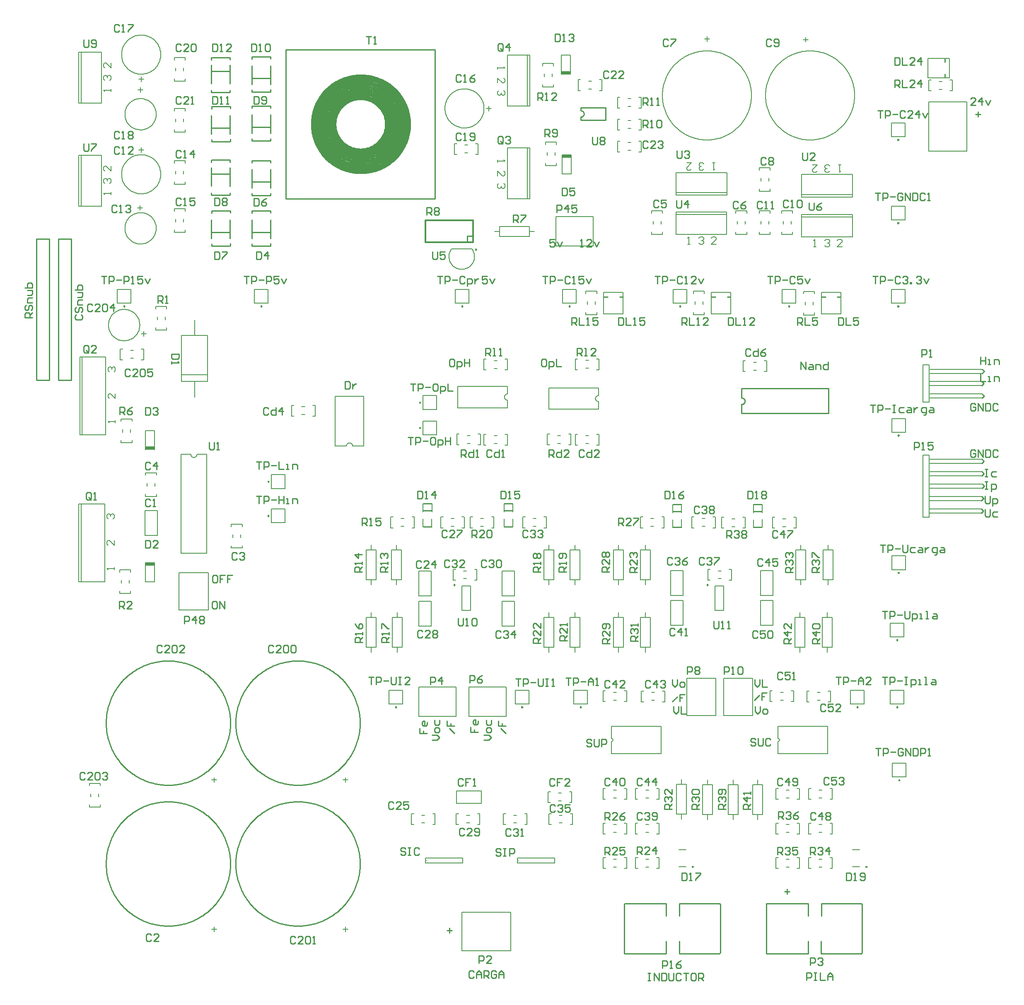
<source format=gto>
%FSLAX24Y24*%
%MOIN*%
G70*
G01*
G75*
G04 Layer_Color=65535*
%ADD10O,0.0157X0.0906*%
%ADD11R,0.0157X0.0906*%
%ADD12R,0.0252X0.0850*%
%ADD13O,0.0252X0.0850*%
%ADD14R,0.2362X0.3150*%
%ADD15R,0.1083X0.0850*%
%ADD16R,0.0532X0.0472*%
%ADD17R,0.0532X0.0354*%
%ADD18O,0.0866X0.0236*%
%ADD19R,0.0480X0.0358*%
%ADD20R,0.0630X0.0709*%
%ADD21R,0.0709X0.0630*%
%ADD22O,0.0240X0.0800*%
%ADD23C,0.0394*%
%ADD24C,0.0157*%
%ADD25C,0.1969*%
%ADD26C,0.0787*%
%ADD27C,0.0591*%
%ADD28C,0.0236*%
%ADD29C,0.0252*%
%ADD30C,0.0100*%
%ADD31C,0.0276*%
%ADD32C,0.0315*%
%ADD33C,0.1181*%
%ADD34C,0.0709*%
%ADD35R,0.0409X0.2062*%
%ADD36R,0.0285X0.1791*%
%ADD37R,0.0440X0.1575*%
%ADD38R,0.0571X0.1575*%
%ADD39R,0.2325X0.0197*%
%ADD40R,0.1394X0.0989*%
%ADD41R,0.1334X0.0984*%
%ADD42R,0.2987X0.2760*%
%ADD43R,0.1394X0.1772*%
%ADD44R,0.1334X0.4921*%
%ADD45R,0.2866X0.5906*%
%ADD46R,0.2344X0.3937*%
%ADD47R,0.3733X1.1024*%
%ADD48R,0.1969X0.1181*%
%ADD49R,0.1846X0.1575*%
%ADD50R,0.0709X0.0709*%
%ADD51C,0.0709*%
%ADD52O,0.0236X0.0787*%
%ADD53R,0.0236X0.0787*%
%ADD54C,0.0433*%
%ADD55R,0.0433X0.0433*%
%ADD56R,0.0433X0.0433*%
%ADD57R,0.0787X0.0787*%
%ADD58C,0.0787*%
%ADD59C,0.0866*%
%ADD60R,0.0866X0.0866*%
%ADD61R,0.0866X0.0866*%
%ADD62C,0.1063*%
%ADD63C,0.0532*%
%ADD64C,0.0906*%
%ADD65R,0.0906X0.0906*%
%ADD66R,0.0709X0.0709*%
%ADD67C,0.0512*%
%ADD68R,0.0787X0.0787*%
%ADD69C,0.2756*%
%ADD70C,0.0591*%
%ADD71C,0.0984*%
%ADD72R,0.0984X0.0984*%
%ADD73C,0.0500*%
%ADD74C,0.0079*%
%ADD75C,0.0098*%
%ADD76C,0.0050*%
%ADD77C,0.0120*%
%ADD78C,0.0059*%
%ADD79R,0.0748X0.0315*%
G54D30*
X215452Y98160D02*
X215547Y98179D01*
X215628Y98234D01*
X215683Y98315D01*
X215702Y98410D01*
X215683Y98506D01*
X215628Y98587D01*
X215547Y98641D01*
X215452Y98660D01*
X188764Y120707D02*
X188763Y120807D01*
X188759Y120907D01*
X188753Y121006D01*
X188744Y121106D01*
X188733Y121205D01*
X188719Y121304D01*
X188703Y121403D01*
X188684Y121501D01*
X188662Y121598D01*
X188639Y121695D01*
X188613Y121792D01*
X188584Y121888D01*
X188553Y121982D01*
X188520Y122077D01*
X188484Y122170D01*
X188446Y122262D01*
X188405Y122354D01*
X188363Y122444D01*
X188318Y122533D01*
X188271Y122621D01*
X188221Y122708D01*
X188170Y122794D01*
X188116Y122878D01*
X188060Y122961D01*
X188002Y123042D01*
X187942Y123122D01*
X187880Y123200D01*
X187816Y123277D01*
X187751Y123352D01*
X187683Y123426D01*
X187613Y123497D01*
X187542Y123567D01*
X187469Y123635D01*
X187394Y123702D01*
X187318Y123766D01*
X187240Y123829D01*
X187161Y123889D01*
X187079Y123947D01*
X186997Y124004D01*
X186913Y124058D01*
X186828Y124110D01*
X186741Y124160D01*
X186654Y124208D01*
X186565Y124253D01*
X186475Y124297D01*
X186384Y124337D01*
X186292Y124376D01*
X186198Y124412D01*
X186105Y124446D01*
X186010Y124478D01*
X185914Y124507D01*
X185818Y124534D01*
X185721Y124558D01*
X185624Y124580D01*
X185526Y124600D01*
X185427Y124617D01*
X185328Y124631D01*
X185229Y124643D01*
X185130Y124652D01*
X185030Y124659D01*
X184930Y124664D01*
X184831Y124666D01*
X184731Y124665D01*
X184631Y124662D01*
X184531Y124656D01*
X184432Y124648D01*
X184332Y124637D01*
X184233Y124624D01*
X184135Y124608D01*
X184036Y124590D01*
X183939Y124570D01*
X183841Y124546D01*
X183745Y124521D01*
X183649Y124493D01*
X183554Y124463D01*
X183459Y124430D01*
X183366Y124395D01*
X183273Y124357D01*
X183182Y124317D01*
X183091Y124275D01*
X183002Y124231D01*
X182913Y124184D01*
X182826Y124135D01*
X182740Y124084D01*
X182656Y124031D01*
X182573Y123976D01*
X182491Y123918D01*
X182411Y123859D01*
X182332Y123798D01*
X182255Y123734D01*
X182179Y123669D01*
X182105Y123602D01*
X182033Y123533D01*
X181963Y123462D01*
X181894Y123389D01*
X181827Y123315D01*
X181762Y123239D01*
X181700Y123161D01*
X181639Y123082D01*
X181580Y123001D01*
X181523Y122919D01*
X181468Y122836D01*
X181415Y122751D01*
X181365Y122665D01*
X181317Y122577D01*
X181271Y122489D01*
X181227Y122399D01*
X181185Y122308D01*
X181146Y122216D01*
X181109Y122123D01*
X181074Y122030D01*
X181042Y121935D01*
X181012Y121840D01*
X180985Y121744D01*
X180960Y121647D01*
X180938Y121550D01*
X180918Y121452D01*
X180900Y121353D01*
X180885Y121255D01*
X180872Y121156D01*
X180862Y121056D01*
X180855Y120957D01*
X180850Y120857D01*
X180847Y120757D01*
Y120657D01*
X180850Y120557D01*
X180855Y120458D01*
X180862Y120358D01*
X180872Y120259D01*
X180885Y120159D01*
X180900Y120061D01*
X180918Y119962D01*
X180938Y119865D01*
X180960Y119767D01*
X180985Y119670D01*
X181012Y119574D01*
X181042Y119479D01*
X181074Y119384D01*
X181109Y119291D01*
X181146Y119198D01*
X181185Y119106D01*
X181227Y119015D01*
X181271Y118926D01*
X181317Y118837D01*
X181365Y118749D01*
X181415Y118663D01*
X181468Y118578D01*
X181523Y118495D01*
X181580Y118413D01*
X181639Y118332D01*
X181700Y118253D01*
X181762Y118175D01*
X181827Y118099D01*
X181894Y118025D01*
X181963Y117952D01*
X182033Y117882D01*
X182105Y117813D01*
X182179Y117745D01*
X182255Y117680D01*
X182332Y117617D01*
X182411Y117555D01*
X182491Y117496D01*
X182573Y117438D01*
X182656Y117383D01*
X182740Y117330D01*
X182826Y117279D01*
X182913Y117230D01*
X183002Y117183D01*
X183091Y117139D01*
X183182Y117097D01*
X183273Y117057D01*
X183366Y117020D01*
X183459Y116984D01*
X183554Y116952D01*
X183649Y116921D01*
X183745Y116893D01*
X183841Y116868D01*
X183939Y116845D01*
X184036Y116824D01*
X184135Y116806D01*
X184233Y116790D01*
X184332Y116777D01*
X184432Y116766D01*
X184531Y116758D01*
X184631Y116752D01*
X184731Y116749D01*
X184831Y116749D01*
X184930Y116750D01*
X185030Y116755D01*
X185130Y116762D01*
X185229Y116771D01*
X185328Y116783D01*
X185427Y116798D01*
X185526Y116815D01*
X185624Y116834D01*
X185721Y116856D01*
X185818Y116880D01*
X185914Y116907D01*
X186010Y116936D01*
X186105Y116968D01*
X186198Y117002D01*
X186292Y117038D01*
X186384Y117077D01*
X186475Y117118D01*
X186565Y117161D01*
X186654Y117206D01*
X186741Y117254D01*
X186828Y117304D01*
X186913Y117356D01*
X186997Y117410D01*
X187079Y117467D01*
X187160Y117525D01*
X187240Y117586D01*
X187318Y117648D01*
X187394Y117712D01*
X187469Y117779D01*
X187542Y117847D01*
X187613Y117917D01*
X187683Y117989D01*
X187751Y118062D01*
X187816Y118137D01*
X187880Y118214D01*
X187942Y118292D01*
X188002Y118372D01*
X188060Y118454D01*
X188116Y118536D01*
X188170Y118621D01*
X188221Y118706D01*
X188271Y118793D01*
X188318Y118881D01*
X188363Y118970D01*
X188405Y119061D01*
X188446Y119152D01*
X188484Y119244D01*
X188520Y119338D01*
X188553Y119432D01*
X188584Y119527D01*
X188613Y119622D01*
X188639Y119719D01*
X188662Y119816D01*
X188684Y119913D01*
X188703Y120011D01*
X188719Y120110D01*
X188733Y120209D01*
X188744Y120308D01*
X188753Y120408D01*
X188759Y120507D01*
X188763Y120607D01*
X188764Y120707D01*
X186764Y120707D02*
X186761Y120807D01*
X186754Y120906D01*
X186741Y121005D01*
X186724Y121103D01*
X186702Y121201D01*
X186675Y121297D01*
X186643Y121391D01*
X186607Y121484D01*
X186566Y121575D01*
X186520Y121664D01*
X186470Y121750D01*
X186416Y121834D01*
X186358Y121915D01*
X186296Y121993D01*
X186230Y122067D01*
X186160Y122139D01*
X186087Y122207D01*
X186011Y122271D01*
X185931Y122331D01*
X185849Y122387D01*
X185764Y122439D01*
X185676Y122487D01*
X185586Y122530D01*
X185494Y122569D01*
X185401Y122603D01*
X185305Y122632D01*
X185209Y122657D01*
X185111Y122677D01*
X185012Y122692D01*
X184913Y122701D01*
X184814Y122706D01*
X184714D01*
X184614Y122701D01*
X184515Y122692D01*
X184416Y122677D01*
X184319Y122657D01*
X184222Y122632D01*
X184127Y122603D01*
X184033Y122569D01*
X183941Y122530D01*
X183851Y122487D01*
X183764Y122439D01*
X183679Y122387D01*
X183596Y122331D01*
X183517Y122271D01*
X183440Y122207D01*
X183367Y122139D01*
X183298Y122067D01*
X183232Y121993D01*
X183170Y121915D01*
X183111Y121834D01*
X183057Y121750D01*
X183007Y121664D01*
X182962Y121575D01*
X182921Y121484D01*
X182884Y121391D01*
X182853Y121297D01*
X182826Y121201D01*
X182803Y121103D01*
X182786Y121005D01*
X182774Y120906D01*
X182766Y120807D01*
X182764Y120707D01*
X182766Y120607D01*
X182774Y120508D01*
X182786Y120409D01*
X182803Y120311D01*
X182826Y120214D01*
X182853Y120118D01*
X182884Y120023D01*
X182921Y119930D01*
X182962Y119839D01*
X183007Y119751D01*
X183057Y119664D01*
X183111Y119580D01*
X183170Y119499D01*
X183232Y119422D01*
X183298Y119347D01*
X183367Y119275D01*
X183440Y119208D01*
X183517Y119143D01*
X183596Y119083D01*
X183679Y119027D01*
X183764Y118975D01*
X183851Y118927D01*
X183941Y118884D01*
X184033Y118845D01*
X184127Y118811D01*
X184222Y118782D01*
X184319Y118757D01*
X184416Y118737D01*
X184515Y118723D01*
X184614Y118713D01*
X184714Y118708D01*
X184814D01*
X184913Y118713D01*
X185012Y118723D01*
X185111Y118737D01*
X185209Y118757D01*
X185305Y118782D01*
X185401Y118811D01*
X185494Y118845D01*
X185586Y118884D01*
X185676Y118927D01*
X185764Y118975D01*
X185849Y119027D01*
X185931Y119083D01*
X186011Y119143D01*
X186087Y119208D01*
X186160Y119275D01*
X186230Y119347D01*
X186296Y119422D01*
X186358Y119499D01*
X186416Y119580D01*
X186470Y119664D01*
X186520Y119751D01*
X186566Y119839D01*
X186607Y119930D01*
X186643Y120023D01*
X186675Y120118D01*
X186702Y120214D01*
X186724Y120311D01*
X186741Y120409D01*
X186754Y120508D01*
X186761Y120607D01*
X186764Y120707D01*
X186825Y120657D02*
X186823Y120757D01*
X186816Y120856D01*
X186804Y120955D01*
X186787Y121053D01*
X186765Y121150D01*
X186739Y121247D01*
X186708Y121341D01*
X186673Y121434D01*
X186633Y121526D01*
X186589Y121615D01*
X186541Y121702D01*
X186488Y121787D01*
X186432Y121869D01*
X186371Y121948D01*
X186307Y122024D01*
X186239Y122097D01*
X186168Y122167D01*
X186093Y122233D01*
X186015Y122295D01*
X185935Y122354D01*
X185852Y122408D01*
X185766Y122459D01*
X185677Y122505D01*
X185587Y122547D01*
X185495Y122585D01*
X185401Y122618D01*
X185305Y122646D01*
X185209Y122670D01*
X185111Y122689D01*
X185012Y122704D01*
X184913Y122713D01*
X184814Y122718D01*
X184714D01*
X184614Y122713D01*
X184515Y122704D01*
X184417Y122689D01*
X184319Y122670D01*
X184222Y122646D01*
X184127Y122618D01*
X184033Y122585D01*
X183940Y122547D01*
X183850Y122505D01*
X183762Y122459D01*
X183676Y122408D01*
X183593Y122354D01*
X183512Y122295D01*
X183434Y122233D01*
X183360Y122167D01*
X183289Y122097D01*
X183221Y122024D01*
X183156Y121948D01*
X183096Y121869D01*
X183039Y121787D01*
X182987Y121702D01*
X182938Y121615D01*
X182894Y121526D01*
X182854Y121434D01*
X182819Y121341D01*
X182788Y121247D01*
X182762Y121150D01*
X182741Y121053D01*
X182724Y120955D01*
X182712Y120856D01*
X182705Y120757D01*
X182702Y120657D01*
X182705Y120557D01*
X182712Y120458D01*
X182724Y120359D01*
X182741Y120261D01*
X182762Y120164D01*
X182788Y120068D01*
X182819Y119973D01*
X182854Y119880D01*
X182894Y119788D01*
X182938Y119699D01*
X182987Y119612D01*
X183039Y119527D01*
X183096Y119445D01*
X183156Y119366D01*
X183221Y119290D01*
X183289Y119217D01*
X183360Y119147D01*
X183434Y119081D01*
X183512Y119019D01*
X183593Y118960D01*
X183676Y118906D01*
X183762Y118855D01*
X183850Y118809D01*
X183940Y118767D01*
X184033Y118729D01*
X184127Y118696D01*
X184222Y118668D01*
X184319Y118644D01*
X184417Y118625D01*
X184515Y118611D01*
X184614Y118601D01*
X184714Y118596D01*
X184814D01*
X184913Y118601D01*
X185012Y118611D01*
X185111Y118625D01*
X185209Y118644D01*
X185305Y118668D01*
X185401Y118696D01*
X185495Y118729D01*
X185587Y118767D01*
X185677Y118809D01*
X185766Y118855D01*
X185852Y118906D01*
X185935Y118960D01*
X186015Y119019D01*
X186093Y119081D01*
X186168Y119147D01*
X186239Y119217D01*
X186307Y119290D01*
X186371Y119366D01*
X186432Y119445D01*
X186488Y119527D01*
X186541Y119612D01*
X186589Y119699D01*
X186633Y119788D01*
X186673Y119880D01*
X186708Y119973D01*
X186739Y120068D01*
X186765Y120164D01*
X186787Y120261D01*
X186804Y120359D01*
X186816Y120458D01*
X186823Y120557D01*
X186825Y120657D01*
X186933Y120657D02*
X186931Y120757D01*
X186924Y120857D01*
X186912Y120957D01*
X186896Y121056D01*
X186875Y121154D01*
X186850Y121251D01*
X186820Y121346D01*
X186786Y121441D01*
X186748Y121533D01*
X186705Y121624D01*
X186659Y121713D01*
X186608Y121799D01*
X186553Y121883D01*
X186495Y121964D01*
X186433Y122043D01*
X186367Y122118D01*
X186298Y122191D01*
X186225Y122260D01*
X186150Y122326D01*
X186071Y122388D01*
X185990Y122447D01*
X185906Y122501D01*
X185819Y122552D01*
X185731Y122599D01*
X185640Y122641D01*
X185547Y122680D01*
X185453Y122714D01*
X185357Y122743D01*
X185260Y122769D01*
X185162Y122789D01*
X185063Y122805D01*
X184964Y122817D01*
X184864Y122824D01*
X184764Y122826D01*
X184664Y122824D01*
X184564Y122817D01*
X184464Y122805D01*
X184365Y122789D01*
X184267Y122769D01*
X184170Y122743D01*
X184074Y122714D01*
X183980Y122680D01*
X183888Y122641D01*
X183797Y122599D01*
X183708Y122552D01*
X183622Y122501D01*
X183538Y122447D01*
X183457Y122388D01*
X183378Y122326D01*
X183302Y122260D01*
X183230Y122191D01*
X183161Y122118D01*
X183095Y122043D01*
X183033Y121964D01*
X182974Y121883D01*
X182920Y121799D01*
X182869Y121713D01*
X182822Y121624D01*
X182780Y121533D01*
X182741Y121441D01*
X182707Y121346D01*
X182677Y121251D01*
X182652Y121154D01*
X182632Y121056D01*
X182615Y120957D01*
X182604Y120857D01*
X182597Y120757D01*
X182595Y120657D01*
X182597Y120557D01*
X182604Y120457D01*
X182615Y120357D01*
X182632Y120259D01*
X182652Y120160D01*
X182677Y120063D01*
X182707Y119968D01*
X182741Y119874D01*
X182780Y119781D01*
X182822Y119690D01*
X182869Y119602D01*
X182920Y119515D01*
X182974Y119431D01*
X183033Y119350D01*
X183095Y119271D01*
X183161Y119196D01*
X183230Y119123D01*
X183302Y119054D01*
X183378Y118988D01*
X183457Y118926D01*
X183538Y118868D01*
X183622Y118813D01*
X183708Y118762D01*
X183797Y118715D01*
X183888Y118673D01*
X183980Y118634D01*
X184074Y118600D01*
X184170Y118571D01*
X184267Y118546D01*
X184365Y118525D01*
X184464Y118509D01*
X184564Y118497D01*
X184664Y118490D01*
X184764Y118488D01*
X184864Y118490D01*
X184964Y118497D01*
X185063Y118509D01*
X185162Y118525D01*
X185260Y118546D01*
X185357Y118571D01*
X185453Y118600D01*
X185547Y118634D01*
X185640Y118673D01*
X185731Y118715D01*
X185819Y118762D01*
X185906Y118813D01*
X185990Y118868D01*
X186071Y118926D01*
X186150Y118988D01*
X186225Y119054D01*
X186298Y119123D01*
X186367Y119196D01*
X186433Y119271D01*
X186495Y119350D01*
X186553Y119431D01*
X186608Y119515D01*
X186659Y119602D01*
X186705Y119690D01*
X186748Y119781D01*
X186786Y119874D01*
X186820Y119968D01*
X186850Y120063D01*
X186875Y120160D01*
X186896Y120259D01*
X186912Y120357D01*
X186924Y120457D01*
X186931Y120557D01*
X186933Y120657D01*
X188633Y120707D02*
X188632Y120807D01*
X188628Y120907D01*
X188622Y121007D01*
X188613Y121107D01*
X188601Y121206D01*
X188587Y121305D01*
X188570Y121404D01*
X188551Y121502D01*
X188529Y121599D01*
X188505Y121696D01*
X188478Y121793D01*
X188448Y121889D01*
X188417Y121983D01*
X188382Y122077D01*
X188346Y122170D01*
X188307Y122263D01*
X188265Y122354D01*
X188222Y122444D01*
X188176Y122533D01*
X188127Y122620D01*
X188077Y122706D01*
X188024Y122791D01*
X187969Y122875D01*
X187912Y122957D01*
X187853Y123038D01*
X187791Y123117D01*
X187728Y123194D01*
X187663Y123270D01*
X187595Y123344D01*
X187526Y123417D01*
X187455Y123487D01*
X187383Y123556D01*
X187308Y123622D01*
X187232Y123687D01*
X187154Y123750D01*
X187074Y123811D01*
X186993Y123870D01*
X186911Y123926D01*
X186827Y123981D01*
X186742Y124033D01*
X186655Y124083D01*
X186567Y124131D01*
X186478Y124176D01*
X186388Y124219D01*
X186296Y124260D01*
X186204Y124298D01*
X186111Y124335D01*
X186016Y124368D01*
X185921Y124399D01*
X185826Y124428D01*
X185729Y124454D01*
X185632Y124478D01*
X185534Y124499D01*
X185436Y124518D01*
X185337Y124534D01*
X185238Y124547D01*
X185138Y124558D01*
X185039Y124567D01*
X184939Y124573D01*
X184839Y124576D01*
X184739Y124576D01*
X184639Y124574D01*
X184539Y124570D01*
X184439Y124563D01*
X184339Y124553D01*
X184240Y124541D01*
X184141Y124526D01*
X184043Y124509D01*
X183945Y124489D01*
X183847Y124466D01*
X183750Y124441D01*
X183654Y124414D01*
X183559Y124384D01*
X183464Y124352D01*
X183370Y124317D01*
X183277Y124280D01*
X183185Y124240D01*
X183095Y124198D01*
X183005Y124154D01*
X182916Y124107D01*
X182829Y124058D01*
X182743Y124007D01*
X182658Y123954D01*
X182575Y123898D01*
X182493Y123840D01*
X182413Y123781D01*
X182334Y123719D01*
X182257Y123655D01*
X182182Y123589D01*
X182108Y123522D01*
X182037Y123452D01*
X181966Y123381D01*
X181898Y123307D01*
X181832Y123232D01*
X181768Y123156D01*
X181705Y123077D01*
X181645Y122998D01*
X181587Y122916D01*
X181531Y122833D01*
X181477Y122749D01*
X181425Y122663D01*
X181376Y122576D01*
X181329Y122488D01*
X181284Y122399D01*
X181241Y122308D01*
X181201Y122217D01*
X181163Y122124D01*
X181128Y122031D01*
X181095Y121936D01*
X181064Y121841D01*
X181036Y121745D01*
X181010Y121648D01*
X180987Y121551D01*
X180967Y121453D01*
X180949Y121354D01*
X180933Y121256D01*
X180921Y121156D01*
X180910Y121057D01*
X180902Y120957D01*
X180897Y120857D01*
X180895Y120757D01*
Y120657D01*
X180897Y120557D01*
X180902Y120457D01*
X180910Y120357D01*
X180921Y120258D01*
X180933Y120159D01*
X180949Y120060D01*
X180967Y119961D01*
X180987Y119864D01*
X181010Y119766D01*
X181036Y119669D01*
X181064Y119573D01*
X181095Y119478D01*
X181128Y119384D01*
X181163Y119290D01*
X181201Y119198D01*
X181241Y119106D01*
X181284Y119015D01*
X181329Y118926D01*
X181376Y118838D01*
X181425Y118751D01*
X181477Y118665D01*
X181531Y118581D01*
X181587Y118498D01*
X181645Y118417D01*
X181705Y118337D01*
X181768Y118258D01*
X181832Y118182D01*
X181898Y118107D01*
X181966Y118034D01*
X182037Y117962D01*
X182108Y117893D01*
X182182Y117825D01*
X182257Y117759D01*
X182334Y117695D01*
X182413Y117633D01*
X182493Y117574D01*
X182575Y117516D01*
X182658Y117461D01*
X182743Y117407D01*
X182829Y117356D01*
X182916Y117307D01*
X183005Y117261D01*
X183095Y117216D01*
X183185Y117174D01*
X183277Y117135D01*
X183370Y117097D01*
X183464Y117063D01*
X183559Y117030D01*
X183654Y117000D01*
X183750Y116973D01*
X183847Y116948D01*
X183945Y116925D01*
X184043Y116905D01*
X184141Y116888D01*
X184240Y116873D01*
X184339Y116861D01*
X184439Y116851D01*
X184539Y116844D01*
X184639Y116840D01*
X184739Y116838D01*
X184839Y116838D01*
X184939Y116842D01*
X185039Y116847D01*
X185138Y116856D01*
X185238Y116867D01*
X185337Y116880D01*
X185436Y116896D01*
X185534Y116915D01*
X185632Y116936D01*
X185729Y116960D01*
X185826Y116986D01*
X185921Y117015D01*
X186016Y117046D01*
X186111Y117080D01*
X186204Y117116D01*
X186296Y117154D01*
X186388Y117195D01*
X186478Y117238D01*
X186567Y117284D01*
X186655Y117331D01*
X186742Y117381D01*
X186827Y117434D01*
X186911Y117488D01*
X186993Y117545D01*
X187074Y117603D01*
X187154Y117664D01*
X187232Y117727D01*
X187308Y117792D01*
X187383Y117858D01*
X187455Y117927D01*
X187526Y117998D01*
X187595Y118070D01*
X187663Y118144D01*
X187728Y118220D01*
X187791Y118297D01*
X187853Y118376D01*
X187912Y118457D01*
X187969Y118539D01*
X188024Y118623D01*
X188077Y118708D01*
X188127Y118794D01*
X188176Y118882D01*
X188222Y118970D01*
X188265Y119060D01*
X188307Y119151D01*
X188346Y119244D01*
X188382Y119337D01*
X188417Y119431D01*
X188448Y119526D01*
X188478Y119621D01*
X188505Y119718D01*
X188529Y119815D01*
X188551Y119912D01*
X188570Y120010D01*
X188587Y120109D01*
X188601Y120208D01*
X188613Y120308D01*
X188622Y120407D01*
X188628Y120507D01*
X188632Y120607D01*
X188633Y120707D01*
X188496Y120707D02*
X188495Y120807D01*
X188491Y120907D01*
X188484Y121006D01*
X188475Y121106D01*
X188463Y121205D01*
X188448Y121303D01*
X188431Y121402D01*
X188411Y121499D01*
X188389Y121597D01*
X188364Y121693D01*
X188336Y121789D01*
X188306Y121884D01*
X188273Y121979D01*
X188238Y122072D01*
X188200Y122164D01*
X188160Y122256D01*
X188117Y122346D01*
X188072Y122435D01*
X188025Y122523D01*
X187975Y122609D01*
X187923Y122694D01*
X187869Y122778D01*
X187813Y122860D01*
X187754Y122941D01*
X187693Y123020D01*
X187630Y123098D01*
X187565Y123174D01*
X187498Y123248D01*
X187429Y123320D01*
X187359Y123390D01*
X187286Y123459D01*
X187212Y123525D01*
X187135Y123589D01*
X187057Y123652D01*
X186978Y123712D01*
X186897Y123770D01*
X186814Y123826D01*
X186730Y123880D01*
X186644Y123931D01*
X186558Y123980D01*
X186469Y124027D01*
X186380Y124072D01*
X186290Y124114D01*
X186198Y124153D01*
X186105Y124190D01*
X186012Y124225D01*
X185917Y124257D01*
X185822Y124287D01*
X185726Y124314D01*
X185629Y124338D01*
X185532Y124360D01*
X185434Y124379D01*
X185335Y124396D01*
X185237Y124410D01*
X185137Y124421D01*
X185038Y124430D01*
X184938Y124436D01*
X184839Y124439D01*
X184739Y124440D01*
X184639Y124438D01*
X184539Y124433D01*
X184440Y124426D01*
X184341Y124416D01*
X184242Y124403D01*
X184143Y124388D01*
X184045Y124370D01*
X183947Y124349D01*
X183850Y124326D01*
X183754Y124300D01*
X183658Y124272D01*
X183563Y124241D01*
X183469Y124208D01*
X183376Y124172D01*
X183284Y124134D01*
X183193Y124093D01*
X183103Y124050D01*
X183014Y124004D01*
X182926Y123956D01*
X182840Y123906D01*
X182755Y123853D01*
X182672Y123798D01*
X182590Y123741D01*
X182510Y123682D01*
X182431Y123621D01*
X182354Y123558D01*
X182279Y123492D01*
X182205Y123425D01*
X182133Y123355D01*
X182063Y123284D01*
X181995Y123211D01*
X181930Y123136D01*
X181866Y123059D01*
X181804Y122981D01*
X181744Y122901D01*
X181686Y122820D01*
X181631Y122737D01*
X181578Y122652D01*
X181527Y122566D01*
X181479Y122479D01*
X181432Y122391D01*
X181389Y122301D01*
X181347Y122210D01*
X181308Y122118D01*
X181272Y122025D01*
X181238Y121931D01*
X181206Y121837D01*
X181177Y121741D01*
X181151Y121645D01*
X181127Y121548D01*
X181106Y121451D01*
X181087Y121353D01*
X181071Y121254D01*
X181058Y121155D01*
X181047Y121056D01*
X181039Y120956D01*
X181034Y120857D01*
X181031Y120757D01*
X181031Y120657D01*
X181034Y120557D01*
X181039Y120458D01*
X181047Y120358D01*
X181058Y120259D01*
X181071Y120160D01*
X181087Y120062D01*
X181106Y119964D01*
X181127Y119866D01*
X181151Y119769D01*
X181177Y119673D01*
X181206Y119577D01*
X181238Y119483D01*
X181272Y119389D01*
X181308Y119296D01*
X181347Y119204D01*
X181389Y119113D01*
X181432Y119024D01*
X181479Y118935D01*
X181527Y118848D01*
X181578Y118762D01*
X181631Y118678D01*
X181686Y118595D01*
X181744Y118513D01*
X181804Y118433D01*
X181866Y118355D01*
X181930Y118278D01*
X181995Y118203D01*
X182063Y118130D01*
X182133Y118059D01*
X182205Y117990D01*
X182279Y117922D01*
X182354Y117857D01*
X182431Y117793D01*
X182510Y117732D01*
X182590Y117673D01*
X182672Y117616D01*
X182755Y117561D01*
X182840Y117508D01*
X182926Y117458D01*
X183014Y117410D01*
X183103Y117364D01*
X183193Y117321D01*
X183284Y117280D01*
X183376Y117242D01*
X183469Y117206D01*
X183563Y117173D01*
X183658Y117142D01*
X183754Y117114D01*
X183850Y117088D01*
X183947Y117065D01*
X184045Y117044D01*
X184143Y117026D01*
X184242Y117011D01*
X184341Y116999D01*
X184440Y116989D01*
X184539Y116981D01*
X184639Y116977D01*
X184739Y116975D01*
X184839Y116975D01*
X184938Y116979D01*
X185038Y116985D01*
X185137Y116993D01*
X185237Y117005D01*
X185335Y117018D01*
X185434Y117035D01*
X185532Y117054D01*
X185629Y117076D01*
X185726Y117101D01*
X185822Y117128D01*
X185917Y117157D01*
X186012Y117189D01*
X186105Y117224D01*
X186198Y117261D01*
X186290Y117301D01*
X186380Y117343D01*
X186469Y117387D01*
X186558Y117434D01*
X186645Y117483D01*
X186730Y117534D01*
X186814Y117588D01*
X186897Y117644D01*
X186978Y117702D01*
X187057Y117762D01*
X187135Y117825D01*
X187212Y117889D01*
X187286Y117956D01*
X187359Y118024D01*
X187430Y118094D01*
X187498Y118167D01*
X187565Y118241D01*
X187630Y118316D01*
X187693Y118394D01*
X187754Y118473D01*
X187813Y118554D01*
X187869Y118636D01*
X187923Y118720D01*
X187975Y118805D01*
X188025Y118891D01*
X188072Y118979D01*
X188117Y119068D01*
X188160Y119159D01*
X188200Y119250D01*
X188238Y119342D01*
X188273Y119436D01*
X188306Y119530D01*
X188336Y119625D01*
X188364Y119721D01*
X188389Y119818D01*
X188411Y119915D01*
X188431Y120013D01*
X188448Y120111D01*
X188463Y120210D01*
X188475Y120309D01*
X188484Y120408D01*
X188491Y120508D01*
X188495Y120607D01*
X188496Y120707D01*
X188407D02*
X188406Y120807D01*
X188401Y120907D01*
X188395Y121007D01*
X188385Y121106D01*
X188373Y121205D01*
X188358Y121304D01*
X188340Y121403D01*
X188320Y121500D01*
X188296Y121598D01*
X188271Y121694D01*
X188242Y121790D01*
X188211Y121885D01*
X188178Y121979D01*
X188141Y122072D01*
X188103Y122164D01*
X188061Y122256D01*
X188018Y122345D01*
X187972Y122434D01*
X187923Y122521D01*
X187872Y122607D01*
X187819Y122692D01*
X187763Y122775D01*
X187705Y122857D01*
X187645Y122936D01*
X187583Y123015D01*
X187519Y123091D01*
X187452Y123166D01*
X187384Y123239D01*
X187313Y123310D01*
X187241Y123379D01*
X187167Y123445D01*
X187091Y123510D01*
X187013Y123573D01*
X186933Y123634D01*
X186852Y123692D01*
X186770Y123748D01*
X186685Y123802D01*
X186600Y123854D01*
X186513Y123903D01*
X186424Y123950D01*
X186335Y123994D01*
X186244Y124036D01*
X186152Y124075D01*
X186059Y124112D01*
X185965Y124146D01*
X185871Y124178D01*
X185775Y124207D01*
X185679Y124234D01*
X185581Y124257D01*
X185484Y124278D01*
X185385Y124297D01*
X185287Y124312D01*
X185188Y124325D01*
X185088Y124336D01*
X184989Y124343D01*
X184889Y124348D01*
X184789Y124350D01*
X184689Y124349D01*
X184589Y124346D01*
X184489Y124340D01*
X184390Y124331D01*
X184290Y124319D01*
X184191Y124305D01*
X184093Y124288D01*
X183995Y124268D01*
X183898Y124246D01*
X183801Y124221D01*
X183705Y124193D01*
X183610Y124163D01*
X183515Y124130D01*
X183422Y124094D01*
X183329Y124056D01*
X183238Y124015D01*
X183148Y123972D01*
X183059Y123927D01*
X182971Y123879D01*
X182885Y123828D01*
X182800Y123776D01*
X182716Y123721D01*
X182635Y123663D01*
X182554Y123604D01*
X182476Y123542D01*
X182399Y123478D01*
X182324Y123412D01*
X182250Y123344D01*
X182179Y123274D01*
X182109Y123202D01*
X182042Y123129D01*
X181977Y123053D01*
X181913Y122976D01*
X181852Y122897D01*
X181793Y122816D01*
X181736Y122734D01*
X181682Y122650D01*
X181630Y122565D01*
X181580Y122478D01*
X181533Y122390D01*
X181488Y122301D01*
X181445Y122210D01*
X181405Y122119D01*
X181368Y122026D01*
X181333Y121932D01*
X181300Y121838D01*
X181271Y121742D01*
X181244Y121646D01*
X181219Y121549D01*
X181197Y121452D01*
X181178Y121353D01*
X181162Y121255D01*
X181148Y121156D01*
X181137Y121056D01*
X181129Y120957D01*
X181124Y120857D01*
X181121Y120757D01*
Y120657D01*
X181124Y120557D01*
X181129Y120457D01*
X181137Y120358D01*
X181148Y120258D01*
X181162Y120159D01*
X181178Y120061D01*
X181197Y119963D01*
X181219Y119865D01*
X181244Y119768D01*
X181271Y119672D01*
X181300Y119577D01*
X181333Y119482D01*
X181368Y119388D01*
X181405Y119296D01*
X181445Y119204D01*
X181488Y119114D01*
X181533Y119024D01*
X181580Y118936D01*
X181630Y118850D01*
X181682Y118764D01*
X181736Y118680D01*
X181793Y118598D01*
X181852Y118517D01*
X181913Y118438D01*
X181977Y118361D01*
X182042Y118285D01*
X182109Y118212D01*
X182179Y118140D01*
X182250Y118070D01*
X182324Y118002D01*
X182399Y117936D01*
X182476Y117872D01*
X182554Y117810D01*
X182635Y117751D01*
X182716Y117694D01*
X182800Y117639D01*
X182885Y117586D01*
X182971Y117536D01*
X183059Y117488D01*
X183148Y117442D01*
X183238Y117399D01*
X183329Y117358D01*
X183422Y117320D01*
X183515Y117285D01*
X183610Y117252D01*
X183705Y117221D01*
X183801Y117194D01*
X183898Y117168D01*
X183995Y117146D01*
X184093Y117126D01*
X184191Y117109D01*
X184290Y117095D01*
X184390Y117083D01*
X184489Y117074D01*
X184589Y117068D01*
X184689Y117065D01*
X184789Y117064D01*
X184889Y117066D01*
X184989Y117071D01*
X185088Y117078D01*
X185188Y117089D01*
X185287Y117102D01*
X185385Y117117D01*
X185484Y117136D01*
X185581Y117157D01*
X185679Y117181D01*
X185775Y117207D01*
X185871Y117236D01*
X185965Y117268D01*
X186059Y117302D01*
X186152Y117339D01*
X186244Y117378D01*
X186335Y117420D01*
X186424Y117464D01*
X186513Y117511D01*
X186600Y117560D01*
X186685Y117612D01*
X186770Y117666D01*
X186852Y117722D01*
X186933Y117780D01*
X187013Y117841D01*
X187091Y117904D01*
X187167Y117969D01*
X187241Y118036D01*
X187313Y118105D01*
X187384Y118176D01*
X187452Y118248D01*
X187519Y118323D01*
X187583Y118400D01*
X187645Y118478D01*
X187705Y118558D01*
X187763Y118639D01*
X187819Y118722D01*
X187872Y118807D01*
X187923Y118893D01*
X187972Y118980D01*
X188018Y119069D01*
X188061Y119159D01*
X188103Y119250D01*
X188141Y119342D01*
X188178Y119435D01*
X188211Y119529D01*
X188242Y119624D01*
X188271Y119720D01*
X188296Y119817D01*
X188320Y119914D01*
X188340Y120012D01*
X188358Y120110D01*
X188373Y120209D01*
X188385Y120308D01*
X188395Y120408D01*
X188401Y120507D01*
X188406Y120607D01*
X188407Y120707D01*
X188277Y120707D02*
X188276Y120807D01*
X188271Y120907D01*
X188264Y121006D01*
X188254Y121106D01*
X188242Y121205D01*
X188226Y121303D01*
X188208Y121402D01*
X188186Y121499D01*
X188163Y121596D01*
X188136Y121693D01*
X188107Y121788D01*
X188074Y121883D01*
X188040Y121976D01*
X188002Y122069D01*
X187962Y122160D01*
X187920Y122251D01*
X187875Y122340D01*
X187827Y122428D01*
X187777Y122514D01*
X187724Y122599D01*
X187669Y122682D01*
X187612Y122764D01*
X187552Y122844D01*
X187490Y122923D01*
X187426Y122999D01*
X187360Y123074D01*
X187292Y123147D01*
X187221Y123218D01*
X187149Y123286D01*
X187075Y123353D01*
X186999Y123418D01*
X186921Y123480D01*
X186841Y123540D01*
X186759Y123598D01*
X186677Y123654D01*
X186592Y123707D01*
X186506Y123758D01*
X186419Y123806D01*
X186330Y123852D01*
X186240Y123895D01*
X186148Y123936D01*
X186056Y123974D01*
X185963Y124009D01*
X185868Y124042D01*
X185773Y124072D01*
X185677Y124099D01*
X185580Y124124D01*
X185483Y124146D01*
X185385Y124165D01*
X185286Y124181D01*
X185187Y124195D01*
X185088Y124205D01*
X184988Y124213D01*
X184889Y124218D01*
X184789Y124220D01*
X184689Y124219D01*
X184589Y124216D01*
X184489Y124210D01*
X184390Y124200D01*
X184291Y124188D01*
X184192Y124173D01*
X184094Y124156D01*
X183996Y124135D01*
X183899Y124112D01*
X183802Y124086D01*
X183707Y124057D01*
X183612Y124026D01*
X183518Y123992D01*
X183425Y123955D01*
X183333Y123916D01*
X183243Y123874D01*
X183153Y123829D01*
X183065Y123782D01*
X182978Y123733D01*
X182893Y123681D01*
X182809Y123626D01*
X182727Y123570D01*
X182647Y123511D01*
X182568Y123449D01*
X182491Y123386D01*
X182415Y123320D01*
X182342Y123252D01*
X182271Y123182D01*
X182201Y123111D01*
X182134Y123037D01*
X182069Y122961D01*
X182006Y122884D01*
X181945Y122804D01*
X181887Y122723D01*
X181831Y122641D01*
X181777Y122557D01*
X181725Y122471D01*
X181677Y122384D01*
X181630Y122295D01*
X181586Y122206D01*
X181545Y122115D01*
X181506Y122023D01*
X181470Y121930D01*
X181437Y121835D01*
X181406Y121740D01*
X181378Y121644D01*
X181353Y121548D01*
X181330Y121451D01*
X181310Y121353D01*
X181293Y121254D01*
X181279Y121155D01*
X181268Y121056D01*
X181259Y120957D01*
X181254Y120857D01*
X181251Y120757D01*
Y120657D01*
X181254Y120557D01*
X181259Y120458D01*
X181268Y120358D01*
X181279Y120259D01*
X181293Y120160D01*
X181310Y120062D01*
X181330Y119964D01*
X181353Y119866D01*
X181378Y119770D01*
X181406Y119674D01*
X181437Y119579D01*
X181470Y119485D01*
X181506Y119392D01*
X181545Y119299D01*
X181586Y119209D01*
X181630Y119119D01*
X181677Y119030D01*
X181725Y118943D01*
X181777Y118858D01*
X181831Y118773D01*
X181887Y118691D01*
X181945Y118610D01*
X182006Y118531D01*
X182069Y118453D01*
X182134Y118377D01*
X182201Y118304D01*
X182271Y118232D01*
X182342Y118162D01*
X182415Y118094D01*
X182491Y118028D01*
X182568Y117965D01*
X182647Y117904D01*
X182727Y117844D01*
X182809Y117788D01*
X182893Y117733D01*
X182978Y117681D01*
X183065Y117632D01*
X183153Y117585D01*
X183243Y117540D01*
X183333Y117498D01*
X183425Y117459D01*
X183518Y117422D01*
X183612Y117388D01*
X183707Y117357D01*
X183802Y117328D01*
X183899Y117302D01*
X183996Y117279D01*
X184094Y117258D01*
X184192Y117241D01*
X184291Y117226D01*
X184390Y117214D01*
X184489Y117205D01*
X184589Y117198D01*
X184689Y117195D01*
X184789Y117194D01*
X184889Y117196D01*
X184988Y117201D01*
X185088Y117209D01*
X185187Y117220D01*
X185286Y117233D01*
X185385Y117249D01*
X185483Y117268D01*
X185580Y117290D01*
X185677Y117315D01*
X185773Y117342D01*
X185868Y117372D01*
X185963Y117405D01*
X186056Y117440D01*
X186148Y117478D01*
X186240Y117519D01*
X186330Y117562D01*
X186418Y117608D01*
X186506Y117656D01*
X186592Y117707D01*
X186676Y117760D01*
X186759Y117816D01*
X186841Y117874D01*
X186921Y117934D01*
X186999Y117996D01*
X187075Y118061D01*
X187149Y118128D01*
X187221Y118197D01*
X187292Y118267D01*
X187360Y118340D01*
X187426Y118415D01*
X187490Y118492D01*
X187552Y118570D01*
X187612Y118650D01*
X187669Y118732D01*
X187724Y118815D01*
X187777Y118900D01*
X187827Y118987D01*
X187875Y119074D01*
X187920Y119164D01*
X187962Y119254D01*
X188002Y119345D01*
X188040Y119438D01*
X188074Y119532D01*
X188107Y119626D01*
X188136Y119722D01*
X188163Y119818D01*
X188186Y119915D01*
X188208Y120013D01*
X188226Y120111D01*
X188242Y120209D01*
X188254Y120308D01*
X188264Y120408D01*
X188271Y120507D01*
X188276Y120607D01*
X188277Y120707D01*
X188125Y120707D02*
X188124Y120807D01*
X188119Y120907D01*
X188112Y121007D01*
X188102Y121107D01*
X188088Y121206D01*
X188072Y121305D01*
X188053Y121403D01*
X188030Y121500D01*
X188005Y121597D01*
X187977Y121693D01*
X187947Y121789D01*
X187913Y121883D01*
X187877Y121976D01*
X187837Y122068D01*
X187796Y122159D01*
X187751Y122249D01*
X187704Y122337D01*
X187654Y122424D01*
X187601Y122509D01*
X187547Y122593D01*
X187489Y122675D01*
X187429Y122755D01*
X187367Y122834D01*
X187303Y122910D01*
X187236Y122985D01*
X187167Y123057D01*
X187096Y123128D01*
X187023Y123196D01*
X186948Y123262D01*
X186871Y123326D01*
X186792Y123388D01*
X186711Y123447D01*
X186629Y123504D01*
X186545Y123558D01*
X186459Y123610D01*
X186372Y123659D01*
X186283Y123706D01*
X186193Y123750D01*
X186102Y123791D01*
X186010Y123829D01*
X185916Y123865D01*
X185822Y123898D01*
X185726Y123928D01*
X185630Y123955D01*
X185533Y123980D01*
X185435Y124001D01*
X185337Y124019D01*
X185238Y124035D01*
X185138Y124048D01*
X185039Y124057D01*
X184939Y124064D01*
X184839Y124068D01*
X184739Y124069D01*
X184639Y124066D01*
X184539Y124061D01*
X184439Y124053D01*
X184339Y124042D01*
X184240Y124028D01*
X184142Y124011D01*
X184044Y123991D01*
X183946Y123968D01*
X183850Y123942D01*
X183754Y123913D01*
X183659Y123882D01*
X183565Y123847D01*
X183472Y123810D01*
X183380Y123771D01*
X183289Y123728D01*
X183200Y123683D01*
X183112Y123635D01*
X183026Y123584D01*
X182941Y123531D01*
X182857Y123476D01*
X182776Y123418D01*
X182696Y123357D01*
X182618Y123295D01*
X182542Y123230D01*
X182468Y123162D01*
X182396Y123093D01*
X182326Y123021D01*
X182258Y122948D01*
X182192Y122872D01*
X182129Y122795D01*
X182068Y122715D01*
X182009Y122634D01*
X181953Y122551D01*
X181900Y122467D01*
X181848Y122381D01*
X181800Y122293D01*
X181754Y122204D01*
X181711Y122114D01*
X181670Y122022D01*
X181632Y121930D01*
X181597Y121836D01*
X181565Y121741D01*
X181536Y121645D01*
X181509Y121549D01*
X181486Y121452D01*
X181465Y121354D01*
X181447Y121255D01*
X181432Y121156D01*
X181420Y121057D01*
X181412Y120957D01*
X181406Y120857D01*
X181403Y120757D01*
Y120657D01*
X181406Y120557D01*
X181412Y120457D01*
X181420Y120357D01*
X181432Y120258D01*
X181447Y120159D01*
X181465Y120060D01*
X181486Y119963D01*
X181509Y119865D01*
X181536Y119769D01*
X181565Y119673D01*
X181597Y119578D01*
X181632Y119485D01*
X181670Y119392D01*
X181711Y119300D01*
X181754Y119210D01*
X181800Y119121D01*
X181848Y119034D01*
X181900Y118947D01*
X181953Y118863D01*
X182009Y118780D01*
X182068Y118699D01*
X182129Y118620D01*
X182192Y118542D01*
X182258Y118466D01*
X182326Y118393D01*
X182396Y118321D01*
X182468Y118252D01*
X182542Y118185D01*
X182618Y118120D01*
X182696Y118057D01*
X182776Y117996D01*
X182857Y117938D01*
X182941Y117883D01*
X183026Y117830D01*
X183112Y117779D01*
X183200Y117731D01*
X183289Y117686D01*
X183380Y117644D01*
X183472Y117604D01*
X183565Y117567D01*
X183659Y117532D01*
X183754Y117501D01*
X183850Y117472D01*
X183946Y117446D01*
X184044Y117424D01*
X184142Y117404D01*
X184240Y117387D01*
X184339Y117372D01*
X184439Y117361D01*
X184539Y117353D01*
X184639Y117348D01*
X184739Y117346D01*
X184839Y117346D01*
X184939Y117350D01*
X185039Y117357D01*
X185138Y117366D01*
X185238Y117379D01*
X185337Y117395D01*
X185435Y117413D01*
X185533Y117435D01*
X185630Y117459D01*
X185726Y117486D01*
X185822Y117516D01*
X185916Y117549D01*
X186010Y117585D01*
X186102Y117623D01*
X186193Y117665D01*
X186283Y117709D01*
X186372Y117755D01*
X186459Y117804D01*
X186545Y117856D01*
X186629Y117910D01*
X186711Y117967D01*
X186792Y118026D01*
X186871Y118088D01*
X186948Y118152D01*
X187023Y118218D01*
X187096Y118286D01*
X187167Y118357D01*
X187236Y118429D01*
X187303Y118504D01*
X187367Y118581D01*
X187429Y118659D01*
X187489Y118739D01*
X187547Y118821D01*
X187601Y118905D01*
X187654Y118990D01*
X187704Y119077D01*
X187751Y119165D01*
X187796Y119255D01*
X187837Y119346D01*
X187877Y119438D01*
X187913Y119531D01*
X187947Y119626D01*
X187977Y119721D01*
X188005Y119817D01*
X188030Y119914D01*
X188053Y120011D01*
X188072Y120110D01*
X188088Y120208D01*
X188102Y120308D01*
X188112Y120407D01*
X188119Y120507D01*
X188124Y120607D01*
X188125Y120707D01*
X187996Y120707D02*
X187994Y120807D01*
X187989Y120907D01*
X187982Y121007D01*
X187971Y121106D01*
X187957Y121205D01*
X187940Y121304D01*
X187920Y121402D01*
X187897Y121499D01*
X187871Y121596D01*
X187842Y121692D01*
X187810Y121786D01*
X187775Y121880D01*
X187738Y121973D01*
X187697Y122064D01*
X187654Y122154D01*
X187607Y122243D01*
X187558Y122330D01*
X187507Y122416D01*
X187453Y122500D01*
X187396Y122582D01*
X187337Y122663D01*
X187275Y122742D01*
X187211Y122818D01*
X187144Y122893D01*
X187075Y122966D01*
X187004Y123036D01*
X186931Y123104D01*
X186856Y123170D01*
X186779Y123234D01*
X186700Y123295D01*
X186619Y123354D01*
X186536Y123410D01*
X186451Y123463D01*
X186365Y123514D01*
X186278Y123562D01*
X186189Y123608D01*
X186098Y123651D01*
X186006Y123691D01*
X185913Y123728D01*
X185819Y123762D01*
X185724Y123793D01*
X185628Y123821D01*
X185532Y123846D01*
X185434Y123869D01*
X185336Y123888D01*
X185237Y123904D01*
X185138Y123917D01*
X185039Y123927D01*
X184939Y123934D01*
X184839Y123938D01*
X184739Y123939D01*
X184639Y123937D01*
X184539Y123931D01*
X184439Y123923D01*
X184340Y123911D01*
X184241Y123896D01*
X184142Y123879D01*
X184045Y123858D01*
X183947Y123834D01*
X183851Y123807D01*
X183756Y123778D01*
X183661Y123745D01*
X183568Y123709D01*
X183475Y123671D01*
X183384Y123630D01*
X183294Y123586D01*
X183206Y123539D01*
X183119Y123489D01*
X183034Y123437D01*
X182950Y123382D01*
X182868Y123325D01*
X182788Y123265D01*
X182710Y123202D01*
X182634Y123138D01*
X182559Y123071D01*
X182487Y123001D01*
X182417Y122930D01*
X182350Y122856D01*
X182284Y122780D01*
X182221Y122703D01*
X182161Y122623D01*
X182103Y122541D01*
X182047Y122458D01*
X181995Y122373D01*
X181944Y122287D01*
X181897Y122199D01*
X181852Y122109D01*
X181810Y122019D01*
X181771Y121927D01*
X181734Y121833D01*
X181701Y121739D01*
X181671Y121644D01*
X181643Y121548D01*
X181619Y121451D01*
X181597Y121353D01*
X181579Y121255D01*
X181563Y121156D01*
X181551Y121057D01*
X181542Y120957D01*
X181535Y120857D01*
X181532Y120757D01*
Y120657D01*
X181535Y120557D01*
X181542Y120457D01*
X181551Y120358D01*
X181563Y120258D01*
X181579Y120160D01*
X181597Y120061D01*
X181619Y119964D01*
X181643Y119867D01*
X181671Y119770D01*
X181701Y119675D01*
X181734Y119581D01*
X181771Y119488D01*
X181810Y119396D01*
X181852Y119305D01*
X181897Y119215D01*
X181944Y119127D01*
X181995Y119041D01*
X182047Y118956D01*
X182103Y118873D01*
X182161Y118791D01*
X182221Y118712D01*
X182284Y118634D01*
X182350Y118558D01*
X182417Y118485D01*
X182487Y118413D01*
X182559Y118344D01*
X182634Y118277D01*
X182710Y118212D01*
X182788Y118149D01*
X182868Y118090D01*
X182950Y118032D01*
X183034Y117977D01*
X183119Y117925D01*
X183206Y117875D01*
X183294Y117829D01*
X183384Y117785D01*
X183475Y117743D01*
X183568Y117705D01*
X183661Y117669D01*
X183756Y117637D01*
X183851Y117607D01*
X183947Y117580D01*
X184045Y117556D01*
X184142Y117535D01*
X184241Y117518D01*
X184340Y117503D01*
X184439Y117492D01*
X184539Y117483D01*
X184639Y117478D01*
X184739Y117475D01*
X184839Y117476D01*
X184939Y117480D01*
X185039Y117487D01*
X185138Y117497D01*
X185237Y117510D01*
X185336Y117526D01*
X185434Y117545D01*
X185532Y117568D01*
X185628Y117593D01*
X185724Y117621D01*
X185819Y117652D01*
X185913Y117687D01*
X186006Y117724D01*
X186098Y117764D01*
X186189Y117806D01*
X186278Y117852D01*
X186365Y117900D01*
X186451Y117951D01*
X186536Y118004D01*
X186619Y118060D01*
X186700Y118119D01*
X186779Y118180D01*
X186856Y118244D01*
X186931Y118310D01*
X187004Y118378D01*
X187075Y118448D01*
X187144Y118521D01*
X187211Y118596D01*
X187275Y118673D01*
X187337Y118751D01*
X187396Y118832D01*
X187453Y118914D01*
X187507Y118998D01*
X187558Y119084D01*
X187607Y119171D01*
X187654Y119260D01*
X187697Y119350D01*
X187738Y119441D01*
X187775Y119534D01*
X187810Y119628D01*
X187842Y119723D01*
X187871Y119818D01*
X187897Y119915D01*
X187920Y120012D01*
X187940Y120110D01*
X187957Y120209D01*
X187971Y120308D01*
X187982Y120407D01*
X187989Y120507D01*
X187994Y120607D01*
X187996Y120707D01*
X187878Y120707D02*
X187877Y120807D01*
X187872Y120907D01*
X187864Y121006D01*
X187853Y121105D01*
X187838Y121204D01*
X187821Y121302D01*
X187800Y121400D01*
X187776Y121497D01*
X187750Y121593D01*
X187720Y121688D01*
X187687Y121783D01*
X187651Y121876D01*
X187612Y121968D01*
X187570Y122058D01*
X187525Y122148D01*
X187477Y122235D01*
X187427Y122322D01*
X187374Y122406D01*
X187318Y122489D01*
X187260Y122570D01*
X187199Y122649D01*
X187135Y122726D01*
X187069Y122801D01*
X187001Y122874D01*
X186930Y122944D01*
X186858Y123013D01*
X186783Y123079D01*
X186706Y123142D01*
X186627Y123203D01*
X186546Y123261D01*
X186463Y123317D01*
X186378Y123370D01*
X186292Y123421D01*
X186204Y123468D01*
X186115Y123513D01*
X186024Y123555D01*
X185933Y123594D01*
X185839Y123630D01*
X185745Y123663D01*
X185650Y123693D01*
X185554Y123720D01*
X185457Y123743D01*
X185359Y123764D01*
X185261Y123782D01*
X185162Y123796D01*
X185063Y123807D01*
X184963Y123815D01*
X184864Y123820D01*
X184764Y123822D01*
X184664Y123820D01*
X184564Y123815D01*
X184465Y123807D01*
X184366Y123796D01*
X184267Y123782D01*
X184168Y123764D01*
X184071Y123743D01*
X183974Y123720D01*
X183878Y123693D01*
X183782Y123663D01*
X183688Y123630D01*
X183595Y123594D01*
X183503Y123555D01*
X183412Y123513D01*
X183323Y123468D01*
X183235Y123421D01*
X183149Y123370D01*
X183065Y123317D01*
X182982Y123261D01*
X182901Y123203D01*
X182822Y123142D01*
X182745Y123079D01*
X182670Y123013D01*
X182597Y122944D01*
X182526Y122874D01*
X182458Y122801D01*
X182392Y122726D01*
X182329Y122649D01*
X182268Y122570D01*
X182209Y122489D01*
X182154Y122406D01*
X182100Y122322D01*
X182050Y122235D01*
X182002Y122148D01*
X181958Y122058D01*
X181916Y121968D01*
X181877Y121876D01*
X181841Y121783D01*
X181808Y121688D01*
X181778Y121593D01*
X181751Y121497D01*
X181727Y121400D01*
X181707Y121302D01*
X181689Y121204D01*
X181675Y121105D01*
X181664Y121006D01*
X181656Y120907D01*
X181651Y120807D01*
X181649Y120707D01*
X181651Y120607D01*
X181656Y120508D01*
X181664Y120408D01*
X181675Y120309D01*
X181689Y120210D01*
X181707Y120112D01*
X181727Y120014D01*
X181751Y119917D01*
X181778Y119821D01*
X181808Y119726D01*
X181841Y119631D01*
X181877Y119538D01*
X181916Y119446D01*
X181958Y119356D01*
X182002Y119267D01*
X182050Y119179D01*
X182100Y119093D01*
X182154Y119008D01*
X182209Y118925D01*
X182268Y118844D01*
X182329Y118765D01*
X182392Y118688D01*
X182458Y118613D01*
X182526Y118540D01*
X182597Y118470D01*
X182670Y118402D01*
X182745Y118336D01*
X182822Y118272D01*
X182901Y118211D01*
X182982Y118153D01*
X183065Y118097D01*
X183149Y118044D01*
X183235Y117993D01*
X183323Y117946D01*
X183412Y117901D01*
X183503Y117859D01*
X183595Y117820D01*
X183688Y117784D01*
X183782Y117751D01*
X183878Y117721D01*
X183974Y117694D01*
X184071Y117671D01*
X184168Y117650D01*
X184267Y117633D01*
X184365Y117618D01*
X184465Y117607D01*
X184564Y117599D01*
X184664Y117594D01*
X184764Y117593D01*
X184864Y117594D01*
X184963Y117599D01*
X185063Y117607D01*
X185162Y117618D01*
X185261Y117633D01*
X185359Y117650D01*
X185457Y117671D01*
X185554Y117694D01*
X185650Y117721D01*
X185745Y117751D01*
X185839Y117784D01*
X185933Y117820D01*
X186024Y117859D01*
X186115Y117901D01*
X186204Y117946D01*
X186292Y117993D01*
X186378Y118044D01*
X186463Y118097D01*
X186546Y118153D01*
X186627Y118211D01*
X186706Y118272D01*
X186783Y118336D01*
X186858Y118401D01*
X186930Y118470D01*
X187001Y118540D01*
X187069Y118613D01*
X187135Y118688D01*
X187199Y118765D01*
X187260Y118844D01*
X187318Y118925D01*
X187374Y119008D01*
X187427Y119093D01*
X187477Y119179D01*
X187525Y119266D01*
X187570Y119356D01*
X187612Y119446D01*
X187651Y119538D01*
X187687Y119631D01*
X187720Y119726D01*
X187750Y119821D01*
X187776Y119917D01*
X187800Y120014D01*
X187821Y120112D01*
X187838Y120210D01*
X187853Y120309D01*
X187864Y120408D01*
X187872Y120508D01*
X187877Y120607D01*
X187878Y120707D01*
X187722Y120707D02*
X187721Y120807D01*
X187715Y120907D01*
X187707Y121006D01*
X187695Y121106D01*
X187680Y121204D01*
X187662Y121303D01*
X187640Y121400D01*
X187615Y121497D01*
X187587Y121593D01*
X187555Y121688D01*
X187520Y121781D01*
X187482Y121874D01*
X187442Y121965D01*
X187398Y122055D01*
X187351Y122143D01*
X187301Y122229D01*
X187248Y122314D01*
X187192Y122397D01*
X187134Y122478D01*
X187072Y122557D01*
X187009Y122634D01*
X186942Y122709D01*
X186873Y122781D01*
X186802Y122851D01*
X186728Y122919D01*
X186653Y122984D01*
X186575Y123047D01*
X186495Y123106D01*
X186413Y123163D01*
X186329Y123218D01*
X186243Y123269D01*
X186156Y123318D01*
X186067Y123363D01*
X185976Y123406D01*
X185884Y123445D01*
X185791Y123481D01*
X185697Y123515D01*
X185602Y123544D01*
X185505Y123571D01*
X185408Y123595D01*
X185310Y123615D01*
X185212Y123631D01*
X185113Y123645D01*
X185013Y123655D01*
X184914Y123662D01*
X184814Y123665D01*
X184714D01*
X184614Y123662D01*
X184514Y123655D01*
X184415Y123645D01*
X184316Y123631D01*
X184217Y123615D01*
X184119Y123595D01*
X184022Y123571D01*
X183926Y123544D01*
X183831Y123515D01*
X183736Y123481D01*
X183643Y123445D01*
X183551Y123406D01*
X183461Y123363D01*
X183372Y123318D01*
X183285Y123269D01*
X183199Y123218D01*
X183115Y123163D01*
X183033Y123106D01*
X182953Y123047D01*
X182875Y122984D01*
X182799Y122919D01*
X182726Y122851D01*
X182654Y122781D01*
X182585Y122709D01*
X182519Y122634D01*
X182455Y122557D01*
X182394Y122478D01*
X182336Y122397D01*
X182280Y122314D01*
X182227Y122229D01*
X182177Y122143D01*
X182130Y122055D01*
X182086Y121965D01*
X182045Y121874D01*
X182007Y121781D01*
X181973Y121688D01*
X181941Y121593D01*
X181913Y121497D01*
X181888Y121400D01*
X181866Y121303D01*
X181847Y121204D01*
X181832Y121106D01*
X181821Y121006D01*
X181812Y120907D01*
X181807Y120807D01*
X181805Y120707D01*
X181807Y120607D01*
X181812Y120507D01*
X181821Y120408D01*
X181832Y120309D01*
X181847Y120210D01*
X181866Y120112D01*
X181888Y120014D01*
X181913Y119917D01*
X181941Y119821D01*
X181973Y119727D01*
X182007Y119633D01*
X182045Y119540D01*
X182086Y119449D01*
X182130Y119360D01*
X182177Y119271D01*
X182227Y119185D01*
X182280Y119100D01*
X182336Y119017D01*
X182394Y118936D01*
X182455Y118857D01*
X182519Y118780D01*
X182585Y118705D01*
X182654Y118633D01*
X182726Y118563D01*
X182799Y118495D01*
X182875Y118430D01*
X182953Y118368D01*
X183033Y118308D01*
X183115Y118251D01*
X183199Y118196D01*
X183285Y118145D01*
X183372Y118096D01*
X183461Y118051D01*
X183551Y118008D01*
X183643Y117969D01*
X183736Y117933D01*
X183831Y117900D01*
X183926Y117870D01*
X184022Y117843D01*
X184119Y117820D01*
X184217Y117800D01*
X184316Y117783D01*
X184415Y117769D01*
X184514Y117759D01*
X184614Y117752D01*
X184714Y117749D01*
X184814D01*
X184914Y117752D01*
X185013Y117759D01*
X185113Y117769D01*
X185212Y117783D01*
X185310Y117800D01*
X185408Y117820D01*
X185505Y117843D01*
X185602Y117870D01*
X185697Y117900D01*
X185791Y117933D01*
X185884Y117969D01*
X185976Y118008D01*
X186067Y118051D01*
X186156Y118096D01*
X186243Y118145D01*
X186329Y118196D01*
X186413Y118251D01*
X186495Y118308D01*
X186575Y118368D01*
X186653Y118430D01*
X186728Y118495D01*
X186802Y118563D01*
X186873Y118633D01*
X186942Y118705D01*
X187009Y118780D01*
X187072Y118857D01*
X187134Y118936D01*
X187192Y119017D01*
X187248Y119100D01*
X187301Y119185D01*
X187351Y119271D01*
X187398Y119360D01*
X187442Y119449D01*
X187482Y119540D01*
X187520Y119633D01*
X187555Y119727D01*
X187587Y119821D01*
X187615Y119917D01*
X187640Y120014D01*
X187662Y120112D01*
X187680Y120210D01*
X187695Y120309D01*
X187707Y120408D01*
X187715Y120507D01*
X187721Y120607D01*
X187722Y120707D01*
X187633D02*
X187631Y120807D01*
X187626Y120907D01*
X187617Y121007D01*
X187605Y121106D01*
X187589Y121205D01*
X187570Y121304D01*
X187548Y121401D01*
X187522Y121498D01*
X187493Y121594D01*
X187460Y121688D01*
X187424Y121782D01*
X187385Y121874D01*
X187343Y121965D01*
X187297Y122054D01*
X187249Y122142D01*
X187197Y122228D01*
X187142Y122312D01*
X187085Y122394D01*
X187025Y122474D01*
X186962Y122551D01*
X186896Y122627D01*
X186828Y122700D01*
X186757Y122771D01*
X186684Y122839D01*
X186608Y122905D01*
X186530Y122968D01*
X186450Y123028D01*
X186368Y123086D01*
X186284Y123140D01*
X186198Y123192D01*
X186111Y123240D01*
X186022Y123286D01*
X185931Y123328D01*
X185839Y123367D01*
X185745Y123403D01*
X185650Y123436D01*
X185555Y123465D01*
X185458Y123491D01*
X185360Y123514D01*
X185262Y123533D01*
X185163Y123548D01*
X185064Y123561D01*
X184964Y123569D01*
X184864Y123575D01*
X184764Y123576D01*
X184664Y123575D01*
X184564Y123569D01*
X184464Y123561D01*
X184364Y123548D01*
X184266Y123533D01*
X184167Y123514D01*
X184070Y123491D01*
X183973Y123465D01*
X183877Y123436D01*
X183782Y123403D01*
X183689Y123367D01*
X183597Y123328D01*
X183506Y123286D01*
X183417Y123240D01*
X183329Y123192D01*
X183243Y123140D01*
X183159Y123086D01*
X183077Y123028D01*
X182997Y122968D01*
X182919Y122905D01*
X182844Y122839D01*
X182771Y122771D01*
X182700Y122700D01*
X182632Y122627D01*
X182566Y122551D01*
X182503Y122474D01*
X182443Y122394D01*
X182385Y122312D01*
X182331Y122228D01*
X182279Y122142D01*
X182230Y122054D01*
X182185Y121965D01*
X182143Y121874D01*
X182103Y121782D01*
X182068Y121688D01*
X182035Y121594D01*
X182006Y121498D01*
X181980Y121401D01*
X181957Y121304D01*
X181938Y121205D01*
X181922Y121106D01*
X181910Y121007D01*
X181902Y120907D01*
X181896Y120807D01*
X181895Y120707D01*
X181896Y120607D01*
X181902Y120507D01*
X181910Y120407D01*
X181922Y120308D01*
X181938Y120209D01*
X181957Y120111D01*
X181980Y120013D01*
X182006Y119916D01*
X182035Y119820D01*
X182068Y119726D01*
X182103Y119632D01*
X182143Y119540D01*
X182185Y119449D01*
X182230Y119360D01*
X182279Y119272D01*
X182331Y119187D01*
X182385Y119103D01*
X182443Y119021D01*
X182503Y118941D01*
X182566Y118863D01*
X182632Y118787D01*
X182700Y118714D01*
X182771Y118643D01*
X182844Y118575D01*
X182919Y118509D01*
X182997Y118446D01*
X183077Y118386D01*
X183159Y118328D01*
X183243Y118274D01*
X183329Y118222D01*
X183417Y118174D01*
X183506Y118128D01*
X183597Y118086D01*
X183689Y118047D01*
X183782Y118011D01*
X183877Y117978D01*
X183973Y117949D01*
X184070Y117923D01*
X184167Y117901D01*
X184266Y117881D01*
X184364Y117866D01*
X184464Y117854D01*
X184564Y117845D01*
X184664Y117840D01*
X184764Y117838D01*
X184864Y117840D01*
X184964Y117845D01*
X185064Y117854D01*
X185163Y117866D01*
X185262Y117881D01*
X185360Y117901D01*
X185458Y117923D01*
X185555Y117949D01*
X185650Y117978D01*
X185745Y118011D01*
X185839Y118047D01*
X185931Y118086D01*
X186022Y118128D01*
X186111Y118174D01*
X186198Y118222D01*
X186284Y118274D01*
X186368Y118328D01*
X186450Y118386D01*
X186530Y118446D01*
X186608Y118509D01*
X186684Y118575D01*
X186757Y118643D01*
X186828Y118714D01*
X186896Y118787D01*
X186962Y118863D01*
X187025Y118941D01*
X187085Y119021D01*
X187142Y119103D01*
X187197Y119187D01*
X187249Y119272D01*
X187297Y119360D01*
X187343Y119449D01*
X187385Y119540D01*
X187424Y119632D01*
X187460Y119726D01*
X187493Y119820D01*
X187522Y119916D01*
X187548Y120013D01*
X187570Y120111D01*
X187589Y120209D01*
X187605Y120308D01*
X187617Y120407D01*
X187626Y120507D01*
X187631Y120607D01*
X187633Y120707D01*
X187537D02*
X187536Y120807D01*
X187530Y120907D01*
X187521Y121007D01*
X187508Y121106D01*
X187492Y121205D01*
X187472Y121303D01*
X187449Y121401D01*
X187422Y121497D01*
X187392Y121593D01*
X187358Y121687D01*
X187321Y121780D01*
X187281Y121872D01*
X187237Y121962D01*
X187190Y122050D01*
X187140Y122137D01*
X187087Y122222D01*
X187031Y122305D01*
X186972Y122386D01*
X186910Y122464D01*
X186845Y122541D01*
X186777Y122614D01*
X186707Y122686D01*
X186634Y122755D01*
X186559Y122821D01*
X186482Y122884D01*
X186402Y122945D01*
X186320Y123003D01*
X186236Y123057D01*
X186151Y123109D01*
X186063Y123158D01*
X185974Y123203D01*
X185883Y123245D01*
X185790Y123284D01*
X185697Y123319D01*
X185602Y123351D01*
X185506Y123380D01*
X185409Y123405D01*
X185311Y123426D01*
X185212Y123444D01*
X185113Y123458D01*
X185014Y123469D01*
X184914Y123477D01*
X184814Y123480D01*
X184714D01*
X184614Y123477D01*
X184514Y123469D01*
X184414Y123458D01*
X184315Y123444D01*
X184217Y123426D01*
X184119Y123405D01*
X184022Y123380D01*
X183926Y123351D01*
X183831Y123319D01*
X183737Y123284D01*
X183645Y123245D01*
X183554Y123203D01*
X183465Y123158D01*
X183377Y123109D01*
X183291Y123057D01*
X183207Y123003D01*
X183125Y122945D01*
X183046Y122884D01*
X182968Y122821D01*
X182893Y122755D01*
X182820Y122686D01*
X182750Y122614D01*
X182683Y122541D01*
X182618Y122464D01*
X182556Y122386D01*
X182497Y122305D01*
X182440Y122222D01*
X182387Y122137D01*
X182337Y122050D01*
X182290Y121962D01*
X182247Y121872D01*
X182206Y121780D01*
X182169Y121687D01*
X182135Y121593D01*
X182105Y121497D01*
X182078Y121401D01*
X182055Y121303D01*
X182035Y121205D01*
X182019Y121106D01*
X182006Y121007D01*
X181997Y120907D01*
X181992Y120807D01*
X181990Y120707D01*
X181992Y120607D01*
X181997Y120507D01*
X182006Y120407D01*
X182019Y120308D01*
X182035Y120209D01*
X182055Y120111D01*
X182078Y120013D01*
X182105Y119917D01*
X182135Y119821D01*
X182169Y119727D01*
X182206Y119634D01*
X182247Y119543D01*
X182290Y119452D01*
X182337Y119364D01*
X182387Y119277D01*
X182440Y119192D01*
X182497Y119109D01*
X182556Y119029D01*
X182618Y118950D01*
X182683Y118874D01*
X182750Y118800D01*
X182820Y118728D01*
X182893Y118659D01*
X182968Y118593D01*
X183046Y118530D01*
X183125Y118469D01*
X183207Y118411D01*
X183291Y118357D01*
X183377Y118305D01*
X183465Y118257D01*
X183554Y118211D01*
X183645Y118169D01*
X183737Y118131D01*
X183831Y118095D01*
X183926Y118063D01*
X184022Y118035D01*
X184119Y118010D01*
X184217Y117988D01*
X184315Y117970D01*
X184414Y117956D01*
X184514Y117945D01*
X184614Y117938D01*
X184714Y117934D01*
X184814D01*
X184914Y117938D01*
X185014Y117945D01*
X185113Y117956D01*
X185212Y117970D01*
X185311Y117988D01*
X185409Y118010D01*
X185506Y118035D01*
X185602Y118063D01*
X185697Y118095D01*
X185790Y118131D01*
X185883Y118169D01*
X185974Y118211D01*
X186063Y118257D01*
X186151Y118305D01*
X186236Y118357D01*
X186320Y118411D01*
X186402Y118469D01*
X186482Y118530D01*
X186559Y118593D01*
X186634Y118659D01*
X186707Y118728D01*
X186777Y118800D01*
X186845Y118874D01*
X186910Y118950D01*
X186972Y119029D01*
X187031Y119109D01*
X187087Y119192D01*
X187140Y119277D01*
X187190Y119364D01*
X187237Y119452D01*
X187281Y119543D01*
X187321Y119634D01*
X187358Y119727D01*
X187392Y119822D01*
X187422Y119917D01*
X187449Y120013D01*
X187472Y120111D01*
X187492Y120209D01*
X187508Y120308D01*
X187521Y120407D01*
X187530Y120507D01*
X187536Y120607D01*
X187537Y120707D01*
X187456D02*
X187454Y120807D01*
X187449Y120907D01*
X187440Y121007D01*
X187427Y121106D01*
X187410Y121205D01*
X187390Y121303D01*
X187366Y121400D01*
X187338Y121496D01*
X187307Y121591D01*
X187272Y121685D01*
X187234Y121778D01*
X187193Y121869D01*
X187148Y121958D01*
X187100Y122046D01*
X187048Y122132D01*
X186994Y122216D01*
X186936Y122298D01*
X186876Y122377D01*
X186812Y122455D01*
X186746Y122530D01*
X186677Y122602D01*
X186605Y122672D01*
X186530Y122739D01*
X186454Y122803D01*
X186375Y122865D01*
X186293Y122923D01*
X186210Y122978D01*
X186124Y123031D01*
X186037Y123080D01*
X185948Y123125D01*
X185857Y123168D01*
X185765Y123207D01*
X185672Y123242D01*
X185577Y123274D01*
X185481Y123302D01*
X185384Y123327D01*
X185286Y123349D01*
X185187Y123366D01*
X185088Y123380D01*
X184989Y123390D01*
X184889Y123397D01*
X184789Y123400D01*
X184689Y123399D01*
X184589Y123394D01*
X184489Y123386D01*
X184390Y123374D01*
X184291Y123358D01*
X184193Y123338D01*
X184095Y123315D01*
X183999Y123289D01*
X183903Y123258D01*
X183809Y123225D01*
X183716Y123187D01*
X183625Y123147D01*
X183535Y123103D01*
X183446Y123055D01*
X183360Y123005D01*
X183276Y122951D01*
X183193Y122894D01*
X183113Y122834D01*
X183035Y122772D01*
X182960Y122706D01*
X182887Y122637D01*
X182816Y122566D01*
X182748Y122493D01*
X182683Y122416D01*
X182621Y122338D01*
X182562Y122257D01*
X182506Y122174D01*
X182453Y122089D01*
X182403Y122002D01*
X182357Y121914D01*
X182314Y121824D01*
X182274Y121732D01*
X182237Y121638D01*
X182205Y121544D01*
X182175Y121448D01*
X182149Y121351D01*
X182127Y121254D01*
X182109Y121155D01*
X182094Y121056D01*
X182083Y120957D01*
X182075Y120857D01*
X182072Y120757D01*
Y120657D01*
X182075Y120557D01*
X182083Y120457D01*
X182094Y120358D01*
X182109Y120259D01*
X182127Y120160D01*
X182149Y120063D01*
X182175Y119966D01*
X182205Y119870D01*
X182237Y119776D01*
X182274Y119682D01*
X182314Y119591D01*
X182357Y119500D01*
X182403Y119412D01*
X182453Y119325D01*
X182506Y119240D01*
X182562Y119157D01*
X182621Y119076D01*
X182683Y118998D01*
X182748Y118922D01*
X182816Y118848D01*
X182887Y118777D01*
X182960Y118708D01*
X183035Y118643D01*
X183113Y118580D01*
X183193Y118520D01*
X183276Y118463D01*
X183360Y118409D01*
X183446Y118359D01*
X183535Y118311D01*
X183625Y118267D01*
X183716Y118227D01*
X183809Y118189D01*
X183903Y118156D01*
X183999Y118126D01*
X184095Y118099D01*
X184193Y118076D01*
X184291Y118056D01*
X184390Y118041D01*
X184489Y118029D01*
X184589Y118020D01*
X184689Y118016D01*
X184789Y118015D01*
X184889Y118017D01*
X184989Y118024D01*
X185088Y118034D01*
X185187Y118048D01*
X185286Y118066D01*
X185384Y118087D01*
X185481Y118112D01*
X185577Y118140D01*
X185672Y118172D01*
X185765Y118208D01*
X185857Y118247D01*
X185948Y118289D01*
X186037Y118335D01*
X186124Y118384D01*
X186210Y118436D01*
X186293Y118491D01*
X186375Y118550D01*
X186454Y118611D01*
X186530Y118675D01*
X186605Y118742D01*
X186677Y118812D01*
X186746Y118884D01*
X186812Y118959D01*
X186876Y119037D01*
X186936Y119116D01*
X186994Y119198D01*
X187048Y119282D01*
X187100Y119368D01*
X187148Y119456D01*
X187193Y119545D01*
X187234Y119636D01*
X187272Y119729D01*
X187307Y119823D01*
X187338Y119918D01*
X187366Y120014D01*
X187390Y120111D01*
X187410Y120209D01*
X187427Y120308D01*
X187440Y120407D01*
X187449Y120507D01*
X187454Y120607D01*
X187456Y120707D01*
X187329D02*
X187327Y120807D01*
X187322Y120907D01*
X187312Y121007D01*
X187298Y121106D01*
X187281Y121205D01*
X187259Y121302D01*
X187234Y121399D01*
X187205Y121495D01*
X187173Y121590D01*
X187137Y121683D01*
X187097Y121775D01*
X187053Y121865D01*
X187006Y121954D01*
X186956Y122040D01*
X186902Y122125D01*
X186845Y122207D01*
X186785Y122287D01*
X186722Y122365D01*
X186656Y122440D01*
X186587Y122512D01*
X186515Y122582D01*
X186440Y122649D01*
X186363Y122713D01*
X186284Y122774D01*
X186202Y122832D01*
X186118Y122886D01*
X186032Y122937D01*
X185944Y122985D01*
X185854Y123029D01*
X185763Y123070D01*
X185670Y123107D01*
X185576Y123141D01*
X185480Y123171D01*
X185383Y123197D01*
X185286Y123219D01*
X185187Y123238D01*
X185088Y123252D01*
X184989Y123263D01*
X184889Y123270D01*
X184789Y123273D01*
X184689Y123272D01*
X184589Y123267D01*
X184489Y123258D01*
X184390Y123245D01*
X184291Y123229D01*
X184193Y123208D01*
X184096Y123184D01*
X184000Y123156D01*
X183905Y123125D01*
X183811Y123089D01*
X183719Y123050D01*
X183628Y123008D01*
X183539Y122962D01*
X183452Y122912D01*
X183367Y122859D01*
X183284Y122803D01*
X183204Y122744D01*
X183125Y122681D01*
X183050Y122616D01*
X182976Y122548D01*
X182906Y122476D01*
X182838Y122403D01*
X182774Y122326D01*
X182712Y122247D01*
X182653Y122166D01*
X182598Y122083D01*
X182546Y121997D01*
X182497Y121910D01*
X182452Y121820D01*
X182411Y121729D01*
X182372Y121637D01*
X182338Y121543D01*
X182307Y121447D01*
X182280Y121351D01*
X182257Y121254D01*
X182238Y121155D01*
X182222Y121056D01*
X182210Y120957D01*
X182203Y120857D01*
X182199Y120757D01*
X182199Y120657D01*
X182203Y120557D01*
X182210Y120457D01*
X182222Y120358D01*
X182238Y120259D01*
X182257Y120161D01*
X182280Y120063D01*
X182307Y119967D01*
X182338Y119872D01*
X182372Y119778D01*
X182411Y119685D01*
X182452Y119594D01*
X182497Y119505D01*
X182546Y119417D01*
X182598Y119332D01*
X182653Y119248D01*
X182712Y119167D01*
X182774Y119088D01*
X182838Y119012D01*
X182906Y118938D01*
X182976Y118867D01*
X183050Y118798D01*
X183125Y118733D01*
X183204Y118670D01*
X183284Y118611D01*
X183367Y118555D01*
X183452Y118502D01*
X183539Y118453D01*
X183628Y118406D01*
X183719Y118364D01*
X183811Y118325D01*
X183905Y118290D01*
X184000Y118258D01*
X184096Y118230D01*
X184193Y118206D01*
X184291Y118185D01*
X184390Y118169D01*
X184489Y118156D01*
X184589Y118147D01*
X184689Y118143D01*
X184789Y118142D01*
X184889Y118145D01*
X184989Y118151D01*
X185088Y118162D01*
X185187Y118177D01*
X185286Y118195D01*
X185383Y118217D01*
X185480Y118243D01*
X185576Y118273D01*
X185670Y118307D01*
X185763Y118344D01*
X185854Y118385D01*
X185944Y118429D01*
X186032Y118477D01*
X186118Y118528D01*
X186202Y118583D01*
X186284Y118640D01*
X186363Y118701D01*
X186440Y118765D01*
X186515Y118832D01*
X186587Y118902D01*
X186656Y118974D01*
X186722Y119049D01*
X186785Y119127D01*
X186845Y119207D01*
X186902Y119290D01*
X186956Y119374D01*
X187006Y119461D01*
X187053Y119549D01*
X187097Y119639D01*
X187136Y119731D01*
X187173Y119824D01*
X187205Y119919D01*
X187234Y120015D01*
X187259Y120112D01*
X187281Y120210D01*
X187298Y120308D01*
X187312Y120407D01*
X187322Y120507D01*
X187327Y120607D01*
X187329Y120707D01*
X187231Y120707D02*
X187229Y120807D01*
X187222Y120907D01*
X187212Y121006D01*
X187198Y121105D01*
X187180Y121204D01*
X187158Y121301D01*
X187132Y121398D01*
X187102Y121493D01*
X187068Y121587D01*
X187031Y121680D01*
X186989Y121771D01*
X186944Y121860D01*
X186896Y121948D01*
X186844Y122033D01*
X186788Y122116D01*
X186730Y122197D01*
X186668Y122276D01*
X186603Y122351D01*
X186534Y122425D01*
X186463Y122495D01*
X186389Y122562D01*
X186313Y122627D01*
X186234Y122688D01*
X186152Y122746D01*
X186069Y122801D01*
X185983Y122852D01*
X185895Y122899D01*
X185805Y122943D01*
X185714Y122984D01*
X185621Y123020D01*
X185526Y123053D01*
X185430Y123082D01*
X185334Y123107D01*
X185236Y123128D01*
X185137Y123145D01*
X185038Y123159D01*
X184939Y123168D01*
X184839Y123173D01*
X184739Y123174D01*
X184639Y123171D01*
X184539Y123164D01*
X184440Y123152D01*
X184341Y123137D01*
X184243Y123118D01*
X184145Y123095D01*
X184049Y123068D01*
X183954Y123037D01*
X183860Y123002D01*
X183768Y122964D01*
X183677Y122922D01*
X183589Y122876D01*
X183502Y122827D01*
X183417Y122774D01*
X183334Y122717D01*
X183254Y122658D01*
X183176Y122595D01*
X183101Y122529D01*
X183028Y122460D01*
X182959Y122388D01*
X182892Y122314D01*
X182829Y122237D01*
X182768Y122157D01*
X182711Y122075D01*
X182657Y121991D01*
X182607Y121904D01*
X182560Y121816D01*
X182517Y121726D01*
X182478Y121634D01*
X182442Y121540D01*
X182410Y121446D01*
X182382Y121350D01*
X182358Y121253D01*
X182338Y121155D01*
X182322Y121056D01*
X182310Y120957D01*
X182302Y120857D01*
X182298Y120757D01*
Y120657D01*
X182302Y120557D01*
X182310Y120458D01*
X182322Y120358D01*
X182338Y120260D01*
X182358Y120162D01*
X182382Y120065D01*
X182410Y119969D01*
X182442Y119874D01*
X182478Y119780D01*
X182517Y119689D01*
X182560Y119598D01*
X182607Y119510D01*
X182657Y119424D01*
X182711Y119339D01*
X182768Y119257D01*
X182829Y119177D01*
X182892Y119100D01*
X182959Y119026D01*
X183028Y118954D01*
X183101Y118885D01*
X183176Y118819D01*
X183254Y118756D01*
X183334Y118697D01*
X183417Y118641D01*
X183502Y118588D01*
X183589Y118538D01*
X183677Y118492D01*
X183768Y118450D01*
X183860Y118412D01*
X183954Y118377D01*
X184049Y118346D01*
X184145Y118319D01*
X184243Y118296D01*
X184341Y118277D01*
X184440Y118262D01*
X184539Y118251D01*
X184639Y118243D01*
X184739Y118240D01*
X184839Y118241D01*
X184939Y118247D01*
X185038Y118256D01*
X185137Y118269D01*
X185236Y118286D01*
X185334Y118307D01*
X185430Y118332D01*
X185526Y118361D01*
X185621Y118394D01*
X185714Y118430D01*
X185805Y118471D01*
X185895Y118515D01*
X185983Y118563D01*
X186069Y118614D01*
X186152Y118668D01*
X186234Y118726D01*
X186313Y118787D01*
X186389Y118852D01*
X186463Y118919D01*
X186534Y118990D01*
X186603Y119063D01*
X186668Y119139D01*
X186730Y119217D01*
X186788Y119298D01*
X186844Y119381D01*
X186896Y119466D01*
X186944Y119554D01*
X186989Y119643D01*
X187031Y119734D01*
X187068Y119827D01*
X187102Y119921D01*
X187132Y120016D01*
X187158Y120113D01*
X187180Y120211D01*
X187198Y120309D01*
X187212Y120408D01*
X187222Y120507D01*
X187229Y120607D01*
X187231Y120707D01*
X187011Y120707D02*
X187009Y120807D01*
X187002Y120907D01*
X186991Y121007D01*
X186975Y121106D01*
X186955Y121204D01*
X186931Y121301D01*
X186903Y121397D01*
X186870Y121491D01*
X186833Y121584D01*
X186792Y121676D01*
X186746Y121765D01*
X186697Y121852D01*
X186644Y121937D01*
X186588Y122020D01*
X186527Y122100D01*
X186464Y122177D01*
X186396Y122251D01*
X186326Y122322D01*
X186253Y122390D01*
X186176Y122455D01*
X186097Y122516D01*
X186015Y122574D01*
X185930Y122628D01*
X185844Y122678D01*
X185755Y122724D01*
X185664Y122766D01*
X185571Y122804D01*
X185477Y122838D01*
X185382Y122868D01*
X185285Y122893D01*
X185187Y122914D01*
X185088Y122931D01*
X184989Y122943D01*
X184889Y122951D01*
X184789Y122954D01*
X184689Y122953D01*
X184589Y122947D01*
X184489Y122937D01*
X184390Y122923D01*
X184292Y122904D01*
X184194Y122881D01*
X184098Y122853D01*
X184003Y122822D01*
X183910Y122786D01*
X183818Y122746D01*
X183728Y122701D01*
X183640Y122653D01*
X183555Y122601D01*
X183471Y122546D01*
X183391Y122486D01*
X183313Y122423D01*
X183238Y122357D01*
X183166Y122287D01*
X183097Y122214D01*
X183032Y122139D01*
X182970Y122060D01*
X182911Y121979D01*
X182856Y121895D01*
X182805Y121809D01*
X182758Y121721D01*
X182715Y121630D01*
X182676Y121538D01*
X182641Y121444D01*
X182610Y121349D01*
X182584Y121252D01*
X182562Y121155D01*
X182544Y121056D01*
X182530Y120957D01*
X182522Y120857D01*
X182517Y120757D01*
Y120657D01*
X182522Y120557D01*
X182530Y120457D01*
X182544Y120358D01*
X182562Y120259D01*
X182584Y120162D01*
X182610Y120065D01*
X182641Y119970D01*
X182676Y119876D01*
X182715Y119784D01*
X182758Y119694D01*
X182805Y119605D01*
X182856Y119519D01*
X182911Y119435D01*
X182970Y119354D01*
X183032Y119275D01*
X183097Y119200D01*
X183166Y119127D01*
X183238Y119057D01*
X183313Y118991D01*
X183391Y118928D01*
X183471Y118869D01*
X183555Y118813D01*
X183640Y118761D01*
X183728Y118713D01*
X183818Y118669D01*
X183910Y118629D01*
X184003Y118593D01*
X184098Y118561D01*
X184194Y118533D01*
X184292Y118510D01*
X184390Y118491D01*
X184489Y118477D01*
X184589Y118467D01*
X184689Y118461D01*
X184789Y118460D01*
X184889Y118463D01*
X184989Y118471D01*
X185088Y118483D01*
X185187Y118500D01*
X185285Y118521D01*
X185382Y118546D01*
X185477Y118576D01*
X185571Y118610D01*
X185664Y118648D01*
X185755Y118690D01*
X185844Y118736D01*
X185930Y118786D01*
X186015Y118840D01*
X186097Y118898D01*
X186176Y118959D01*
X186253Y119024D01*
X186326Y119092D01*
X186396Y119163D01*
X186464Y119237D01*
X186527Y119314D01*
X186588Y119394D01*
X186644Y119477D01*
X186697Y119562D01*
X186746Y119649D01*
X186792Y119739D01*
X186833Y119830D01*
X186870Y119923D01*
X186903Y120017D01*
X186931Y120113D01*
X186955Y120211D01*
X186975Y120309D01*
X186991Y120408D01*
X187002Y120507D01*
X187009Y120607D01*
X187011Y120707D01*
X187076D02*
X187074Y120807D01*
X187067Y120907D01*
X187056Y121007D01*
X187041Y121106D01*
X187022Y121204D01*
X186998Y121301D01*
X186970Y121398D01*
X186938Y121493D01*
X186902Y121586D01*
X186862Y121678D01*
X186818Y121768D01*
X186770Y121856D01*
X186718Y121942D01*
X186663Y122025D01*
X186604Y122106D01*
X186542Y122185D01*
X186476Y122260D01*
X186407Y122333D01*
X186335Y122403D01*
X186260Y122469D01*
X186183Y122532D01*
X186102Y122592D01*
X186019Y122648D01*
X185934Y122701D01*
X185847Y122750D01*
X185757Y122795D01*
X185666Y122836D01*
X185573Y122873D01*
X185478Y122906D01*
X185382Y122935D01*
X185285Y122959D01*
X185187Y122980D01*
X185088Y122996D01*
X184989Y123008D01*
X184889Y123016D01*
X184789Y123019D01*
X184689Y123018D01*
X184589Y123012D01*
X184489Y123003D01*
X184390Y122989D01*
X184291Y122970D01*
X184194Y122948D01*
X184097Y122921D01*
X184002Y122890D01*
X183908Y122855D01*
X183816Y122816D01*
X183725Y122773D01*
X183637Y122726D01*
X183550Y122675D01*
X183466Y122621D01*
X183385Y122563D01*
X183306Y122501D01*
X183229Y122436D01*
X183156Y122368D01*
X183085Y122297D01*
X183018Y122223D01*
X182954Y122146D01*
X182893Y122066D01*
X182836Y121984D01*
X182783Y121899D01*
X182733Y121812D01*
X182687Y121723D01*
X182645Y121632D01*
X182607Y121540D01*
X182573Y121445D01*
X182543Y121350D01*
X182517Y121253D01*
X182496Y121155D01*
X182478Y121056D01*
X182465Y120957D01*
X182457Y120857D01*
X182452Y120757D01*
Y120657D01*
X182457Y120557D01*
X182465Y120457D01*
X182478Y120358D01*
X182496Y120259D01*
X182517Y120161D01*
X182543Y120064D01*
X182573Y119969D01*
X182607Y119875D01*
X182645Y119782D01*
X182687Y119691D01*
X182733Y119602D01*
X182783Y119515D01*
X182836Y119430D01*
X182893Y119348D01*
X182954Y119268D01*
X183018Y119191D01*
X183085Y119117D01*
X183156Y119046D01*
X183229Y118978D01*
X183306Y118913D01*
X183385Y118852D01*
X183466Y118794D01*
X183550Y118739D01*
X183637Y118688D01*
X183725Y118641D01*
X183816Y118598D01*
X183908Y118559D01*
X184002Y118524D01*
X184097Y118493D01*
X184194Y118467D01*
X184291Y118444D01*
X184390Y118426D01*
X184489Y118412D01*
X184589Y118402D01*
X184689Y118396D01*
X184789Y118395D01*
X184889Y118399D01*
X184989Y118406D01*
X185088Y118418D01*
X185187Y118434D01*
X185285Y118455D01*
X185382Y118479D01*
X185478Y118508D01*
X185573Y118541D01*
X185666Y118578D01*
X185757Y118619D01*
X185847Y118664D01*
X185934Y118713D01*
X186019Y118766D01*
X186102Y118822D01*
X186183Y118882D01*
X186260Y118945D01*
X186335Y119012D01*
X186407Y119081D01*
X186476Y119154D01*
X186542Y119230D01*
X186604Y119308D01*
X186663Y119389D01*
X186718Y119473D01*
X186770Y119558D01*
X186818Y119646D01*
X186862Y119736D01*
X186902Y119828D01*
X186938Y119922D01*
X186970Y120017D01*
X186998Y120113D01*
X187022Y120210D01*
X187041Y120308D01*
X187056Y120407D01*
X187067Y120507D01*
X187074Y120607D01*
X187076Y120707D01*
X187160Y120707D02*
X187158Y120807D01*
X187152Y120906D01*
X187141Y121005D01*
X187127Y121104D01*
X187108Y121202D01*
X187086Y121299D01*
X187059Y121395D01*
X187029Y121490D01*
X186994Y121584D01*
X186956Y121676D01*
X186913Y121766D01*
X186868Y121855D01*
X186818Y121941D01*
X186765Y122025D01*
X186708Y122108D01*
X186648Y122187D01*
X186585Y122264D01*
X186519Y122339D01*
X186449Y122410D01*
X186377Y122479D01*
X186302Y122545D01*
X186224Y122607D01*
X186144Y122666D01*
X186061Y122722D01*
X185976Y122774D01*
X185889Y122823D01*
X185800Y122868D01*
X185710Y122909D01*
X185617Y122946D01*
X185523Y122980D01*
X185428Y123010D01*
X185332Y123035D01*
X185234Y123057D01*
X185136Y123074D01*
X185037Y123088D01*
X184938Y123097D01*
X184839Y123102D01*
X184739Y123103D01*
X184639Y123100D01*
X184540Y123093D01*
X184441Y123082D01*
X184342Y123066D01*
X184244Y123046D01*
X184148Y123023D01*
X184052Y122995D01*
X183957Y122964D01*
X183864Y122928D01*
X183772Y122889D01*
X183683Y122846D01*
X183594Y122799D01*
X183508Y122748D01*
X183425Y122694D01*
X183343Y122637D01*
X183264Y122576D01*
X183188Y122512D01*
X183114Y122445D01*
X183043Y122375D01*
X182975Y122302D01*
X182910Y122226D01*
X182849Y122148D01*
X182791Y122067D01*
X182736Y121984D01*
X182684Y121898D01*
X182637Y121811D01*
X182593Y121721D01*
X182552Y121630D01*
X182516Y121537D01*
X182483Y121443D01*
X182455Y121347D01*
X182430Y121251D01*
X182409Y121153D01*
X182393Y121055D01*
X182380Y120956D01*
X182372Y120857D01*
X182368Y120757D01*
X182368Y120657D01*
X182372Y120558D01*
X182380Y120458D01*
X182393Y120359D01*
X182409Y120261D01*
X182430Y120163D01*
X182455Y120067D01*
X182483Y119971D01*
X182516Y119877D01*
X182552Y119784D01*
X182593Y119693D01*
X182637Y119604D01*
X182684Y119516D01*
X182736Y119431D01*
X182791Y119347D01*
X182849Y119266D01*
X182910Y119188D01*
X182975Y119112D01*
X183043Y119039D01*
X183114Y118969D01*
X183188Y118902D01*
X183264Y118838D01*
X183343Y118777D01*
X183425Y118720D01*
X183509Y118666D01*
X183595Y118615D01*
X183683Y118569D01*
X183772Y118525D01*
X183864Y118486D01*
X183957Y118451D01*
X184052Y118419D01*
X184148Y118391D01*
X184244Y118368D01*
X184342Y118348D01*
X184441Y118333D01*
X184540Y118321D01*
X184639Y118314D01*
X184739Y118311D01*
X184839Y118312D01*
X184938Y118317D01*
X185037Y118326D01*
X185136Y118340D01*
X185234Y118357D01*
X185332Y118379D01*
X185428Y118405D01*
X185523Y118434D01*
X185617Y118468D01*
X185710Y118505D01*
X185800Y118547D01*
X185889Y118591D01*
X185976Y118640D01*
X186061Y118692D01*
X186144Y118748D01*
X186224Y118807D01*
X186302Y118870D01*
X186377Y118935D01*
X186449Y119004D01*
X186519Y119075D01*
X186585Y119150D01*
X186648Y119227D01*
X186708Y119307D01*
X186765Y119389D01*
X186818Y119473D01*
X186868Y119560D01*
X186913Y119648D01*
X186956Y119738D01*
X186994Y119830D01*
X187029Y119924D01*
X187059Y120019D01*
X187086Y120115D01*
X187108Y120212D01*
X187127Y120310D01*
X187141Y120409D01*
X187152Y120508D01*
X187158Y120607D01*
X187160Y120707D01*
X186959Y120707D02*
X186957Y120807D01*
X186950Y120907D01*
X186939Y121006D01*
X186923Y121105D01*
X186903Y121203D01*
X186878Y121299D01*
X186849Y121395D01*
X186815Y121489D01*
X186777Y121582D01*
X186736Y121672D01*
X186690Y121761D01*
X186640Y121848D01*
X186586Y121932D01*
X186528Y122014D01*
X186467Y122093D01*
X186402Y122169D01*
X186334Y122242D01*
X186262Y122312D01*
X186188Y122378D01*
X186110Y122441D01*
X186030Y122501D01*
X185947Y122556D01*
X185861Y122608D01*
X185774Y122656D01*
X185684Y122700D01*
X185592Y122740D01*
X185499Y122776D01*
X185404Y122807D01*
X185308Y122834D01*
X185210Y122857D01*
X185112Y122875D01*
X185013Y122888D01*
X184914Y122897D01*
X184814Y122902D01*
X184714D01*
X184614Y122897D01*
X184514Y122888D01*
X184415Y122875D01*
X184317Y122857D01*
X184220Y122834D01*
X184123Y122807D01*
X184029Y122776D01*
X183935Y122740D01*
X183843Y122700D01*
X183754Y122656D01*
X183666Y122608D01*
X183581Y122556D01*
X183498Y122501D01*
X183417Y122441D01*
X183340Y122378D01*
X183265Y122312D01*
X183194Y122242D01*
X183126Y122169D01*
X183061Y122093D01*
X182999Y122014D01*
X182942Y121932D01*
X182888Y121848D01*
X182838Y121761D01*
X182792Y121673D01*
X182750Y121582D01*
X182712Y121489D01*
X182679Y121395D01*
X182650Y121299D01*
X182625Y121203D01*
X182605Y121105D01*
X182589Y121006D01*
X182577Y120907D01*
X182571Y120807D01*
X182568Y120707D01*
X182571Y120607D01*
X182577Y120507D01*
X182589Y120408D01*
X182605Y120309D01*
X182625Y120212D01*
X182650Y120115D01*
X182679Y120019D01*
X182712Y119925D01*
X182750Y119832D01*
X182792Y119742D01*
X182838Y119653D01*
X182888Y119566D01*
X182942Y119482D01*
X182999Y119401D01*
X183061Y119322D01*
X183126Y119245D01*
X183194Y119172D01*
X183265Y119103D01*
X183340Y119036D01*
X183417Y118973D01*
X183498Y118913D01*
X183581Y118858D01*
X183666Y118806D01*
X183754Y118758D01*
X183843Y118714D01*
X183935Y118674D01*
X184029Y118638D01*
X184123Y118607D01*
X184220Y118580D01*
X184317Y118558D01*
X184415Y118539D01*
X184514Y118526D01*
X184614Y118517D01*
X184714Y118512D01*
X184814D01*
X184914Y118517D01*
X185013Y118526D01*
X185112Y118539D01*
X185210Y118558D01*
X185308Y118580D01*
X185404Y118607D01*
X185499Y118638D01*
X185592Y118674D01*
X185684Y118714D01*
X185774Y118758D01*
X185861Y118806D01*
X185947Y118858D01*
X186030Y118913D01*
X186110Y118973D01*
X186188Y119036D01*
X186262Y119103D01*
X186334Y119172D01*
X186402Y119245D01*
X186467Y119322D01*
X186528Y119401D01*
X186586Y119482D01*
X186640Y119566D01*
X186690Y119653D01*
X186736Y119742D01*
X186777Y119832D01*
X186815Y119925D01*
X186849Y120019D01*
X186878Y120115D01*
X186903Y120212D01*
X186923Y120309D01*
X186939Y120408D01*
X186950Y120507D01*
X186957Y120607D01*
X186959Y120707D01*
X187421Y120707D02*
X187419Y120807D01*
X187413Y120907D01*
X187404Y121006D01*
X187391Y121105D01*
X187374Y121204D01*
X187353Y121302D01*
X187329Y121399D01*
X187301Y121495D01*
X187270Y121590D01*
X187235Y121683D01*
X187197Y121776D01*
X187155Y121866D01*
X187109Y121955D01*
X187061Y122043D01*
X187009Y122128D01*
X186954Y122212D01*
X186896Y122293D01*
X186834Y122372D01*
X186770Y122449D01*
X186703Y122523D01*
X186634Y122595D01*
X186561Y122664D01*
X186487Y122730D01*
X186409Y122793D01*
X186330Y122854D01*
X186248Y122911D01*
X186164Y122965D01*
X186078Y123016D01*
X185990Y123064D01*
X185901Y123109D01*
X185809Y123150D01*
X185717Y123187D01*
X185623Y123221D01*
X185528Y123252D01*
X185431Y123279D01*
X185334Y123302D01*
X185236Y123322D01*
X185137Y123338D01*
X185038Y123350D01*
X184939Y123358D01*
X184839Y123363D01*
X184739Y123364D01*
X184639Y123361D01*
X184539Y123355D01*
X184440Y123344D01*
X184341Y123330D01*
X184242Y123312D01*
X184145Y123291D01*
X184048Y123266D01*
X183952Y123237D01*
X183858Y123205D01*
X183764Y123169D01*
X183672Y123130D01*
X183582Y123087D01*
X183493Y123041D01*
X183407Y122991D01*
X183322Y122939D01*
X183239Y122883D01*
X183158Y122824D01*
X183079Y122762D01*
X183003Y122697D01*
X182930Y122630D01*
X182859Y122559D01*
X182790Y122486D01*
X182725Y122411D01*
X182662Y122333D01*
X182602Y122253D01*
X182546Y122170D01*
X182492Y122086D01*
X182442Y121999D01*
X182395Y121911D01*
X182352Y121821D01*
X182311Y121730D01*
X182275Y121637D01*
X182241Y121542D01*
X182212Y121447D01*
X182186Y121350D01*
X182163Y121253D01*
X182145Y121155D01*
X182130Y121056D01*
X182118Y120957D01*
X182111Y120857D01*
X182107Y120757D01*
Y120657D01*
X182111Y120557D01*
X182118Y120458D01*
X182130Y120358D01*
X182145Y120259D01*
X182163Y120161D01*
X182186Y120064D01*
X182212Y119967D01*
X182241Y119872D01*
X182275Y119777D01*
X182311Y119685D01*
X182352Y119593D01*
X182395Y119503D01*
X182442Y119415D01*
X182492Y119328D01*
X182546Y119244D01*
X182602Y119162D01*
X182662Y119081D01*
X182725Y119003D01*
X182790Y118928D01*
X182859Y118855D01*
X182930Y118785D01*
X183003Y118717D01*
X183079Y118652D01*
X183158Y118590D01*
X183239Y118531D01*
X183322Y118476D01*
X183406Y118423D01*
X183493Y118373D01*
X183582Y118327D01*
X183672Y118285D01*
X183764Y118245D01*
X183858Y118209D01*
X183952Y118177D01*
X184048Y118148D01*
X184145Y118123D01*
X184242Y118102D01*
X184341Y118084D01*
X184440Y118070D01*
X184539Y118060D01*
X184639Y118053D01*
X184739Y118050D01*
X184839Y118051D01*
X184939Y118056D01*
X185038Y118064D01*
X185137Y118076D01*
X185236Y118092D01*
X185334Y118112D01*
X185431Y118135D01*
X185528Y118162D01*
X185623Y118193D01*
X185717Y118227D01*
X185809Y118264D01*
X185901Y118305D01*
X185990Y118350D01*
X186078Y118398D01*
X186164Y118449D01*
X186248Y118503D01*
X186330Y118560D01*
X186409Y118621D01*
X186487Y118684D01*
X186561Y118750D01*
X186634Y118819D01*
X186703Y118891D01*
X186770Y118965D01*
X186834Y119042D01*
X186896Y119121D01*
X186954Y119202D01*
X187009Y119286D01*
X187061Y119371D01*
X187109Y119459D01*
X187155Y119548D01*
X187197Y119639D01*
X187235Y119731D01*
X187270Y119824D01*
X187301Y119919D01*
X187329Y120015D01*
X187353Y120112D01*
X187374Y120210D01*
X187391Y120309D01*
X187404Y120408D01*
X187413Y120507D01*
X187419Y120607D01*
X187421Y120707D01*
X187593D02*
X187591Y120807D01*
X187586Y120907D01*
X187577Y121006D01*
X187565Y121105D01*
X187549Y121204D01*
X187530Y121302D01*
X187507Y121399D01*
X187481Y121495D01*
X187452Y121591D01*
X187419Y121685D01*
X187382Y121778D01*
X187343Y121870D01*
X187300Y121960D01*
X187255Y122049D01*
X187206Y122136D01*
X187154Y122221D01*
X187099Y122305D01*
X187041Y122386D01*
X186980Y122466D01*
X186917Y122543D01*
X186851Y122618D01*
X186782Y122690D01*
X186711Y122760D01*
X186637Y122827D01*
X186561Y122892D01*
X186483Y122954D01*
X186402Y123014D01*
X186320Y123070D01*
X186236Y123123D01*
X186150Y123174D01*
X186062Y123221D01*
X185972Y123265D01*
X185881Y123306D01*
X185789Y123344D01*
X185695Y123379D01*
X185600Y123410D01*
X185504Y123438D01*
X185407Y123462D01*
X185310Y123483D01*
X185211Y123501D01*
X185112Y123515D01*
X185013Y123525D01*
X184914Y123532D01*
X184814Y123536D01*
X184714D01*
X184614Y123532D01*
X184514Y123525D01*
X184415Y123515D01*
X184316Y123501D01*
X184218Y123483D01*
X184120Y123462D01*
X184023Y123438D01*
X183928Y123410D01*
X183833Y123379D01*
X183739Y123344D01*
X183647Y123306D01*
X183556Y123265D01*
X183466Y123221D01*
X183378Y123174D01*
X183292Y123123D01*
X183208Y123070D01*
X183125Y123014D01*
X183045Y122954D01*
X182966Y122892D01*
X182890Y122827D01*
X182817Y122760D01*
X182746Y122690D01*
X182677Y122618D01*
X182611Y122543D01*
X182547Y122466D01*
X182487Y122386D01*
X182429Y122305D01*
X182374Y122221D01*
X182322Y122136D01*
X182273Y122049D01*
X182227Y121960D01*
X182185Y121870D01*
X182145Y121778D01*
X182109Y121685D01*
X182076Y121591D01*
X182047Y121495D01*
X182020Y121399D01*
X181998Y121302D01*
X181978Y121204D01*
X181963Y121105D01*
X181950Y121006D01*
X181942Y120907D01*
X181936Y120807D01*
X181934Y120707D01*
X181936Y120607D01*
X181942Y120508D01*
X181950Y120408D01*
X181963Y120309D01*
X181978Y120210D01*
X181998Y120112D01*
X182020Y120015D01*
X182047Y119919D01*
X182076Y119823D01*
X182109Y119729D01*
X182145Y119636D01*
X182185Y119544D01*
X182227Y119454D01*
X182273Y119365D01*
X182322Y119278D01*
X182374Y119193D01*
X182429Y119109D01*
X182487Y119028D01*
X182547Y118949D01*
X182611Y118871D01*
X182677Y118797D01*
X182746Y118724D01*
X182817Y118654D01*
X182890Y118587D01*
X182966Y118522D01*
X183045Y118460D01*
X183125Y118401D01*
X183208Y118344D01*
X183292Y118291D01*
X183378Y118240D01*
X183466Y118193D01*
X183556Y118149D01*
X183647Y118108D01*
X183739Y118070D01*
X183833Y118035D01*
X183928Y118004D01*
X184023Y117976D01*
X184120Y117952D01*
X184218Y117931D01*
X184316Y117913D01*
X184415Y117899D01*
X184514Y117889D01*
X184614Y117882D01*
X184714Y117878D01*
X184814D01*
X184914Y117882D01*
X185013Y117889D01*
X185112Y117899D01*
X185211Y117913D01*
X185310Y117931D01*
X185407Y117952D01*
X185504Y117976D01*
X185600Y118004D01*
X185695Y118035D01*
X185789Y118070D01*
X185881Y118108D01*
X185972Y118149D01*
X186062Y118193D01*
X186150Y118240D01*
X186236Y118291D01*
X186320Y118344D01*
X186402Y118401D01*
X186483Y118460D01*
X186561Y118522D01*
X186637Y118587D01*
X186711Y118654D01*
X186782Y118724D01*
X186851Y118797D01*
X186917Y118871D01*
X186980Y118949D01*
X187041Y119028D01*
X187099Y119109D01*
X187154Y119193D01*
X187206Y119278D01*
X187255Y119365D01*
X187300Y119454D01*
X187343Y119544D01*
X187382Y119636D01*
X187419Y119729D01*
X187452Y119823D01*
X187481Y119919D01*
X187507Y120015D01*
X187530Y120112D01*
X187549Y120210D01*
X187565Y120309D01*
X187577Y120408D01*
X187586Y120507D01*
X187591Y120607D01*
X187593Y120707D01*
X187804Y120707D02*
X187803Y120807D01*
X187798Y120907D01*
X187790Y121007D01*
X187778Y121106D01*
X187763Y121205D01*
X187745Y121303D01*
X187724Y121401D01*
X187700Y121498D01*
X187672Y121594D01*
X187641Y121689D01*
X187607Y121783D01*
X187570Y121876D01*
X187531Y121968D01*
X187488Y122058D01*
X187442Y122147D01*
X187393Y122235D01*
X187341Y122320D01*
X187287Y122404D01*
X187230Y122486D01*
X187170Y122566D01*
X187107Y122644D01*
X187042Y122720D01*
X186975Y122794D01*
X186905Y122866D01*
X186833Y122935D01*
X186758Y123002D01*
X186682Y123066D01*
X186603Y123128D01*
X186523Y123187D01*
X186440Y123244D01*
X186356Y123298D01*
X186270Y123349D01*
X186182Y123397D01*
X186093Y123442D01*
X186002Y123484D01*
X185910Y123523D01*
X185817Y123560D01*
X185722Y123593D01*
X185627Y123623D01*
X185531Y123649D01*
X185433Y123673D01*
X185335Y123693D01*
X185237Y123711D01*
X185138Y123725D01*
X185038Y123735D01*
X184939Y123743D01*
X184839Y123747D01*
X184739Y123748D01*
X184639Y123745D01*
X184539Y123739D01*
X184439Y123730D01*
X184340Y123718D01*
X184241Y123702D01*
X184143Y123684D01*
X184045Y123662D01*
X183949Y123636D01*
X183853Y123608D01*
X183758Y123576D01*
X183664Y123542D01*
X183571Y123504D01*
X183480Y123463D01*
X183390Y123420D01*
X183302Y123373D01*
X183215Y123323D01*
X183130Y123271D01*
X183046Y123216D01*
X182964Y123158D01*
X182885Y123098D01*
X182807Y123034D01*
X182732Y122969D01*
X182658Y122901D01*
X182587Y122830D01*
X182519Y122758D01*
X182453Y122683D01*
X182389Y122606D01*
X182328Y122526D01*
X182269Y122445D01*
X182213Y122362D01*
X182160Y122278D01*
X182110Y122191D01*
X182063Y122103D01*
X182018Y122013D01*
X181977Y121922D01*
X181938Y121830D01*
X181903Y121737D01*
X181870Y121642D01*
X181841Y121546D01*
X181815Y121450D01*
X181792Y121352D01*
X181773Y121254D01*
X181756Y121156D01*
X181743Y121056D01*
X181733Y120957D01*
X181727Y120857D01*
X181724Y120757D01*
Y120657D01*
X181727Y120557D01*
X181733Y120457D01*
X181743Y120358D01*
X181756Y120259D01*
X181773Y120160D01*
X181792Y120062D01*
X181815Y119965D01*
X181841Y119868D01*
X181870Y119772D01*
X181903Y119678D01*
X181938Y119584D01*
X181977Y119492D01*
X182018Y119401D01*
X182063Y119311D01*
X182110Y119223D01*
X182160Y119137D01*
X182213Y119052D01*
X182269Y118969D01*
X182328Y118888D01*
X182389Y118809D01*
X182453Y118731D01*
X182519Y118657D01*
X182587Y118584D01*
X182658Y118513D01*
X182732Y118445D01*
X182807Y118380D01*
X182885Y118317D01*
X182964Y118256D01*
X183046Y118198D01*
X183129Y118143D01*
X183215Y118091D01*
X183302Y118041D01*
X183390Y117995D01*
X183480Y117951D01*
X183571Y117910D01*
X183664Y117872D01*
X183758Y117838D01*
X183853Y117806D01*
X183949Y117778D01*
X184045Y117753D01*
X184143Y117731D01*
X184241Y117712D01*
X184340Y117696D01*
X184439Y117684D01*
X184539Y117675D01*
X184639Y117669D01*
X184739Y117667D01*
X184839Y117667D01*
X184939Y117672D01*
X185038Y117679D01*
X185138Y117690D01*
X185237Y117704D01*
X185335Y117721D01*
X185433Y117741D01*
X185531Y117765D01*
X185627Y117792D01*
X185722Y117822D01*
X185817Y117855D01*
X185910Y117891D01*
X186002Y117930D01*
X186093Y117972D01*
X186182Y118017D01*
X186270Y118066D01*
X186356Y118117D01*
X186440Y118170D01*
X186523Y118227D01*
X186603Y118286D01*
X186682Y118348D01*
X186758Y118412D01*
X186833Y118479D01*
X186905Y118548D01*
X186975Y118620D01*
X187042Y118694D01*
X187107Y118770D01*
X187170Y118848D01*
X187230Y118928D01*
X187287Y119010D01*
X187341Y119094D01*
X187393Y119180D01*
X187442Y119267D01*
X187488Y119356D01*
X187531Y119446D01*
X187570Y119538D01*
X187607Y119631D01*
X187641Y119725D01*
X187672Y119820D01*
X187700Y119916D01*
X187724Y120013D01*
X187745Y120111D01*
X187763Y120209D01*
X187778Y120308D01*
X187790Y120408D01*
X187798Y120507D01*
X187803Y120607D01*
X187804Y120707D01*
X187902D02*
X187901Y120807D01*
X187896Y120907D01*
X187888Y121007D01*
X187877Y121106D01*
X187862Y121205D01*
X187845Y121304D01*
X187824Y121402D01*
X187801Y121499D01*
X187774Y121596D01*
X187744Y121691D01*
X187711Y121786D01*
X187675Y121879D01*
X187636Y121971D01*
X187595Y122062D01*
X187550Y122152D01*
X187502Y122240D01*
X187452Y122327D01*
X187399Y122412D01*
X187343Y122495D01*
X187285Y122576D01*
X187224Y122655D01*
X187161Y122733D01*
X187095Y122808D01*
X187027Y122882D01*
X186956Y122953D01*
X186884Y123021D01*
X186809Y123088D01*
X186732Y123152D01*
X186653Y123213D01*
X186572Y123272D01*
X186489Y123329D01*
X186405Y123382D01*
X186319Y123433D01*
X186231Y123482D01*
X186142Y123527D01*
X186051Y123569D01*
X185959Y123609D01*
X185866Y123646D01*
X185772Y123679D01*
X185676Y123710D01*
X185580Y123738D01*
X185483Y123762D01*
X185385Y123783D01*
X185287Y123802D01*
X185188Y123817D01*
X185089Y123829D01*
X184989Y123837D01*
X184889Y123843D01*
X184789Y123845D01*
X184689Y123845D01*
X184589Y123841D01*
X184489Y123833D01*
X184389Y123823D01*
X184290Y123810D01*
X184191Y123793D01*
X184093Y123773D01*
X183996Y123750D01*
X183899Y123724D01*
X183803Y123695D01*
X183709Y123663D01*
X183615Y123628D01*
X183522Y123590D01*
X183431Y123549D01*
X183341Y123505D01*
X183253Y123458D01*
X183166Y123408D01*
X183080Y123356D01*
X182997Y123301D01*
X182915Y123243D01*
X182835Y123183D01*
X182757Y123120D01*
X182681Y123055D01*
X182607Y122987D01*
X182536Y122917D01*
X182466Y122845D01*
X182399Y122771D01*
X182335Y122694D01*
X182273Y122616D01*
X182213Y122536D01*
X182156Y122453D01*
X182102Y122369D01*
X182050Y122284D01*
X182001Y122196D01*
X181955Y122107D01*
X181912Y122017D01*
X181871Y121925D01*
X181834Y121833D01*
X181800Y121739D01*
X181768Y121644D01*
X181740Y121548D01*
X181715Y121451D01*
X181693Y121353D01*
X181673Y121255D01*
X181658Y121156D01*
X181645Y121057D01*
X181635Y120957D01*
X181629Y120857D01*
X181626Y120757D01*
Y120657D01*
X181629Y120557D01*
X181635Y120457D01*
X181645Y120357D01*
X181658Y120258D01*
X181673Y120159D01*
X181693Y120061D01*
X181715Y119963D01*
X181740Y119867D01*
X181768Y119771D01*
X181800Y119676D01*
X181834Y119582D01*
X181871Y119489D01*
X181912Y119397D01*
X181955Y119307D01*
X182001Y119218D01*
X182050Y119131D01*
X182102Y119045D01*
X182156Y118961D01*
X182213Y118879D01*
X182273Y118798D01*
X182335Y118720D01*
X182399Y118643D01*
X182466Y118569D01*
X182536Y118497D01*
X182607Y118427D01*
X182681Y118359D01*
X182757Y118294D01*
X182835Y118231D01*
X182915Y118171D01*
X182997Y118113D01*
X183080Y118058D01*
X183166Y118006D01*
X183253Y117956D01*
X183341Y117910D01*
X183431Y117866D01*
X183522Y117825D01*
X183615Y117786D01*
X183709Y117751D01*
X183803Y117719D01*
X183899Y117690D01*
X183996Y117664D01*
X184093Y117641D01*
X184191Y117621D01*
X184290Y117605D01*
X184389Y117591D01*
X184489Y117581D01*
X184589Y117573D01*
X184689Y117570D01*
X184789Y117569D01*
X184889Y117571D01*
X184989Y117577D01*
X185089Y117585D01*
X185188Y117597D01*
X185287Y117613D01*
X185385Y117631D01*
X185483Y117652D01*
X185580Y117677D01*
X185676Y117704D01*
X185772Y117735D01*
X185866Y117768D01*
X185959Y117805D01*
X186051Y117845D01*
X186142Y117887D01*
X186231Y117933D01*
X186319Y117981D01*
X186405Y118032D01*
X186489Y118085D01*
X186572Y118142D01*
X186653Y118201D01*
X186732Y118262D01*
X186809Y118326D01*
X186884Y118393D01*
X186956Y118461D01*
X187027Y118533D01*
X187095Y118606D01*
X187161Y118681D01*
X187224Y118759D01*
X187285Y118838D01*
X187343Y118919D01*
X187399Y119003D01*
X187452Y119088D01*
X187502Y119174D01*
X187550Y119262D01*
X187595Y119352D01*
X187636Y119443D01*
X187675Y119535D01*
X187711Y119628D01*
X187744Y119723D01*
X187774Y119819D01*
X187801Y119915D01*
X187824Y120012D01*
X187845Y120110D01*
X187862Y120209D01*
X187877Y120308D01*
X187888Y120407D01*
X187896Y120507D01*
X187901Y120607D01*
X187902Y120707D01*
X188061D02*
X188060Y120807D01*
X188055Y120907D01*
X188047Y121007D01*
X188037Y121106D01*
X188023Y121206D01*
X188007Y121304D01*
X187987Y121402D01*
X187964Y121500D01*
X187939Y121597D01*
X187910Y121693D01*
X187879Y121788D01*
X187845Y121882D01*
X187808Y121975D01*
X187768Y122066D01*
X187725Y122157D01*
X187680Y122246D01*
X187632Y122334D01*
X187581Y122420D01*
X187528Y122505D01*
X187472Y122588D01*
X187414Y122669D01*
X187353Y122749D01*
X187290Y122827D01*
X187224Y122902D01*
X187156Y122976D01*
X187086Y123047D01*
X187014Y123117D01*
X186940Y123184D01*
X186864Y123249D01*
X186786Y123312D01*
X186706Y123372D01*
X186624Y123429D01*
X186541Y123485D01*
X186456Y123537D01*
X186369Y123587D01*
X186281Y123635D01*
X186191Y123679D01*
X186100Y123721D01*
X186008Y123761D01*
X185915Y123797D01*
X185821Y123830D01*
X185725Y123861D01*
X185629Y123889D01*
X185532Y123914D01*
X185435Y123935D01*
X185336Y123954D01*
X185238Y123970D01*
X185138Y123983D01*
X185039Y123993D01*
X184939Y124000D01*
X184839Y124004D01*
X184739Y124004D01*
X184639Y124002D01*
X184539Y123997D01*
X184439Y123988D01*
X184340Y123977D01*
X184241Y123963D01*
X184142Y123945D01*
X184044Y123925D01*
X183947Y123902D01*
X183850Y123875D01*
X183754Y123846D01*
X183660Y123814D01*
X183566Y123779D01*
X183473Y123741D01*
X183382Y123701D01*
X183291Y123657D01*
X183203Y123611D01*
X183115Y123563D01*
X183029Y123511D01*
X182945Y123457D01*
X182862Y123401D01*
X182781Y123342D01*
X182702Y123281D01*
X182625Y123217D01*
X182550Y123151D01*
X182477Y123082D01*
X182406Y123012D01*
X182337Y122939D01*
X182270Y122865D01*
X182206Y122788D01*
X182144Y122709D01*
X182084Y122629D01*
X182027Y122547D01*
X181973Y122463D01*
X181921Y122377D01*
X181871Y122290D01*
X181825Y122202D01*
X181781Y122112D01*
X181739Y122021D01*
X181701Y121928D01*
X181665Y121835D01*
X181632Y121740D01*
X181603Y121645D01*
X181576Y121548D01*
X181552Y121451D01*
X181530Y121353D01*
X181512Y121255D01*
X181497Y121156D01*
X181485Y121057D01*
X181476Y120957D01*
X181470Y120857D01*
X181467Y120757D01*
Y120657D01*
X181470Y120557D01*
X181476Y120457D01*
X181485Y120357D01*
X181497Y120258D01*
X181512Y120159D01*
X181530Y120061D01*
X181552Y119963D01*
X181576Y119866D01*
X181603Y119769D01*
X181632Y119674D01*
X181665Y119579D01*
X181701Y119486D01*
X181739Y119393D01*
X181781Y119302D01*
X181825Y119212D01*
X181871Y119124D01*
X181921Y119037D01*
X181973Y118951D01*
X182027Y118867D01*
X182084Y118785D01*
X182144Y118705D01*
X182206Y118626D01*
X182270Y118549D01*
X182337Y118475D01*
X182406Y118402D01*
X182477Y118332D01*
X182550Y118263D01*
X182625Y118197D01*
X182702Y118134D01*
X182781Y118072D01*
X182862Y118013D01*
X182945Y117957D01*
X183029Y117903D01*
X183115Y117851D01*
X183203Y117803D01*
X183291Y117757D01*
X183382Y117713D01*
X183473Y117673D01*
X183566Y117635D01*
X183660Y117600D01*
X183754Y117568D01*
X183850Y117539D01*
X183947Y117513D01*
X184044Y117489D01*
X184142Y117469D01*
X184241Y117452D01*
X184340Y117437D01*
X184439Y117426D01*
X184539Y117417D01*
X184639Y117412D01*
X184739Y117410D01*
X184839Y117411D01*
X184939Y117414D01*
X185039Y117421D01*
X185138Y117431D01*
X185238Y117444D01*
X185336Y117460D01*
X185435Y117479D01*
X185532Y117501D01*
X185629Y117525D01*
X185725Y117553D01*
X185821Y117584D01*
X185915Y117617D01*
X186008Y117654D01*
X186100Y117693D01*
X186191Y117735D01*
X186281Y117779D01*
X186369Y117827D01*
X186456Y117877D01*
X186541Y117930D01*
X186624Y117985D01*
X186706Y118042D01*
X186786Y118103D01*
X186864Y118165D01*
X186940Y118230D01*
X187014Y118297D01*
X187087Y118367D01*
X187156Y118438D01*
X187224Y118512D01*
X187290Y118588D01*
X187353Y118665D01*
X187414Y118745D01*
X187472Y118826D01*
X187528Y118909D01*
X187581Y118994D01*
X187632Y119080D01*
X187680Y119168D01*
X187725Y119257D01*
X187768Y119348D01*
X187808Y119439D01*
X187845Y119532D01*
X187879Y119627D01*
X187910Y119722D01*
X187939Y119818D01*
X187964Y119914D01*
X187987Y120012D01*
X188007Y120110D01*
X188023Y120209D01*
X188037Y120308D01*
X188047Y120407D01*
X188055Y120507D01*
X188060Y120607D01*
X188061Y120707D01*
X188170D02*
X188168Y120807D01*
X188164Y120907D01*
X188156Y121007D01*
X188146Y121106D01*
X188133Y121205D01*
X188117Y121304D01*
X188098Y121402D01*
X188076Y121500D01*
X188051Y121597D01*
X188024Y121693D01*
X187994Y121788D01*
X187960Y121882D01*
X187925Y121976D01*
X187886Y122068D01*
X187845Y122159D01*
X187801Y122249D01*
X187754Y122337D01*
X187705Y122424D01*
X187653Y122510D01*
X187599Y122594D01*
X187543Y122677D01*
X187484Y122757D01*
X187422Y122836D01*
X187358Y122913D01*
X187293Y122989D01*
X187225Y123062D01*
X187154Y123133D01*
X187082Y123202D01*
X187008Y123269D01*
X186932Y123334D01*
X186854Y123396D01*
X186774Y123457D01*
X186692Y123514D01*
X186609Y123570D01*
X186524Y123623D01*
X186438Y123673D01*
X186350Y123721D01*
X186261Y123766D01*
X186170Y123809D01*
X186079Y123849D01*
X185986Y123886D01*
X185892Y123921D01*
X185797Y123952D01*
X185702Y123981D01*
X185605Y124007D01*
X185508Y124031D01*
X185410Y124051D01*
X185311Y124069D01*
X185212Y124083D01*
X185113Y124095D01*
X185014Y124104D01*
X184914Y124110D01*
X184814Y124113D01*
X184714D01*
X184614Y124110D01*
X184514Y124104D01*
X184414Y124095D01*
X184315Y124083D01*
X184216Y124069D01*
X184118Y124051D01*
X184020Y124031D01*
X183923Y124007D01*
X183826Y123981D01*
X183730Y123952D01*
X183636Y123921D01*
X183542Y123886D01*
X183449Y123849D01*
X183357Y123809D01*
X183267Y123766D01*
X183178Y123721D01*
X183090Y123673D01*
X183003Y123623D01*
X182919Y123570D01*
X182835Y123514D01*
X182754Y123457D01*
X182674Y123396D01*
X182596Y123334D01*
X182520Y123269D01*
X182445Y123202D01*
X182373Y123133D01*
X182303Y123062D01*
X182235Y122989D01*
X182169Y122913D01*
X182105Y122836D01*
X182044Y122757D01*
X181985Y122677D01*
X181928Y122594D01*
X181874Y122510D01*
X181823Y122424D01*
X181773Y122337D01*
X181727Y122249D01*
X181683Y122159D01*
X181642Y122068D01*
X181603Y121976D01*
X181567Y121882D01*
X181534Y121788D01*
X181504Y121693D01*
X181476Y121597D01*
X181451Y121500D01*
X181430Y121402D01*
X181411Y121304D01*
X181395Y121205D01*
X181381Y121106D01*
X181371Y121007D01*
X181364Y120907D01*
X181359Y120807D01*
X181358Y120707D01*
X181359Y120607D01*
X181364Y120507D01*
X181371Y120407D01*
X181381Y120308D01*
X181395Y120209D01*
X181411Y120110D01*
X181430Y120012D01*
X181451Y119914D01*
X181476Y119818D01*
X181504Y119721D01*
X181534Y119626D01*
X181567Y119532D01*
X181603Y119438D01*
X181642Y119346D01*
X181683Y119255D01*
X181727Y119165D01*
X181773Y119077D01*
X181823Y118990D01*
X181874Y118904D01*
X181928Y118820D01*
X181985Y118738D01*
X182044Y118657D01*
X182105Y118578D01*
X182169Y118501D01*
X182235Y118426D01*
X182303Y118352D01*
X182373Y118281D01*
X182445Y118212D01*
X182520Y118145D01*
X182596Y118080D01*
X182674Y118018D01*
X182754Y117958D01*
X182835Y117900D01*
X182919Y117844D01*
X183003Y117791D01*
X183090Y117741D01*
X183178Y117693D01*
X183267Y117648D01*
X183357Y117605D01*
X183449Y117565D01*
X183542Y117528D01*
X183635Y117494D01*
X183730Y117462D01*
X183826Y117433D01*
X183923Y117407D01*
X184020Y117383D01*
X184118Y117363D01*
X184216Y117346D01*
X184315Y117331D01*
X184414Y117319D01*
X184514Y117310D01*
X184614Y117305D01*
X184714Y117302D01*
X184814D01*
X184914Y117305D01*
X185014Y117310D01*
X185113Y117319D01*
X185212Y117331D01*
X185311Y117346D01*
X185410Y117363D01*
X185508Y117383D01*
X185605Y117407D01*
X185701Y117433D01*
X185797Y117462D01*
X185892Y117494D01*
X185986Y117528D01*
X186079Y117565D01*
X186170Y117605D01*
X186261Y117648D01*
X186350Y117693D01*
X186438Y117741D01*
X186524Y117791D01*
X186609Y117844D01*
X186692Y117900D01*
X186774Y117958D01*
X186854Y118018D01*
X186932Y118080D01*
X187008Y118145D01*
X187082Y118212D01*
X187154Y118281D01*
X187225Y118352D01*
X187293Y118426D01*
X187358Y118501D01*
X187422Y118578D01*
X187483Y118657D01*
X187543Y118738D01*
X187599Y118820D01*
X187653Y118904D01*
X187705Y118990D01*
X187754Y119077D01*
X187801Y119165D01*
X187845Y119255D01*
X187886Y119346D01*
X187925Y119438D01*
X187960Y119532D01*
X187994Y119626D01*
X188024Y119721D01*
X188051Y119818D01*
X188076Y119914D01*
X188098Y120012D01*
X188117Y120110D01*
X188133Y120209D01*
X188146Y120308D01*
X188156Y120407D01*
X188164Y120507D01*
X188168Y120607D01*
X188170Y120707D01*
X188215Y120707D02*
X188214Y120807D01*
X188209Y120907D01*
X188202Y121007D01*
X188192Y121106D01*
X188179Y121205D01*
X188163Y121304D01*
X188145Y121402D01*
X188123Y121499D01*
X188099Y121596D01*
X188072Y121693D01*
X188042Y121788D01*
X188009Y121882D01*
X187974Y121976D01*
X187936Y122068D01*
X187895Y122159D01*
X187851Y122249D01*
X187805Y122338D01*
X187757Y122426D01*
X187706Y122512D01*
X187652Y122596D01*
X187597Y122679D01*
X187538Y122760D01*
X187478Y122839D01*
X187415Y122917D01*
X187350Y122993D01*
X187283Y123067D01*
X187213Y123139D01*
X187142Y123209D01*
X187068Y123276D01*
X186993Y123342D01*
X186916Y123406D01*
X186837Y123467D01*
X186756Y123526D01*
X186674Y123582D01*
X186589Y123636D01*
X186504Y123688D01*
X186417Y123737D01*
X186328Y123783D01*
X186239Y123827D01*
X186148Y123869D01*
X186056Y123908D01*
X185962Y123944D01*
X185868Y123977D01*
X185773Y124008D01*
X185677Y124035D01*
X185580Y124061D01*
X185483Y124083D01*
X185385Y124102D01*
X185286Y124119D01*
X185187Y124132D01*
X185088Y124143D01*
X184988Y124151D01*
X184889Y124156D01*
X184789Y124158D01*
X184689Y124158D01*
X184589Y124154D01*
X184489Y124148D01*
X184390Y124138D01*
X184291Y124126D01*
X184192Y124111D01*
X184093Y124093D01*
X183996Y124072D01*
X183899Y124048D01*
X183802Y124022D01*
X183707Y123993D01*
X183612Y123961D01*
X183518Y123926D01*
X183426Y123889D01*
X183334Y123849D01*
X183244Y123806D01*
X183155Y123761D01*
X183067Y123713D01*
X182981Y123662D01*
X182896Y123609D01*
X182813Y123554D01*
X182731Y123496D01*
X182651Y123436D01*
X182573Y123374D01*
X182497Y123310D01*
X182422Y123243D01*
X182350Y123174D01*
X182279Y123103D01*
X182211Y123030D01*
X182145Y122955D01*
X182081Y122879D01*
X182019Y122800D01*
X181960Y122720D01*
X181903Y122638D01*
X181848Y122554D01*
X181796Y122469D01*
X181746Y122382D01*
X181699Y122294D01*
X181654Y122205D01*
X181612Y122114D01*
X181573Y122022D01*
X181536Y121929D01*
X181502Y121835D01*
X181471Y121740D01*
X181442Y121645D01*
X181416Y121548D01*
X181393Y121451D01*
X181373Y121353D01*
X181356Y121254D01*
X181342Y121156D01*
X181330Y121056D01*
X181321Y120957D01*
X181316Y120857D01*
X181313Y120757D01*
Y120657D01*
X181316Y120557D01*
X181321Y120457D01*
X181330Y120358D01*
X181342Y120259D01*
X181356Y120160D01*
X181373Y120061D01*
X181393Y119963D01*
X181416Y119866D01*
X181442Y119770D01*
X181471Y119674D01*
X181502Y119579D01*
X181536Y119485D01*
X181573Y119392D01*
X181612Y119300D01*
X181654Y119210D01*
X181699Y119120D01*
X181746Y119032D01*
X181796Y118945D01*
X181848Y118860D01*
X181903Y118777D01*
X181960Y118695D01*
X182019Y118614D01*
X182081Y118536D01*
X182145Y118459D01*
X182211Y118384D01*
X182279Y118311D01*
X182350Y118240D01*
X182422Y118171D01*
X182497Y118105D01*
X182573Y118040D01*
X182651Y117978D01*
X182731Y117918D01*
X182813Y117860D01*
X182896Y117805D01*
X182981Y117752D01*
X183067Y117702D01*
X183155Y117654D01*
X183244Y117608D01*
X183334Y117566D01*
X183426Y117526D01*
X183518Y117488D01*
X183612Y117453D01*
X183707Y117421D01*
X183802Y117392D01*
X183899Y117366D01*
X183996Y117342D01*
X184093Y117321D01*
X184192Y117303D01*
X184291Y117288D01*
X184390Y117276D01*
X184489Y117267D01*
X184589Y117260D01*
X184689Y117256D01*
X184789Y117256D01*
X184889Y117258D01*
X184988Y117263D01*
X185088Y117271D01*
X185187Y117282D01*
X185286Y117295D01*
X185385Y117312D01*
X185483Y117331D01*
X185580Y117354D01*
X185677Y117379D01*
X185773Y117407D01*
X185868Y117437D01*
X185962Y117470D01*
X186056Y117507D01*
X186148Y117545D01*
X186239Y117587D01*
X186328Y117631D01*
X186417Y117677D01*
X186504Y117726D01*
X186589Y117778D01*
X186674Y117832D01*
X186756Y117889D01*
X186837Y117947D01*
X186916Y118009D01*
X186993Y118072D01*
X187068Y118138D01*
X187142Y118205D01*
X187213Y118275D01*
X187283Y118347D01*
X187350Y118421D01*
X187415Y118497D01*
X187478Y118575D01*
X187538Y118654D01*
X187597Y118735D01*
X187652Y118818D01*
X187706Y118903D01*
X187757Y118989D01*
X187805Y119076D01*
X187851Y119165D01*
X187895Y119255D01*
X187936Y119346D01*
X187974Y119438D01*
X188009Y119532D01*
X188042Y119626D01*
X188072Y119722D01*
X188099Y119818D01*
X188123Y119915D01*
X188145Y120012D01*
X188163Y120111D01*
X188179Y120209D01*
X188192Y120308D01*
X188202Y120408D01*
X188209Y120507D01*
X188214Y120607D01*
X188215Y120707D01*
X188364D02*
X188363Y120807D01*
X188359Y120907D01*
X188352Y121007D01*
X188342Y121107D01*
X188329Y121206D01*
X188314Y121305D01*
X188296Y121403D01*
X188275Y121501D01*
X188252Y121599D01*
X188226Y121695D01*
X188197Y121791D01*
X188166Y121886D01*
X188132Y121980D01*
X188095Y122073D01*
X188056Y122165D01*
X188014Y122256D01*
X187969Y122346D01*
X187923Y122435D01*
X187873Y122522D01*
X187822Y122607D01*
X187768Y122692D01*
X187711Y122774D01*
X187653Y122856D01*
X187592Y122935D01*
X187529Y123013D01*
X187464Y123089D01*
X187397Y123163D01*
X187327Y123235D01*
X187256Y123305D01*
X187183Y123374D01*
X187108Y123440D01*
X187031Y123504D01*
X186952Y123566D01*
X186872Y123626D01*
X186790Y123683D01*
X186706Y123738D01*
X186621Y123791D01*
X186535Y123842D01*
X186447Y123890D01*
X186358Y123935D01*
X186268Y123978D01*
X186176Y124019D01*
X186084Y124057D01*
X185990Y124092D01*
X185895Y124125D01*
X185800Y124155D01*
X185704Y124183D01*
X185607Y124207D01*
X185509Y124229D01*
X185411Y124249D01*
X185312Y124265D01*
X185213Y124279D01*
X185114Y124290D01*
X185014Y124299D01*
X184914Y124304D01*
X184814Y124307D01*
X184714D01*
X184614Y124304D01*
X184514Y124299D01*
X184414Y124290D01*
X184315Y124279D01*
X184215Y124265D01*
X184117Y124249D01*
X184018Y124229D01*
X183921Y124207D01*
X183824Y124183D01*
X183728Y124155D01*
X183632Y124125D01*
X183538Y124092D01*
X183444Y124057D01*
X183351Y124019D01*
X183260Y123978D01*
X183170Y123935D01*
X183080Y123890D01*
X182993Y123842D01*
X182906Y123791D01*
X182821Y123738D01*
X182738Y123683D01*
X182656Y123626D01*
X182575Y123566D01*
X182497Y123504D01*
X182420Y123440D01*
X182345Y123374D01*
X182272Y123305D01*
X182200Y123235D01*
X182131Y123163D01*
X182064Y123089D01*
X181999Y123013D01*
X181936Y122935D01*
X181875Y122856D01*
X181816Y122774D01*
X181760Y122692D01*
X181706Y122607D01*
X181654Y122522D01*
X181605Y122435D01*
X181558Y122346D01*
X181514Y122256D01*
X181472Y122165D01*
X181433Y122073D01*
X181396Y121980D01*
X181362Y121886D01*
X181330Y121791D01*
X181302Y121695D01*
X181276Y121599D01*
X181252Y121501D01*
X181231Y121403D01*
X181213Y121305D01*
X181198Y121206D01*
X181186Y121107D01*
X181176Y121007D01*
X181169Y120907D01*
X181165Y120807D01*
X181163Y120707D01*
X181165Y120607D01*
X181169Y120507D01*
X181176Y120407D01*
X181186Y120308D01*
X181198Y120208D01*
X181213Y120109D01*
X181231Y120011D01*
X181252Y119913D01*
X181276Y119816D01*
X181302Y119719D01*
X181330Y119623D01*
X181362Y119528D01*
X181396Y119434D01*
X181433Y119341D01*
X181472Y119249D01*
X181514Y119158D01*
X181558Y119068D01*
X181605Y118980D01*
X181654Y118892D01*
X181706Y118807D01*
X181760Y118722D01*
X181816Y118640D01*
X181875Y118559D01*
X181936Y118479D01*
X181999Y118401D01*
X182064Y118325D01*
X182131Y118251D01*
X182200Y118179D01*
X182272Y118109D01*
X182345Y118040D01*
X182420Y117974D01*
X182497Y117910D01*
X182575Y117848D01*
X182656Y117788D01*
X182738Y117731D01*
X182821Y117676D01*
X182906Y117623D01*
X182993Y117573D01*
X183080Y117525D01*
X183170Y117479D01*
X183260Y117436D01*
X183351Y117395D01*
X183444Y117357D01*
X183538Y117322D01*
X183632Y117289D01*
X183728Y117259D01*
X183824Y117232D01*
X183921Y117207D01*
X184019Y117185D01*
X184117Y117165D01*
X184215Y117149D01*
X184315Y117135D01*
X184414Y117124D01*
X184514Y117115D01*
X184614Y117110D01*
X184714Y117107D01*
X184814D01*
X184914Y117110D01*
X185014Y117115D01*
X185114Y117124D01*
X185213Y117135D01*
X185312Y117149D01*
X185411Y117165D01*
X185509Y117185D01*
X185607Y117207D01*
X185704Y117232D01*
X185800Y117259D01*
X185895Y117289D01*
X185990Y117322D01*
X186084Y117357D01*
X186176Y117395D01*
X186268Y117436D01*
X186358Y117479D01*
X186447Y117525D01*
X186535Y117573D01*
X186621Y117623D01*
X186706Y117676D01*
X186790Y117731D01*
X186872Y117788D01*
X186952Y117848D01*
X187031Y117910D01*
X187108Y117974D01*
X187183Y118040D01*
X187256Y118109D01*
X187327Y118179D01*
X187397Y118251D01*
X187464Y118325D01*
X187529Y118401D01*
X187592Y118479D01*
X187653Y118559D01*
X187711Y118640D01*
X187768Y118722D01*
X187822Y118807D01*
X187873Y118893D01*
X187923Y118980D01*
X187969Y119068D01*
X188014Y119158D01*
X188056Y119249D01*
X188095Y119341D01*
X188132Y119434D01*
X188166Y119528D01*
X188197Y119623D01*
X188226Y119719D01*
X188252Y119816D01*
X188275Y119913D01*
X188296Y120011D01*
X188314Y120109D01*
X188329Y120208D01*
X188342Y120308D01*
X188352Y120407D01*
X188359Y120507D01*
X188363Y120607D01*
X188364Y120707D01*
X188464D02*
X188463Y120807D01*
X188459Y120907D01*
X188452Y121007D01*
X188442Y121107D01*
X188430Y121207D01*
X188415Y121306D01*
X188398Y121404D01*
X188378Y121503D01*
X188355Y121600D01*
X188329Y121697D01*
X188301Y121793D01*
X188270Y121889D01*
X188237Y121983D01*
X188201Y122077D01*
X188163Y122169D01*
X188122Y122261D01*
X188079Y122351D01*
X188033Y122440D01*
X187985Y122528D01*
X187934Y122615D01*
X187882Y122700D01*
X187827Y122784D01*
X187769Y122866D01*
X187710Y122946D01*
X187648Y123025D01*
X187584Y123103D01*
X187518Y123178D01*
X187450Y123252D01*
X187380Y123324D01*
X187309Y123394D01*
X187235Y123461D01*
X187159Y123527D01*
X187082Y123591D01*
X187003Y123653D01*
X186923Y123712D01*
X186840Y123770D01*
X186757Y123825D01*
X186672Y123878D01*
X186585Y123928D01*
X186497Y123976D01*
X186408Y124022D01*
X186318Y124065D01*
X186226Y124106D01*
X186133Y124145D01*
X186040Y124180D01*
X185945Y124214D01*
X185850Y124244D01*
X185754Y124273D01*
X185657Y124298D01*
X185559Y124321D01*
X185461Y124341D01*
X185362Y124359D01*
X185263Y124374D01*
X185164Y124386D01*
X185064Y124395D01*
X184964Y124402D01*
X184864Y124406D01*
X184764Y124407D01*
X184664Y124406D01*
X184563Y124402D01*
X184463Y124395D01*
X184364Y124386D01*
X184264Y124374D01*
X184165Y124359D01*
X184066Y124341D01*
X183968Y124321D01*
X183871Y124298D01*
X183774Y124273D01*
X183678Y124244D01*
X183582Y124214D01*
X183488Y124180D01*
X183394Y124145D01*
X183302Y124106D01*
X183210Y124065D01*
X183120Y124022D01*
X183031Y123976D01*
X182943Y123928D01*
X182856Y123878D01*
X182771Y123825D01*
X182687Y123770D01*
X182605Y123712D01*
X182524Y123653D01*
X182445Y123591D01*
X182368Y123527D01*
X182293Y123461D01*
X182219Y123394D01*
X182147Y123324D01*
X182077Y123252D01*
X182009Y123178D01*
X181944Y123103D01*
X181880Y123025D01*
X181818Y122946D01*
X181758Y122866D01*
X181701Y122784D01*
X181646Y122700D01*
X181593Y122615D01*
X181543Y122528D01*
X181494Y122440D01*
X181449Y122351D01*
X181405Y122261D01*
X181365Y122169D01*
X181326Y122077D01*
X181290Y121983D01*
X181257Y121889D01*
X181226Y121793D01*
X181198Y121697D01*
X181173Y121600D01*
X181150Y121503D01*
X181130Y121404D01*
X181112Y121306D01*
X181097Y121207D01*
X181085Y121107D01*
X181076Y121007D01*
X181069Y120907D01*
X181065Y120807D01*
X181063Y120707D01*
X181065Y120607D01*
X181069Y120507D01*
X181076Y120407D01*
X181085Y120307D01*
X181097Y120208D01*
X181112Y120108D01*
X181130Y120010D01*
X181150Y119912D01*
X181173Y119814D01*
X181198Y119717D01*
X181226Y119621D01*
X181257Y119526D01*
X181290Y119431D01*
X181326Y119337D01*
X181365Y119245D01*
X181405Y119153D01*
X181449Y119063D01*
X181494Y118974D01*
X181543Y118886D01*
X181593Y118799D01*
X181646Y118714D01*
X181701Y118630D01*
X181758Y118548D01*
X181818Y118468D01*
X181880Y118389D01*
X181944Y118312D01*
X182009Y118236D01*
X182077Y118162D01*
X182147Y118091D01*
X182219Y118021D01*
X182293Y117953D01*
X182368Y117887D01*
X182446Y117823D01*
X182524Y117761D01*
X182605Y117702D01*
X182687Y117644D01*
X182771Y117589D01*
X182856Y117536D01*
X182943Y117486D01*
X183031Y117438D01*
X183120Y117392D01*
X183210Y117349D01*
X183302Y117308D01*
X183394Y117270D01*
X183488Y117234D01*
X183582Y117200D01*
X183678Y117170D01*
X183774Y117142D01*
X183871Y117116D01*
X183968Y117093D01*
X184066Y117073D01*
X184165Y117055D01*
X184264Y117041D01*
X184364Y117028D01*
X184463Y117019D01*
X184563Y117012D01*
X184664Y117008D01*
X184764Y117007D01*
X184864Y117008D01*
X184964Y117012D01*
X185064Y117019D01*
X185164Y117028D01*
X185263Y117041D01*
X185362Y117056D01*
X185461Y117073D01*
X185559Y117093D01*
X185657Y117116D01*
X185754Y117142D01*
X185850Y117170D01*
X185945Y117200D01*
X186040Y117234D01*
X186133Y117270D01*
X186226Y117308D01*
X186318Y117349D01*
X186408Y117392D01*
X186497Y117438D01*
X186585Y117486D01*
X186672Y117536D01*
X186757Y117589D01*
X186840Y117644D01*
X186923Y117702D01*
X187003Y117761D01*
X187082Y117823D01*
X187159Y117887D01*
X187235Y117953D01*
X187309Y118021D01*
X187380Y118091D01*
X187450Y118162D01*
X187518Y118236D01*
X187584Y118312D01*
X187648Y118389D01*
X187710Y118468D01*
X187769Y118548D01*
X187827Y118631D01*
X187882Y118714D01*
X187934Y118799D01*
X187985Y118886D01*
X188033Y118974D01*
X188079Y119063D01*
X188122Y119153D01*
X188163Y119245D01*
X188201Y119337D01*
X188237Y119431D01*
X188270Y119526D01*
X188301Y119621D01*
X188329Y119717D01*
X188355Y119814D01*
X188378Y119912D01*
X188398Y120010D01*
X188415Y120108D01*
X188430Y120208D01*
X188442Y120307D01*
X188452Y120407D01*
X188459Y120507D01*
X188463Y120607D01*
X188464Y120707D01*
X188564D02*
X188562Y120807D01*
X188559Y120907D01*
X188552Y121006D01*
X188543Y121106D01*
X188531Y121205D01*
X188517Y121304D01*
X188500Y121402D01*
X188480Y121500D01*
X188458Y121598D01*
X188433Y121695D01*
X188406Y121791D01*
X188376Y121886D01*
X188344Y121981D01*
X188309Y122074D01*
X188272Y122167D01*
X188233Y122259D01*
X188191Y122349D01*
X188146Y122439D01*
X188099Y122527D01*
X188051Y122614D01*
X187999Y122700D01*
X187946Y122784D01*
X187890Y122867D01*
X187832Y122949D01*
X187772Y123029D01*
X187710Y123107D01*
X187646Y123184D01*
X187580Y123258D01*
X187512Y123332D01*
X187442Y123403D01*
X187370Y123472D01*
X187297Y123540D01*
X187221Y123606D01*
X187144Y123669D01*
X187066Y123731D01*
X186985Y123790D01*
X186903Y123847D01*
X186820Y123903D01*
X186735Y123956D01*
X186649Y124006D01*
X186562Y124055D01*
X186473Y124101D01*
X186384Y124145D01*
X186293Y124186D01*
X186201Y124225D01*
X186108Y124262D01*
X186014Y124296D01*
X185919Y124327D01*
X185823Y124356D01*
X185727Y124383D01*
X185630Y124407D01*
X185533Y124428D01*
X185435Y124447D01*
X185336Y124464D01*
X185237Y124478D01*
X185138Y124489D01*
X185038Y124497D01*
X184939Y124503D01*
X184839Y124506D01*
X184739Y124507D01*
X184639Y124505D01*
X184539Y124500D01*
X184440Y124493D01*
X184340Y124483D01*
X184241Y124471D01*
X184142Y124456D01*
X184044Y124438D01*
X183946Y124418D01*
X183849Y124395D01*
X183752Y124370D01*
X183656Y124342D01*
X183561Y124312D01*
X183467Y124279D01*
X183373Y124244D01*
X183281Y124206D01*
X183189Y124166D01*
X183099Y124123D01*
X183010Y124078D01*
X182922Y124031D01*
X182835Y123981D01*
X182750Y123929D01*
X182666Y123875D01*
X182583Y123819D01*
X182502Y123761D01*
X182423Y123700D01*
X182345Y123638D01*
X182268Y123573D01*
X182194Y123506D01*
X182121Y123438D01*
X182050Y123367D01*
X181981Y123295D01*
X181914Y123221D01*
X181849Y123145D01*
X181786Y123068D01*
X181725Y122989D01*
X181666Y122908D01*
X181609Y122826D01*
X181555Y122742D01*
X181502Y122657D01*
X181452Y122571D01*
X181404Y122483D01*
X181359Y122394D01*
X181316Y122304D01*
X181275Y122213D01*
X181237Y122121D01*
X181201Y122028D01*
X181167Y121933D01*
X181136Y121839D01*
X181108Y121743D01*
X181082Y121646D01*
X181058Y121549D01*
X181037Y121451D01*
X181019Y121353D01*
X181003Y121255D01*
X180990Y121156D01*
X180980Y121056D01*
X180972Y120957D01*
X180967Y120857D01*
X180964Y120757D01*
Y120657D01*
X180967Y120557D01*
X180972Y120458D01*
X180980Y120358D01*
X180990Y120259D01*
X181003Y120160D01*
X181019Y120061D01*
X181037Y119963D01*
X181058Y119865D01*
X181082Y119768D01*
X181108Y119671D01*
X181136Y119576D01*
X181167Y119481D01*
X181201Y119387D01*
X181237Y119293D01*
X181275Y119201D01*
X181316Y119110D01*
X181359Y119020D01*
X181404Y118931D01*
X181452Y118843D01*
X181502Y118757D01*
X181555Y118672D01*
X181609Y118588D01*
X181666Y118506D01*
X181725Y118425D01*
X181786Y118346D01*
X181849Y118269D01*
X181914Y118193D01*
X181981Y118119D01*
X182050Y118047D01*
X182121Y117976D01*
X182194Y117908D01*
X182268Y117841D01*
X182345Y117777D01*
X182423Y117714D01*
X182502Y117654D01*
X182583Y117595D01*
X182666Y117539D01*
X182750Y117485D01*
X182835Y117433D01*
X182922Y117383D01*
X183010Y117336D01*
X183099Y117291D01*
X183189Y117249D01*
X183281Y117208D01*
X183373Y117171D01*
X183467Y117135D01*
X183561Y117102D01*
X183656Y117072D01*
X183752Y117044D01*
X183849Y117019D01*
X183946Y116996D01*
X184044Y116976D01*
X184142Y116958D01*
X184241Y116943D01*
X184340Y116931D01*
X184439Y116921D01*
X184539Y116914D01*
X184639Y116909D01*
X184739Y116907D01*
X184839Y116908D01*
X184939Y116911D01*
X185038Y116917D01*
X185138Y116926D01*
X185237Y116937D01*
X185336Y116950D01*
X185435Y116967D01*
X185533Y116986D01*
X185630Y117007D01*
X185727Y117031D01*
X185823Y117058D01*
X185919Y117087D01*
X186014Y117119D01*
X186108Y117153D01*
X186201Y117189D01*
X186293Y117228D01*
X186384Y117270D01*
X186473Y117313D01*
X186562Y117359D01*
X186649Y117408D01*
X186735Y117459D01*
X186820Y117512D01*
X186903Y117567D01*
X186985Y117624D01*
X187066Y117683D01*
X187144Y117745D01*
X187221Y117809D01*
X187297Y117874D01*
X187370Y117942D01*
X187442Y118011D01*
X187512Y118083D01*
X187580Y118156D01*
X187646Y118231D01*
X187710Y118307D01*
X187772Y118386D01*
X187832Y118465D01*
X187890Y118547D01*
X187946Y118630D01*
X187999Y118714D01*
X188051Y118800D01*
X188100Y118887D01*
X188146Y118975D01*
X188191Y119065D01*
X188233Y119155D01*
X188272Y119247D01*
X188309Y119340D01*
X188344Y119434D01*
X188376Y119528D01*
X188406Y119623D01*
X188433Y119720D01*
X188458Y119816D01*
X188480Y119914D01*
X188500Y120012D01*
X188517Y120110D01*
X188531Y120209D01*
X188543Y120308D01*
X188552Y120408D01*
X188559Y120507D01*
X188562Y120607D01*
X188564Y120707D01*
X188664D02*
X188662Y120807D01*
X188659Y120907D01*
X188652Y121007D01*
X188643Y121106D01*
X188632Y121206D01*
X188618Y121305D01*
X188601Y121403D01*
X188582Y121502D01*
X188560Y121599D01*
X188536Y121696D01*
X188510Y121793D01*
X188481Y121888D01*
X188449Y121983D01*
X188415Y122077D01*
X188379Y122171D01*
X188340Y122263D01*
X188299Y122354D01*
X188256Y122444D01*
X188210Y122533D01*
X188162Y122621D01*
X188112Y122707D01*
X188059Y122793D01*
X188005Y122876D01*
X187948Y122959D01*
X187889Y123040D01*
X187828Y123119D01*
X187766Y123197D01*
X187701Y123273D01*
X187634Y123348D01*
X187565Y123420D01*
X187495Y123491D01*
X187423Y123560D01*
X187349Y123628D01*
X187273Y123693D01*
X187195Y123756D01*
X187116Y123818D01*
X187036Y123877D01*
X186954Y123934D01*
X186870Y123989D01*
X186786Y124042D01*
X186699Y124093D01*
X186612Y124141D01*
X186523Y124188D01*
X186433Y124232D01*
X186342Y124273D01*
X186250Y124313D01*
X186158Y124350D01*
X186064Y124384D01*
X185969Y124416D01*
X185873Y124446D01*
X185777Y124473D01*
X185680Y124498D01*
X185583Y124520D01*
X185485Y124540D01*
X185386Y124557D01*
X185287Y124572D01*
X185188Y124584D01*
X185088Y124594D01*
X184989Y124601D01*
X184889Y124605D01*
X184789Y124607D01*
X184689Y124606D01*
X184589Y124603D01*
X184489Y124597D01*
X184389Y124589D01*
X184290Y124578D01*
X184191Y124565D01*
X184092Y124549D01*
X183994Y124530D01*
X183896Y124509D01*
X183799Y124486D01*
X183702Y124460D01*
X183606Y124431D01*
X183511Y124400D01*
X183417Y124367D01*
X183323Y124331D01*
X183231Y124293D01*
X183140Y124253D01*
X183049Y124210D01*
X182960Y124165D01*
X182872Y124117D01*
X182785Y124068D01*
X182699Y124016D01*
X182615Y123962D01*
X182533Y123906D01*
X182451Y123847D01*
X182371Y123787D01*
X182293Y123725D01*
X182217Y123660D01*
X182142Y123594D01*
X182069Y123526D01*
X181997Y123456D01*
X181928Y123384D01*
X181860Y123310D01*
X181794Y123235D01*
X181730Y123158D01*
X181668Y123080D01*
X181609Y122999D01*
X181551Y122918D01*
X181495Y122835D01*
X181442Y122750D01*
X181390Y122664D01*
X181341Y122577D01*
X181295Y122489D01*
X181250Y122399D01*
X181208Y122309D01*
X181168Y122217D01*
X181130Y122124D01*
X181095Y122030D01*
X181062Y121936D01*
X181032Y121841D01*
X181004Y121745D01*
X180979Y121648D01*
X180956Y121551D01*
X180936Y121453D01*
X180918Y121354D01*
X180903Y121255D01*
X180890Y121156D01*
X180879Y121057D01*
X180872Y120957D01*
X180867Y120857D01*
X180864Y120757D01*
X180864Y120657D01*
X180867Y120557D01*
X180872Y120457D01*
X180879Y120357D01*
X180890Y120258D01*
X180903Y120159D01*
X180918Y120060D01*
X180936Y119962D01*
X180956Y119864D01*
X180979Y119766D01*
X181004Y119670D01*
X181032Y119573D01*
X181062Y119478D01*
X181095Y119384D01*
X181130Y119290D01*
X181168Y119197D01*
X181208Y119106D01*
X181250Y119015D01*
X181295Y118925D01*
X181341Y118837D01*
X181390Y118750D01*
X181442Y118664D01*
X181495Y118579D01*
X181551Y118496D01*
X181609Y118415D01*
X181668Y118335D01*
X181730Y118256D01*
X181794Y118179D01*
X181860Y118104D01*
X181928Y118030D01*
X181997Y117958D01*
X182069Y117888D01*
X182142Y117820D01*
X182217Y117754D01*
X182293Y117689D01*
X182371Y117627D01*
X182451Y117567D01*
X182533Y117508D01*
X182615Y117452D01*
X182699Y117398D01*
X182785Y117346D01*
X182872Y117297D01*
X182960Y117249D01*
X183049Y117204D01*
X183140Y117161D01*
X183231Y117121D01*
X183323Y117083D01*
X183417Y117047D01*
X183511Y117014D01*
X183606Y116983D01*
X183702Y116954D01*
X183799Y116928D01*
X183896Y116905D01*
X183994Y116884D01*
X184092Y116865D01*
X184191Y116849D01*
X184290Y116836D01*
X184389Y116825D01*
X184489Y116817D01*
X184589Y116811D01*
X184689Y116808D01*
X184789Y116807D01*
X184889Y116809D01*
X184989Y116814D01*
X185088Y116821D01*
X185188Y116830D01*
X185287Y116842D01*
X185386Y116857D01*
X185485Y116874D01*
X185583Y116894D01*
X185680Y116916D01*
X185777Y116941D01*
X185873Y116968D01*
X185969Y116998D01*
X186064Y117030D01*
X186158Y117065D01*
X186250Y117102D01*
X186342Y117141D01*
X186433Y117183D01*
X186523Y117227D01*
X186612Y117273D01*
X186699Y117321D01*
X186786Y117372D01*
X186870Y117425D01*
X186954Y117480D01*
X187036Y117537D01*
X187116Y117597D01*
X187195Y117658D01*
X187273Y117721D01*
X187349Y117787D01*
X187423Y117854D01*
X187495Y117923D01*
X187565Y117994D01*
X187634Y118067D01*
X187701Y118141D01*
X187766Y118217D01*
X187828Y118295D01*
X187889Y118374D01*
X187948Y118455D01*
X188005Y118538D01*
X188059Y118622D01*
X188112Y118707D01*
X188162Y118793D01*
X188210Y118881D01*
X188256Y118970D01*
X188299Y119060D01*
X188340Y119151D01*
X188379Y119244D01*
X188415Y119337D01*
X188449Y119431D01*
X188481Y119526D01*
X188510Y119621D01*
X188536Y119718D01*
X188560Y119815D01*
X188582Y119913D01*
X188601Y120011D01*
X188618Y120109D01*
X188632Y120208D01*
X188643Y120308D01*
X188652Y120407D01*
X188659Y120507D01*
X188662Y120607D01*
X188664Y120707D01*
X188622D02*
X188621Y120807D01*
X188617Y120907D01*
X188610Y121007D01*
X188601Y121107D01*
X188589Y121207D01*
X188575Y121306D01*
X188558Y121404D01*
X188539Y121503D01*
X188517Y121600D01*
X188493Y121698D01*
X188466Y121794D01*
X188436Y121890D01*
X188404Y121985D01*
X188370Y122079D01*
X188333Y122172D01*
X188294Y122264D01*
X188252Y122355D01*
X188208Y122445D01*
X188162Y122534D01*
X188113Y122622D01*
X188062Y122708D01*
X188009Y122793D01*
X187954Y122876D01*
X187897Y122959D01*
X187837Y123039D01*
X187776Y123118D01*
X187712Y123196D01*
X187647Y123271D01*
X187579Y123345D01*
X187510Y123417D01*
X187438Y123488D01*
X187365Y123556D01*
X187290Y123623D01*
X187214Y123687D01*
X187136Y123750D01*
X187056Y123811D01*
X186974Y123869D01*
X186892Y123925D01*
X186807Y123980D01*
X186722Y124031D01*
X186635Y124081D01*
X186546Y124129D01*
X186457Y124174D01*
X186367Y124217D01*
X186275Y124257D01*
X186182Y124295D01*
X186089Y124331D01*
X185994Y124364D01*
X185899Y124394D01*
X185803Y124423D01*
X185706Y124448D01*
X185608Y124472D01*
X185510Y124492D01*
X185412Y124510D01*
X185313Y124526D01*
X185214Y124539D01*
X185114Y124549D01*
X185014Y124557D01*
X184914Y124562D01*
X184814Y124565D01*
X184714D01*
X184614Y124562D01*
X184514Y124557D01*
X184414Y124549D01*
X184314Y124539D01*
X184215Y124526D01*
X184116Y124510D01*
X184017Y124492D01*
X183919Y124472D01*
X183822Y124448D01*
X183725Y124423D01*
X183629Y124394D01*
X183534Y124364D01*
X183439Y124331D01*
X183345Y124295D01*
X183253Y124257D01*
X183161Y124217D01*
X183071Y124174D01*
X182981Y124129D01*
X182893Y124081D01*
X182806Y124031D01*
X182720Y123980D01*
X182636Y123925D01*
X182553Y123869D01*
X182472Y123811D01*
X182392Y123750D01*
X182314Y123687D01*
X182237Y123623D01*
X182162Y123556D01*
X182089Y123488D01*
X182018Y123417D01*
X181949Y123345D01*
X181881Y123271D01*
X181815Y123196D01*
X181752Y123118D01*
X181690Y123039D01*
X181631Y122959D01*
X181573Y122876D01*
X181518Y122793D01*
X181465Y122708D01*
X181414Y122622D01*
X181366Y122534D01*
X181319Y122445D01*
X181275Y122355D01*
X181234Y122264D01*
X181195Y122172D01*
X181158Y122079D01*
X181123Y121985D01*
X181091Y121890D01*
X181062Y121794D01*
X181035Y121698D01*
X181011Y121600D01*
X180989Y121503D01*
X180969Y121404D01*
X180952Y121306D01*
X180938Y121207D01*
X180926Y121107D01*
X180917Y121007D01*
X180911Y120907D01*
X180907Y120807D01*
X180906Y120707D01*
X180907Y120607D01*
X180911Y120507D01*
X180917Y120407D01*
X180926Y120307D01*
X180938Y120208D01*
X180952Y120108D01*
X180969Y120010D01*
X180989Y119911D01*
X181011Y119814D01*
X181035Y119717D01*
X181062Y119620D01*
X181091Y119524D01*
X181123Y119429D01*
X181158Y119335D01*
X181195Y119242D01*
X181234Y119150D01*
X181275Y119059D01*
X181319Y118969D01*
X181366Y118880D01*
X181414Y118792D01*
X181465Y118706D01*
X181518Y118621D01*
X181573Y118538D01*
X181631Y118456D01*
X181690Y118375D01*
X181752Y118296D01*
X181815Y118219D01*
X181881Y118143D01*
X181949Y118069D01*
X182018Y117997D01*
X182089Y117926D01*
X182162Y117858D01*
X182237Y117791D01*
X182314Y117727D01*
X182392Y117664D01*
X182472Y117604D01*
X182553Y117545D01*
X182636Y117489D01*
X182720Y117435D01*
X182806Y117383D01*
X182893Y117333D01*
X182981Y117286D01*
X183071Y117240D01*
X183161Y117198D01*
X183253Y117157D01*
X183345Y117119D01*
X183439Y117084D01*
X183534Y117050D01*
X183629Y117020D01*
X183725Y116991D01*
X183822Y116966D01*
X183919Y116943D01*
X184017Y116922D01*
X184116Y116904D01*
X184215Y116888D01*
X184314Y116875D01*
X184414Y116865D01*
X184514Y116857D01*
X184614Y116852D01*
X184714Y116849D01*
X184814Y116849D01*
X184914Y116852D01*
X185014Y116857D01*
X185114Y116865D01*
X185214Y116875D01*
X185313Y116888D01*
X185412Y116904D01*
X185510Y116922D01*
X185608Y116943D01*
X185706Y116966D01*
X185803Y116991D01*
X185899Y117020D01*
X185994Y117050D01*
X186089Y117084D01*
X186182Y117119D01*
X186275Y117157D01*
X186367Y117198D01*
X186457Y117240D01*
X186547Y117286D01*
X186635Y117333D01*
X186722Y117383D01*
X186807Y117435D01*
X186892Y117489D01*
X186974Y117545D01*
X187056Y117604D01*
X187136Y117664D01*
X187214Y117727D01*
X187290Y117791D01*
X187365Y117858D01*
X187438Y117926D01*
X187510Y117997D01*
X187579Y118069D01*
X187647Y118143D01*
X187712Y118219D01*
X187776Y118296D01*
X187837Y118375D01*
X187897Y118456D01*
X187954Y118538D01*
X188009Y118621D01*
X188063Y118706D01*
X188113Y118793D01*
X188162Y118880D01*
X188208Y118969D01*
X188252Y119059D01*
X188294Y119150D01*
X188333Y119242D01*
X188370Y119335D01*
X188404Y119430D01*
X188436Y119524D01*
X188466Y119620D01*
X188493Y119717D01*
X188517Y119814D01*
X188539Y119912D01*
X188558Y120010D01*
X188575Y120109D01*
X188589Y120208D01*
X188601Y120307D01*
X188610Y120407D01*
X188617Y120507D01*
X188621Y120607D01*
X188622Y120707D01*
X188717D02*
X188715Y120807D01*
X188712Y120907D01*
X188705Y121007D01*
X188696Y121107D01*
X188685Y121206D01*
X188671Y121306D01*
X188655Y121404D01*
X188636Y121503D01*
X188614Y121601D01*
X188590Y121698D01*
X188564Y121795D01*
X188535Y121890D01*
X188504Y121986D01*
X188471Y122080D01*
X188435Y122173D01*
X188396Y122266D01*
X188356Y122357D01*
X188313Y122448D01*
X188267Y122537D01*
X188220Y122625D01*
X188170Y122712D01*
X188118Y122798D01*
X188064Y122882D01*
X188008Y122965D01*
X187950Y123047D01*
X187890Y123127D01*
X187827Y123205D01*
X187763Y123282D01*
X187697Y123357D01*
X187629Y123430D01*
X187559Y123502D01*
X187487Y123572D01*
X187414Y123640D01*
X187339Y123706D01*
X187262Y123771D01*
X187183Y123833D01*
X187103Y123893D01*
X187022Y123951D01*
X186939Y124008D01*
X186855Y124062D01*
X186769Y124114D01*
X186682Y124163D01*
X186594Y124211D01*
X186505Y124256D01*
X186414Y124299D01*
X186323Y124340D01*
X186230Y124378D01*
X186137Y124414D01*
X186042Y124447D01*
X185947Y124479D01*
X185851Y124507D01*
X185755Y124534D01*
X185657Y124558D01*
X185559Y124579D01*
X185461Y124598D01*
X185362Y124614D01*
X185263Y124628D01*
X185164Y124640D01*
X185064Y124649D01*
X184964Y124655D01*
X184864Y124659D01*
X184764Y124660D01*
X184664Y124659D01*
X184564Y124655D01*
X184464Y124649D01*
X184364Y124640D01*
X184264Y124628D01*
X184165Y124614D01*
X184066Y124598D01*
X183968Y124579D01*
X183870Y124558D01*
X183773Y124534D01*
X183676Y124507D01*
X183580Y124479D01*
X183485Y124447D01*
X183391Y124414D01*
X183297Y124378D01*
X183205Y124340D01*
X183113Y124299D01*
X183023Y124256D01*
X182934Y124211D01*
X182845Y124163D01*
X182759Y124114D01*
X182673Y124062D01*
X182589Y124008D01*
X182506Y123951D01*
X182424Y123893D01*
X182344Y123833D01*
X182266Y123771D01*
X182189Y123706D01*
X182114Y123640D01*
X182040Y123572D01*
X181969Y123502D01*
X181899Y123430D01*
X181831Y123357D01*
X181765Y123282D01*
X181700Y123205D01*
X181638Y123127D01*
X181578Y123047D01*
X181519Y122965D01*
X181463Y122882D01*
X181409Y122798D01*
X181357Y122712D01*
X181308Y122625D01*
X181260Y122537D01*
X181215Y122448D01*
X181172Y122357D01*
X181131Y122266D01*
X181093Y122173D01*
X181057Y122080D01*
X181023Y121986D01*
X180992Y121890D01*
X180963Y121794D01*
X180937Y121698D01*
X180913Y121601D01*
X180892Y121503D01*
X180873Y121404D01*
X180857Y121306D01*
X180843Y121206D01*
X180831Y121107D01*
X180822Y121007D01*
X180816Y120907D01*
X180812Y120807D01*
X180811Y120707D01*
X180812Y120607D01*
X180816Y120507D01*
X180822Y120407D01*
X180831Y120307D01*
X180843Y120208D01*
X180857Y120109D01*
X180873Y120010D01*
X180892Y119911D01*
X180913Y119814D01*
X180937Y119716D01*
X180963Y119620D01*
X180992Y119524D01*
X181023Y119429D01*
X181057Y119334D01*
X181093Y119241D01*
X181131Y119148D01*
X181172Y119057D01*
X181215Y118966D01*
X181260Y118877D01*
X181308Y118789D01*
X181357Y118702D01*
X181409Y118616D01*
X181463Y118532D01*
X181519Y118449D01*
X181578Y118367D01*
X181638Y118288D01*
X181700Y118209D01*
X181765Y118132D01*
X181831Y118057D01*
X181899Y117984D01*
X181969Y117912D01*
X182040Y117842D01*
X182114Y117774D01*
X182189Y117708D01*
X182266Y117644D01*
X182344Y117581D01*
X182424Y117521D01*
X182506Y117463D01*
X182589Y117407D01*
X182673Y117353D01*
X182759Y117301D01*
X182845Y117251D01*
X182934Y117203D01*
X183023Y117158D01*
X183113Y117115D01*
X183205Y117075D01*
X183297Y117036D01*
X183391Y117000D01*
X183485Y116967D01*
X183580Y116936D01*
X183676Y116907D01*
X183773Y116880D01*
X183870Y116857D01*
X183968Y116835D01*
X184066Y116816D01*
X184165Y116800D01*
X184264Y116786D01*
X184364Y116775D01*
X184464Y116766D01*
X184564Y116759D01*
X184664Y116756D01*
X184764Y116754D01*
X184864Y116756D01*
X184964Y116759D01*
X185064Y116766D01*
X185164Y116775D01*
X185263Y116786D01*
X185362Y116800D01*
X185461Y116816D01*
X185559Y116835D01*
X185657Y116857D01*
X185755Y116880D01*
X185851Y116907D01*
X185947Y116936D01*
X186042Y116967D01*
X186137Y117000D01*
X186230Y117036D01*
X186323Y117075D01*
X186414Y117115D01*
X186505Y117158D01*
X186594Y117203D01*
X186682Y117251D01*
X186769Y117301D01*
X186855Y117353D01*
X186939Y117407D01*
X187022Y117463D01*
X187103Y117521D01*
X187183Y117581D01*
X187262Y117644D01*
X187339Y117708D01*
X187414Y117774D01*
X187487Y117842D01*
X187559Y117912D01*
X187629Y117984D01*
X187697Y118057D01*
X187763Y118132D01*
X187827Y118209D01*
X187890Y118287D01*
X187950Y118367D01*
X188008Y118449D01*
X188064Y118532D01*
X188118Y118616D01*
X188170Y118702D01*
X188220Y118789D01*
X188267Y118877D01*
X188313Y118966D01*
X188356Y119057D01*
X188396Y119148D01*
X188435Y119241D01*
X188471Y119334D01*
X188504Y119429D01*
X188535Y119524D01*
X188564Y119620D01*
X188590Y119716D01*
X188614Y119814D01*
X188636Y119911D01*
X188655Y120010D01*
X188671Y120108D01*
X188685Y120208D01*
X188696Y120307D01*
X188705Y120407D01*
X188712Y120507D01*
X188715Y120607D01*
X188717Y120707D01*
X186848Y120707D02*
X186845Y120807D01*
X186838Y120907D01*
X186826Y121006D01*
X186809Y121104D01*
X186788Y121202D01*
X186762Y121299D01*
X186731Y121394D01*
X186696Y121487D01*
X186656Y121579D01*
X186613Y121669D01*
X186564Y121756D01*
X186512Y121841D01*
X186456Y121924D01*
X186395Y122004D01*
X186331Y122080D01*
X186264Y122154D01*
X186192Y122224D01*
X186118Y122291D01*
X186041Y122354D01*
X185960Y122413D01*
X185877Y122469D01*
X185791Y122520D01*
X185703Y122567D01*
X185613Y122610D01*
X185521Y122649D01*
X185427Y122683D01*
X185331Y122712D01*
X185234Y122737D01*
X185137Y122757D01*
X185038Y122773D01*
X184938Y122784D01*
X184839Y122790D01*
X184739Y122791D01*
X184639Y122787D01*
X184539Y122779D01*
X184440Y122766D01*
X184342Y122748D01*
X184245Y122725D01*
X184148Y122698D01*
X184054Y122666D01*
X183961Y122630D01*
X183869Y122589D01*
X183780Y122544D01*
X183693Y122495D01*
X183609Y122441D01*
X183527Y122384D01*
X183448Y122323D01*
X183372Y122258D01*
X183299Y122189D01*
X183230Y122117D01*
X183164Y122042D01*
X183102Y121964D01*
X183043Y121883D01*
X182989Y121799D01*
X182939Y121713D01*
X182893Y121624D01*
X182851Y121533D01*
X182813Y121441D01*
X182780Y121346D01*
X182752Y121250D01*
X182728Y121153D01*
X182709Y121055D01*
X182695Y120956D01*
X182685Y120857D01*
X182681Y120757D01*
Y120657D01*
X182685Y120557D01*
X182695Y120458D01*
X182709Y120359D01*
X182728Y120261D01*
X182752Y120164D01*
X182780Y120068D01*
X182813Y119974D01*
X182851Y119881D01*
X182893Y119790D01*
X182939Y119701D01*
X182989Y119615D01*
X183043Y119531D01*
X183102Y119450D01*
X183164Y119372D01*
X183230Y119297D01*
X183299Y119225D01*
X183372Y119156D01*
X183448Y119091D01*
X183527Y119030D01*
X183609Y118973D01*
X183693Y118919D01*
X183780Y118870D01*
X183869Y118825D01*
X183961Y118784D01*
X184054Y118748D01*
X184148Y118716D01*
X184245Y118689D01*
X184342Y118666D01*
X184440Y118648D01*
X184539Y118635D01*
X184639Y118627D01*
X184739Y118623D01*
X184839Y118625D01*
X184938Y118631D01*
X185038Y118641D01*
X185137Y118657D01*
X185234Y118677D01*
X185331Y118702D01*
X185427Y118731D01*
X185521Y118766D01*
X185613Y118804D01*
X185703Y118847D01*
X185791Y118894D01*
X185877Y118945D01*
X185960Y119001D01*
X186041Y119060D01*
X186118Y119123D01*
X186192Y119190D01*
X186264Y119260D01*
X186331Y119334D01*
X186395Y119411D01*
X186456Y119490D01*
X186512Y119573D01*
X186564Y119658D01*
X186613Y119745D01*
X186656Y119835D01*
X186696Y119927D01*
X186731Y120021D01*
X186762Y120116D01*
X186788Y120212D01*
X186809Y120310D01*
X186826Y120408D01*
X186838Y120507D01*
X186845Y120607D01*
X186848Y120707D01*
X186871Y120707D02*
X186869Y120807D01*
X186862Y120907D01*
X186850Y121007D01*
X186833Y121106D01*
X186812Y121204D01*
X186786Y121301D01*
X186756Y121396D01*
X186721Y121490D01*
X186681Y121583D01*
X186637Y121673D01*
X186589Y121761D01*
X186537Y121847D01*
X186481Y121930D01*
X186421Y122010D01*
X186357Y122087D01*
X186289Y122162D01*
X186218Y122233D01*
X186144Y122300D01*
X186067Y122364D01*
X185986Y122424D01*
X185903Y122480D01*
X185818Y122532D01*
X185730Y122581D01*
X185639Y122624D01*
X185547Y122664D01*
X185453Y122699D01*
X185358Y122729D01*
X185261Y122755D01*
X185163Y122777D01*
X185064Y122793D01*
X184964Y122805D01*
X184864Y122812D01*
X184764Y122815D01*
X184663Y122812D01*
X184563Y122805D01*
X184464Y122793D01*
X184365Y122777D01*
X184267Y122755D01*
X184170Y122729D01*
X184074Y122699D01*
X183980Y122664D01*
X183888Y122624D01*
X183798Y122581D01*
X183710Y122532D01*
X183624Y122480D01*
X183541Y122424D01*
X183461Y122364D01*
X183384Y122300D01*
X183309Y122233D01*
X183238Y122162D01*
X183171Y122087D01*
X183107Y122010D01*
X183047Y121930D01*
X182991Y121847D01*
X182938Y121761D01*
X182890Y121673D01*
X182847Y121583D01*
X182807Y121490D01*
X182772Y121396D01*
X182741Y121301D01*
X182715Y121204D01*
X182694Y121106D01*
X182678Y121007D01*
X182666Y120907D01*
X182658Y120807D01*
X182656Y120707D01*
X182658Y120607D01*
X182666Y120507D01*
X182678Y120407D01*
X182694Y120308D01*
X182715Y120210D01*
X182741Y120113D01*
X182772Y120018D01*
X182807Y119924D01*
X182847Y119831D01*
X182890Y119741D01*
X182938Y119653D01*
X182991Y119568D01*
X183047Y119484D01*
X183107Y119404D01*
X183171Y119327D01*
X183238Y119253D01*
X183309Y119182D01*
X183384Y119114D01*
X183461Y119050D01*
X183541Y118990D01*
X183624Y118934D01*
X183710Y118882D01*
X183798Y118834D01*
X183888Y118790D01*
X183980Y118750D01*
X184074Y118715D01*
X184170Y118685D01*
X184267Y118659D01*
X184365Y118637D01*
X184464Y118621D01*
X184563Y118609D01*
X184664Y118602D01*
X184764Y118599D01*
X184864Y118602D01*
X184964Y118609D01*
X185064Y118621D01*
X185163Y118637D01*
X185261Y118659D01*
X185358Y118685D01*
X185453Y118715D01*
X185547Y118750D01*
X185639Y118790D01*
X185730Y118834D01*
X185818Y118882D01*
X185903Y118934D01*
X185986Y118990D01*
X186067Y119050D01*
X186144Y119114D01*
X186218Y119182D01*
X186289Y119253D01*
X186357Y119327D01*
X186421Y119404D01*
X186481Y119484D01*
X186537Y119568D01*
X186589Y119653D01*
X186637Y119741D01*
X186681Y119832D01*
X186721Y119924D01*
X186756Y120018D01*
X186786Y120113D01*
X186812Y120210D01*
X186833Y120308D01*
X186850Y120407D01*
X186862Y120507D01*
X186869Y120607D01*
X186871Y120707D01*
X187264Y120707D02*
X187262Y120807D01*
X187256Y120907D01*
X187246Y121007D01*
X187232Y121106D01*
X187214Y121204D01*
X187193Y121302D01*
X187167Y121398D01*
X187137Y121494D01*
X187104Y121588D01*
X187067Y121681D01*
X187026Y121773D01*
X186981Y121862D01*
X186933Y121950D01*
X186882Y122036D01*
X186827Y122120D01*
X186769Y122201D01*
X186708Y122280D01*
X186643Y122357D01*
X186576Y122430D01*
X186505Y122502D01*
X186432Y122570D01*
X186356Y122635D01*
X186278Y122697D01*
X186197Y122756D01*
X186114Y122812D01*
X186028Y122864D01*
X185941Y122913D01*
X185852Y122958D01*
X185761Y123000D01*
X185668Y123038D01*
X185574Y123073D01*
X185479Y123103D01*
X185383Y123130D01*
X185285Y123153D01*
X185187Y123172D01*
X185088Y123186D01*
X184989Y123197D01*
X184889Y123204D01*
X184789Y123207D01*
X184689Y123206D01*
X184589Y123201D01*
X184489Y123192D01*
X184390Y123179D01*
X184291Y123163D01*
X184193Y123142D01*
X184096Y123117D01*
X184001Y123088D01*
X183906Y123056D01*
X183813Y123020D01*
X183721Y122980D01*
X183631Y122936D01*
X183543Y122889D01*
X183456Y122838D01*
X183372Y122784D01*
X183290Y122727D01*
X183210Y122667D01*
X183133Y122603D01*
X183059Y122536D01*
X182987Y122466D01*
X182918Y122394D01*
X182852Y122319D01*
X182789Y122241D01*
X182729Y122161D01*
X182673Y122078D01*
X182619Y121993D01*
X182570Y121906D01*
X182523Y121818D01*
X182481Y121727D01*
X182442Y121635D01*
X182407Y121541D01*
X182375Y121446D01*
X182347Y121350D01*
X182324Y121253D01*
X182304Y121155D01*
X182288Y121056D01*
X182276Y120957D01*
X182268Y120857D01*
X182264Y120757D01*
Y120657D01*
X182268Y120557D01*
X182276Y120457D01*
X182288Y120358D01*
X182304Y120259D01*
X182324Y120161D01*
X182347Y120064D01*
X182375Y119968D01*
X182407Y119873D01*
X182442Y119779D01*
X182481Y119687D01*
X182523Y119596D01*
X182570Y119508D01*
X182619Y119421D01*
X182673Y119336D01*
X182729Y119254D01*
X182789Y119173D01*
X182852Y119096D01*
X182918Y119020D01*
X182987Y118948D01*
X183059Y118878D01*
X183133Y118811D01*
X183210Y118748D01*
X183290Y118687D01*
X183372Y118630D01*
X183456Y118576D01*
X183543Y118525D01*
X183631Y118478D01*
X183721Y118434D01*
X183813Y118395D01*
X183906Y118358D01*
X184001Y118326D01*
X184097Y118297D01*
X184193Y118272D01*
X184291Y118252D01*
X184390Y118235D01*
X184489Y118222D01*
X184589Y118213D01*
X184689Y118208D01*
X184789Y118207D01*
X184889Y118210D01*
X184989Y118217D01*
X185088Y118228D01*
X185187Y118243D01*
X185285Y118262D01*
X185383Y118284D01*
X185479Y118311D01*
X185574Y118342D01*
X185668Y118376D01*
X185761Y118414D01*
X185852Y118456D01*
X185941Y118501D01*
X186028Y118550D01*
X186114Y118602D01*
X186197Y118658D01*
X186278Y118717D01*
X186356Y118779D01*
X186432Y118844D01*
X186505Y118913D01*
X186576Y118984D01*
X186643Y119058D01*
X186708Y119134D01*
X186769Y119213D01*
X186827Y119295D01*
X186882Y119378D01*
X186933Y119464D01*
X186981Y119552D01*
X187026Y119642D01*
X187067Y119733D01*
X187104Y119826D01*
X187137Y119920D01*
X187167Y120016D01*
X187193Y120112D01*
X187214Y120210D01*
X187232Y120309D01*
X187246Y120408D01*
X187256Y120507D01*
X187262Y120607D01*
X187264Y120707D01*
X187364D02*
X187362Y120807D01*
X187357Y120907D01*
X187347Y121007D01*
X187333Y121106D01*
X187316Y121205D01*
X187295Y121303D01*
X187270Y121400D01*
X187242Y121496D01*
X187209Y121591D01*
X187173Y121685D01*
X187134Y121777D01*
X187091Y121868D01*
X187045Y121956D01*
X186995Y122043D01*
X186942Y122128D01*
X186885Y122211D01*
X186826Y122292D01*
X186763Y122370D01*
X186697Y122446D01*
X186629Y122519D01*
X186558Y122590D01*
X186484Y122657D01*
X186407Y122722D01*
X186329Y122784D01*
X186247Y122843D01*
X186164Y122898D01*
X186078Y122951D01*
X185991Y123000D01*
X185902Y123045D01*
X185811Y123087D01*
X185718Y123126D01*
X185624Y123161D01*
X185529Y123192D01*
X185433Y123220D01*
X185335Y123244D01*
X185237Y123264D01*
X185138Y123280D01*
X185039Y123293D01*
X184939Y123302D01*
X184839Y123306D01*
X184739Y123307D01*
X184639Y123305D01*
X184539Y123298D01*
X184439Y123287D01*
X184340Y123273D01*
X184241Y123254D01*
X184143Y123232D01*
X184046Y123207D01*
X183951Y123177D01*
X183856Y123144D01*
X183763Y123107D01*
X183671Y123067D01*
X183581Y123023D01*
X183493Y122976D01*
X183406Y122925D01*
X183322Y122871D01*
X183239Y122814D01*
X183159Y122754D01*
X183082Y122690D01*
X183006Y122624D01*
X182934Y122555D01*
X182864Y122483D01*
X182797Y122408D01*
X182733Y122331D01*
X182672Y122252D01*
X182614Y122170D01*
X182559Y122086D01*
X182508Y122000D01*
X182459Y121912D01*
X182415Y121822D01*
X182373Y121731D01*
X182336Y121638D01*
X182302Y121544D01*
X182271Y121448D01*
X182244Y121352D01*
X182222Y121254D01*
X182202Y121156D01*
X182187Y121057D01*
X182175Y120957D01*
X182168Y120857D01*
X182164Y120757D01*
Y120657D01*
X182168Y120557D01*
X182175Y120457D01*
X182187Y120357D01*
X182202Y120258D01*
X182222Y120160D01*
X182244Y120062D01*
X182271Y119966D01*
X182302Y119870D01*
X182336Y119776D01*
X182373Y119683D01*
X182415Y119592D01*
X182459Y119502D01*
X182508Y119414D01*
X182559Y119328D01*
X182614Y119244D01*
X182672Y119162D01*
X182733Y119083D01*
X182797Y119006D01*
X182864Y118931D01*
X182934Y118859D01*
X183006Y118790D01*
X183082Y118724D01*
X183159Y118661D01*
X183239Y118600D01*
X183322Y118543D01*
X183406Y118489D01*
X183493Y118438D01*
X183581Y118391D01*
X183671Y118347D01*
X183763Y118307D01*
X183856Y118270D01*
X183951Y118237D01*
X184046Y118208D01*
X184143Y118182D01*
X184241Y118160D01*
X184340Y118141D01*
X184439Y118127D01*
X184539Y118116D01*
X184639Y118110D01*
X184739Y118107D01*
X184839Y118108D01*
X184939Y118113D01*
X185039Y118121D01*
X185138Y118134D01*
X185237Y118150D01*
X185335Y118170D01*
X185433Y118194D01*
X185529Y118222D01*
X185624Y118253D01*
X185718Y118288D01*
X185811Y118327D01*
X185902Y118369D01*
X185991Y118414D01*
X186078Y118463D01*
X186164Y118516D01*
X186247Y118571D01*
X186329Y118630D01*
X186407Y118692D01*
X186484Y118757D01*
X186558Y118825D01*
X186629Y118895D01*
X186697Y118968D01*
X186763Y119044D01*
X186826Y119122D01*
X186885Y119203D01*
X186942Y119286D01*
X186995Y119371D01*
X187045Y119458D01*
X187091Y119547D01*
X187134Y119637D01*
X187173Y119729D01*
X187209Y119823D01*
X187242Y119918D01*
X187270Y120014D01*
X187295Y120111D01*
X187316Y120209D01*
X187333Y120308D01*
X187347Y120407D01*
X187357Y120507D01*
X187362Y120607D01*
X187364Y120707D01*
X202506Y121288D02*
X202602Y121307D01*
X202683Y121361D01*
X202737Y121442D01*
X202756Y121538D01*
X202737Y121634D01*
X202683Y121715D01*
X202602Y121769D01*
X202506Y121788D01*
X174291Y72500D02*
X174290Y72600D01*
X174287Y72700D01*
X174282Y72800D01*
X174275Y72900D01*
X174266Y72999D01*
X174255Y73099D01*
X174242Y73198D01*
X174227Y73297D01*
X174210Y73396D01*
X174192Y73494D01*
X174171Y73592D01*
X174148Y73689D01*
X174123Y73786D01*
X174096Y73882D01*
X174068Y73978D01*
X174037Y74074D01*
X174005Y74168D01*
X173971Y74262D01*
X173934Y74356D01*
X173896Y74448D01*
X173856Y74540D01*
X173815Y74631D01*
X173771Y74721D01*
X173726Y74810D01*
X173679Y74898D01*
X173630Y74986D01*
X173579Y75072D01*
X173527Y75157D01*
X173473Y75241D01*
X173417Y75324D01*
X173360Y75406D01*
X173301Y75487D01*
X173240Y75567D01*
X173178Y75645D01*
X173114Y75722D01*
X173049Y75798D01*
X172982Y75873D01*
X172914Y75946D01*
X172845Y76018D01*
X172773Y76088D01*
X172701Y76157D01*
X172627Y76225D01*
X172552Y76291D01*
X172475Y76355D01*
X172398Y76418D01*
X172319Y76479D01*
X172238Y76539D01*
X172157Y76597D01*
X172074Y76654D01*
X171991Y76709D01*
X171906Y76762D01*
X171820Y76813D01*
X171733Y76863D01*
X171646Y76911D01*
X171557Y76957D01*
X171467Y77002D01*
X171377Y77044D01*
X171285Y77085D01*
X171193Y77124D01*
X171100Y77161D01*
X171007Y77197D01*
X170912Y77230D01*
X170817Y77261D01*
X170722Y77291D01*
X170626Y77319D01*
X170529Y77344D01*
X170432Y77368D01*
X170334Y77390D01*
X170236Y77410D01*
X170138Y77428D01*
X170039Y77444D01*
X169940Y77458D01*
X169841Y77470D01*
X169741Y77480D01*
X169641Y77488D01*
X169541Y77494D01*
X169441Y77498D01*
X169341Y77500D01*
X169241D01*
X169141Y77498D01*
X169041Y77494D01*
X168941Y77488D01*
X168842Y77480D01*
X168742Y77470D01*
X168643Y77458D01*
X168544Y77444D01*
X168445Y77428D01*
X168347Y77410D01*
X168249Y77390D01*
X168151Y77368D01*
X168054Y77344D01*
X167957Y77319D01*
X167861Y77291D01*
X167765Y77261D01*
X167670Y77230D01*
X167576Y77197D01*
X167482Y77161D01*
X167389Y77124D01*
X167297Y77085D01*
X167206Y77044D01*
X167115Y77002D01*
X167026Y76957D01*
X166937Y76911D01*
X166849Y76863D01*
X166763Y76813D01*
X166677Y76762D01*
X166592Y76709D01*
X166508Y76654D01*
X166426Y76597D01*
X166344Y76539D01*
X166264Y76479D01*
X166185Y76418D01*
X166107Y76355D01*
X166031Y76291D01*
X165956Y76225D01*
X165882Y76157D01*
X165809Y76088D01*
X165738Y76018D01*
X165668Y75946D01*
X165600Y75873D01*
X165534Y75798D01*
X165468Y75722D01*
X165405Y75645D01*
X165342Y75567D01*
X165282Y75487D01*
X165223Y75406D01*
X165166Y75324D01*
X165110Y75241D01*
X165056Y75157D01*
X165003Y75072D01*
X164953Y74986D01*
X164904Y74898D01*
X164857Y74810D01*
X164812Y74721D01*
X164768Y74631D01*
X164726Y74540D01*
X164686Y74448D01*
X164648Y74355D01*
X164612Y74262D01*
X164578Y74168D01*
X164545Y74074D01*
X164515Y73978D01*
X164486Y73882D01*
X164460Y73786D01*
X164435Y73689D01*
X164412Y73592D01*
X164391Y73494D01*
X164372Y73396D01*
X164355Y73297D01*
X164340Y73198D01*
X164327Y73099D01*
X164316Y72999D01*
X164307Y72900D01*
X164300Y72800D01*
X164295Y72700D01*
X164292Y72600D01*
X164291Y72500D01*
X164292Y72400D01*
X164295Y72300D01*
X164300Y72200D01*
X164307Y72100D01*
X164316Y72001D01*
X164327Y71901D01*
X164340Y71802D01*
X164355Y71703D01*
X164372Y71604D01*
X164391Y71506D01*
X164412Y71408D01*
X164435Y71311D01*
X164460Y71214D01*
X164486Y71118D01*
X164515Y71022D01*
X164545Y70926D01*
X164578Y70832D01*
X164612Y70738D01*
X164648Y70644D01*
X164686Y70552D01*
X164726Y70460D01*
X164768Y70369D01*
X164812Y70279D01*
X164857Y70190D01*
X164904Y70102D01*
X164953Y70014D01*
X165004Y69928D01*
X165056Y69843D01*
X165110Y69759D01*
X165166Y69676D01*
X165223Y69594D01*
X165282Y69513D01*
X165342Y69433D01*
X165405Y69355D01*
X165468Y69278D01*
X165534Y69202D01*
X165600Y69127D01*
X165669Y69054D01*
X165738Y68982D01*
X165809Y68912D01*
X165882Y68843D01*
X165956Y68775D01*
X166031Y68709D01*
X166107Y68645D01*
X166185Y68582D01*
X166264Y68521D01*
X166344Y68461D01*
X166426Y68403D01*
X166508Y68346D01*
X166592Y68291D01*
X166677Y68238D01*
X166763Y68187D01*
X166849Y68137D01*
X166937Y68089D01*
X167026Y68043D01*
X167116Y67998D01*
X167206Y67956D01*
X167297Y67915D01*
X167390Y67876D01*
X167482Y67839D01*
X167576Y67803D01*
X167670Y67770D01*
X167765Y67739D01*
X167861Y67709D01*
X167957Y67681D01*
X168054Y67656D01*
X168151Y67632D01*
X168249Y67610D01*
X168347Y67590D01*
X168445Y67572D01*
X168544Y67556D01*
X168643Y67542D01*
X168742Y67530D01*
X168842Y67520D01*
X168941Y67512D01*
X169041Y67506D01*
X169141Y67502D01*
X169241Y67500D01*
X169341D01*
X169441Y67502D01*
X169541Y67506D01*
X169641Y67512D01*
X169741Y67520D01*
X169841Y67530D01*
X169940Y67542D01*
X170039Y67556D01*
X170138Y67572D01*
X170236Y67590D01*
X170334Y67610D01*
X170432Y67632D01*
X170529Y67656D01*
X170626Y67681D01*
X170722Y67709D01*
X170817Y67739D01*
X170912Y67770D01*
X171007Y67803D01*
X171100Y67839D01*
X171193Y67876D01*
X171285Y67915D01*
X171377Y67956D01*
X171467Y67998D01*
X171557Y68043D01*
X171646Y68089D01*
X171733Y68137D01*
X171820Y68187D01*
X171906Y68238D01*
X171991Y68291D01*
X172074Y68346D01*
X172157Y68403D01*
X172238Y68461D01*
X172319Y68521D01*
X172398Y68582D01*
X172475Y68645D01*
X172552Y68709D01*
X172627Y68775D01*
X172701Y68843D01*
X172773Y68912D01*
X172845Y68982D01*
X172914Y69054D01*
X172982Y69127D01*
X173049Y69202D01*
X173114Y69278D01*
X173178Y69355D01*
X173240Y69433D01*
X173301Y69513D01*
X173360Y69594D01*
X173417Y69676D01*
X173473Y69759D01*
X173527Y69843D01*
X173579Y69928D01*
X173630Y70014D01*
X173679Y70102D01*
X173726Y70190D01*
X173771Y70279D01*
X173815Y70369D01*
X173856Y70460D01*
X173896Y70552D01*
X173934Y70644D01*
X173970Y70738D01*
X174005Y70832D01*
X174037Y70926D01*
X174068Y71022D01*
X174096Y71117D01*
X174123Y71214D01*
X174148Y71311D01*
X174171Y71408D01*
X174192Y71506D01*
X174210Y71604D01*
X174227Y71703D01*
X174242Y71802D01*
X174255Y71901D01*
X174266Y72001D01*
X174275Y72100D01*
X174282Y72200D01*
X174287Y72300D01*
X174290Y72400D01*
X174291Y72500D01*
X184724Y61161D02*
X184723Y61261D01*
X184720Y61361D01*
X184715Y61461D01*
X184708Y61561D01*
X184699Y61661D01*
X184688Y61760D01*
X184675Y61859D01*
X184660Y61958D01*
X184644Y62057D01*
X184625Y62155D01*
X184604Y62253D01*
X184581Y62351D01*
X184556Y62447D01*
X184529Y62544D01*
X184501Y62640D01*
X184470Y62735D01*
X184438Y62830D01*
X184404Y62924D01*
X184367Y63017D01*
X184329Y63109D01*
X184289Y63201D01*
X184248Y63292D01*
X184204Y63382D01*
X184159Y63471D01*
X184112Y63560D01*
X184063Y63647D01*
X184012Y63733D01*
X183960Y63819D01*
X183906Y63903D01*
X183850Y63986D01*
X183793Y64068D01*
X183734Y64149D01*
X183673Y64228D01*
X183611Y64307D01*
X183547Y64384D01*
X183482Y64460D01*
X183415Y64534D01*
X183347Y64607D01*
X183278Y64679D01*
X183206Y64750D01*
X183134Y64819D01*
X183060Y64886D01*
X182985Y64952D01*
X182908Y65017D01*
X182831Y65079D01*
X182752Y65141D01*
X182671Y65201D01*
X182590Y65259D01*
X182507Y65315D01*
X182424Y65370D01*
X182339Y65423D01*
X182253Y65475D01*
X182166Y65525D01*
X182079Y65572D01*
X181990Y65619D01*
X181900Y65663D01*
X181810Y65706D01*
X181718Y65747D01*
X181626Y65786D01*
X181533Y65823D01*
X181440Y65858D01*
X181345Y65891D01*
X181250Y65923D01*
X181155Y65952D01*
X181059Y65980D01*
X180962Y66006D01*
X180865Y66030D01*
X180767Y66051D01*
X180669Y66071D01*
X180571Y66089D01*
X180472Y66105D01*
X180373Y66119D01*
X180274Y66131D01*
X180174Y66141D01*
X180074Y66149D01*
X179974Y66155D01*
X179874Y66159D01*
X179774Y66161D01*
X179674D01*
X179574Y66159D01*
X179474Y66155D01*
X179375Y66149D01*
X179275Y66141D01*
X179175Y66131D01*
X179076Y66119D01*
X178977Y66105D01*
X178878Y66089D01*
X178780Y66071D01*
X178682Y66051D01*
X178584Y66030D01*
X178487Y66006D01*
X178390Y65980D01*
X178294Y65952D01*
X178198Y65923D01*
X178103Y65891D01*
X178009Y65858D01*
X177915Y65823D01*
X177823Y65786D01*
X177730Y65747D01*
X177639Y65706D01*
X177549Y65663D01*
X177459Y65619D01*
X177370Y65572D01*
X177282Y65525D01*
X177196Y65475D01*
X177110Y65423D01*
X177025Y65370D01*
X176941Y65315D01*
X176859Y65259D01*
X176777Y65201D01*
X176697Y65141D01*
X176618Y65079D01*
X176540Y65017D01*
X176464Y64952D01*
X176389Y64886D01*
X176315Y64819D01*
X176242Y64750D01*
X176171Y64679D01*
X176102Y64607D01*
X176033Y64534D01*
X175967Y64460D01*
X175901Y64384D01*
X175838Y64307D01*
X175775Y64228D01*
X175715Y64149D01*
X175656Y64068D01*
X175599Y63986D01*
X175543Y63903D01*
X175489Y63819D01*
X175437Y63733D01*
X175386Y63647D01*
X175337Y63560D01*
X175290Y63471D01*
X175245Y63382D01*
X175201Y63292D01*
X175159Y63201D01*
X175119Y63109D01*
X175081Y63017D01*
X175045Y62924D01*
X175011Y62830D01*
X174978Y62735D01*
X174948Y62640D01*
X174919Y62544D01*
X174893Y62447D01*
X174868Y62351D01*
X174845Y62253D01*
X174824Y62155D01*
X174805Y62057D01*
X174788Y61958D01*
X174773Y61859D01*
X174760Y61760D01*
X174749Y61661D01*
X174740Y61561D01*
X174733Y61461D01*
X174728Y61361D01*
X174725Y61261D01*
X174724Y61161D01*
X174725Y61061D01*
X174728Y60961D01*
X174733Y60861D01*
X174740Y60762D01*
X174749Y60662D01*
X174760Y60563D01*
X174773Y60463D01*
X174788Y60364D01*
X174805Y60266D01*
X174824Y60168D01*
X174845Y60070D01*
X174868Y59972D01*
X174893Y59875D01*
X174919Y59779D01*
X174948Y59683D01*
X174979Y59588D01*
X175011Y59493D01*
X175045Y59399D01*
X175081Y59306D01*
X175120Y59213D01*
X175159Y59122D01*
X175201Y59031D01*
X175245Y58941D01*
X175290Y58851D01*
X175337Y58763D01*
X175386Y58676D01*
X175437Y58590D01*
X175489Y58504D01*
X175543Y58420D01*
X175599Y58337D01*
X175656Y58255D01*
X175715Y58174D01*
X175775Y58094D01*
X175838Y58016D01*
X175901Y57939D01*
X175967Y57863D01*
X176033Y57789D01*
X176102Y57715D01*
X176171Y57644D01*
X176242Y57573D01*
X176315Y57504D01*
X176389Y57437D01*
X176464Y57371D01*
X176540Y57306D01*
X176618Y57243D01*
X176697Y57182D01*
X176777Y57122D01*
X176859Y57064D01*
X176941Y57008D01*
X177025Y56953D01*
X177110Y56900D01*
X177196Y56848D01*
X177282Y56798D01*
X177370Y56750D01*
X177459Y56704D01*
X177549Y56660D01*
X177639Y56617D01*
X177730Y56576D01*
X177823Y56537D01*
X177915Y56500D01*
X178009Y56465D01*
X178103Y56431D01*
X178198Y56400D01*
X178294Y56370D01*
X178390Y56343D01*
X178487Y56317D01*
X178584Y56293D01*
X178682Y56271D01*
X178780Y56251D01*
X178878Y56234D01*
X178977Y56218D01*
X179076Y56204D01*
X179175Y56192D01*
X179275Y56182D01*
X179375Y56174D01*
X179474Y56168D01*
X179574Y56164D01*
X179674Y56162D01*
X179774D01*
X179874Y56164D01*
X179974Y56168D01*
X180074Y56174D01*
X180174Y56182D01*
X180274Y56192D01*
X180373Y56204D01*
X180472Y56218D01*
X180571Y56234D01*
X180669Y56251D01*
X180767Y56271D01*
X180865Y56293D01*
X180962Y56317D01*
X181059Y56343D01*
X181155Y56370D01*
X181250Y56400D01*
X181345Y56431D01*
X181440Y56465D01*
X181533Y56500D01*
X181626Y56537D01*
X181718Y56576D01*
X181810Y56617D01*
X181900Y56660D01*
X181990Y56704D01*
X182079Y56750D01*
X182166Y56798D01*
X182253Y56848D01*
X182339Y56900D01*
X182424Y56953D01*
X182507Y57008D01*
X182590Y57064D01*
X182671Y57122D01*
X182752Y57182D01*
X182831Y57243D01*
X182908Y57306D01*
X182985Y57371D01*
X183060Y57437D01*
X183134Y57504D01*
X183206Y57573D01*
X183278Y57644D01*
X183347Y57715D01*
X183415Y57789D01*
X183482Y57863D01*
X183547Y57939D01*
X183611Y58016D01*
X183673Y58094D01*
X183734Y58174D01*
X183793Y58255D01*
X183850Y58337D01*
X183906Y58420D01*
X183960Y58504D01*
X184012Y58590D01*
X184063Y58676D01*
X184112Y58763D01*
X184159Y58851D01*
X184204Y58941D01*
X184248Y59031D01*
X184289Y59122D01*
X184329Y59213D01*
X184367Y59306D01*
X184404Y59399D01*
X184438Y59493D01*
X184470Y59588D01*
X184501Y59683D01*
X184529Y59779D01*
X184556Y59875D01*
X184581Y59972D01*
X184604Y60070D01*
X184625Y60168D01*
X184644Y60266D01*
X184660Y60364D01*
X184675Y60463D01*
X184688Y60563D01*
X184699Y60662D01*
X184708Y60762D01*
X184715Y60861D01*
X184720Y60961D01*
X184723Y61061D01*
X184724Y61161D01*
Y72500D02*
X184723Y72600D01*
X184720Y72700D01*
X184715Y72800D01*
X184708Y72900D01*
X184699Y72999D01*
X184688Y73099D01*
X184675Y73198D01*
X184660Y73297D01*
X184644Y73396D01*
X184625Y73494D01*
X184604Y73592D01*
X184581Y73689D01*
X184556Y73786D01*
X184529Y73882D01*
X184501Y73978D01*
X184470Y74074D01*
X184438Y74168D01*
X184404Y74262D01*
X184367Y74356D01*
X184329Y74448D01*
X184289Y74540D01*
X184248Y74631D01*
X184204Y74721D01*
X184159Y74810D01*
X184112Y74898D01*
X184063Y74986D01*
X184012Y75072D01*
X183960Y75157D01*
X183906Y75241D01*
X183850Y75324D01*
X183793Y75406D01*
X183734Y75487D01*
X183673Y75567D01*
X183611Y75645D01*
X183547Y75722D01*
X183482Y75798D01*
X183415Y75873D01*
X183347Y75946D01*
X183278Y76018D01*
X183206Y76088D01*
X183134Y76157D01*
X183060Y76225D01*
X182985Y76291D01*
X182908Y76355D01*
X182831Y76418D01*
X182752Y76479D01*
X182671Y76539D01*
X182590Y76597D01*
X182507Y76654D01*
X182424Y76709D01*
X182339Y76762D01*
X182253Y76813D01*
X182166Y76863D01*
X182079Y76911D01*
X181990Y76957D01*
X181900Y77002D01*
X181810Y77044D01*
X181718Y77085D01*
X181626Y77124D01*
X181533Y77161D01*
X181440Y77197D01*
X181345Y77230D01*
X181250Y77261D01*
X181155Y77291D01*
X181059Y77319D01*
X180962Y77344D01*
X180865Y77368D01*
X180767Y77390D01*
X180669Y77410D01*
X180571Y77428D01*
X180472Y77444D01*
X180373Y77458D01*
X180274Y77470D01*
X180174Y77480D01*
X180074Y77488D01*
X179974Y77494D01*
X179874Y77498D01*
X179774Y77500D01*
X179674D01*
X179574Y77498D01*
X179474Y77494D01*
X179375Y77488D01*
X179275Y77480D01*
X179175Y77470D01*
X179076Y77458D01*
X178977Y77444D01*
X178878Y77428D01*
X178780Y77410D01*
X178682Y77390D01*
X178584Y77368D01*
X178487Y77344D01*
X178390Y77319D01*
X178294Y77291D01*
X178198Y77261D01*
X178103Y77230D01*
X178009Y77197D01*
X177915Y77161D01*
X177823Y77124D01*
X177730Y77085D01*
X177639Y77044D01*
X177549Y77002D01*
X177459Y76957D01*
X177370Y76911D01*
X177282Y76863D01*
X177196Y76813D01*
X177110Y76762D01*
X177025Y76709D01*
X176941Y76654D01*
X176859Y76597D01*
X176777Y76539D01*
X176697Y76479D01*
X176618Y76418D01*
X176540Y76355D01*
X176464Y76291D01*
X176389Y76225D01*
X176315Y76157D01*
X176242Y76088D01*
X176171Y76018D01*
X176102Y75946D01*
X176033Y75873D01*
X175967Y75798D01*
X175901Y75722D01*
X175838Y75645D01*
X175775Y75567D01*
X175715Y75487D01*
X175656Y75406D01*
X175599Y75324D01*
X175543Y75241D01*
X175489Y75157D01*
X175437Y75072D01*
X175386Y74986D01*
X175337Y74898D01*
X175290Y74810D01*
X175245Y74721D01*
X175201Y74631D01*
X175159Y74540D01*
X175119Y74448D01*
X175081Y74355D01*
X175045Y74262D01*
X175011Y74168D01*
X174978Y74074D01*
X174948Y73978D01*
X174919Y73882D01*
X174893Y73786D01*
X174868Y73689D01*
X174845Y73592D01*
X174824Y73494D01*
X174805Y73396D01*
X174788Y73297D01*
X174773Y73198D01*
X174760Y73099D01*
X174749Y72999D01*
X174740Y72900D01*
X174733Y72800D01*
X174728Y72700D01*
X174725Y72600D01*
X174724Y72500D01*
X174725Y72400D01*
X174728Y72300D01*
X174733Y72200D01*
X174740Y72100D01*
X174749Y72001D01*
X174760Y71901D01*
X174773Y71802D01*
X174788Y71703D01*
X174805Y71604D01*
X174824Y71506D01*
X174845Y71408D01*
X174868Y71311D01*
X174893Y71214D01*
X174919Y71118D01*
X174948Y71022D01*
X174979Y70926D01*
X175011Y70832D01*
X175045Y70738D01*
X175081Y70644D01*
X175120Y70552D01*
X175159Y70460D01*
X175201Y70369D01*
X175245Y70279D01*
X175290Y70190D01*
X175337Y70102D01*
X175386Y70014D01*
X175437Y69928D01*
X175489Y69843D01*
X175543Y69759D01*
X175599Y69676D01*
X175656Y69594D01*
X175715Y69513D01*
X175775Y69433D01*
X175838Y69355D01*
X175901Y69278D01*
X175967Y69202D01*
X176033Y69127D01*
X176102Y69054D01*
X176171Y68982D01*
X176242Y68912D01*
X176315Y68843D01*
X176389Y68775D01*
X176464Y68709D01*
X176540Y68645D01*
X176618Y68582D01*
X176697Y68521D01*
X176777Y68461D01*
X176859Y68403D01*
X176941Y68346D01*
X177025Y68291D01*
X177110Y68238D01*
X177196Y68187D01*
X177282Y68137D01*
X177370Y68089D01*
X177459Y68043D01*
X177549Y67998D01*
X177639Y67956D01*
X177730Y67915D01*
X177823Y67876D01*
X177915Y67839D01*
X178009Y67803D01*
X178103Y67770D01*
X178198Y67739D01*
X178294Y67709D01*
X178390Y67681D01*
X178487Y67656D01*
X178584Y67632D01*
X178682Y67610D01*
X178780Y67590D01*
X178878Y67572D01*
X178977Y67556D01*
X179076Y67542D01*
X179175Y67530D01*
X179275Y67520D01*
X179375Y67512D01*
X179474Y67506D01*
X179574Y67502D01*
X179674Y67500D01*
X179774D01*
X179874Y67502D01*
X179974Y67506D01*
X180074Y67512D01*
X180174Y67520D01*
X180274Y67530D01*
X180373Y67542D01*
X180472Y67556D01*
X180571Y67572D01*
X180669Y67590D01*
X180767Y67610D01*
X180865Y67632D01*
X180962Y67656D01*
X181059Y67681D01*
X181155Y67709D01*
X181250Y67739D01*
X181345Y67770D01*
X181440Y67803D01*
X181533Y67839D01*
X181626Y67876D01*
X181718Y67915D01*
X181810Y67956D01*
X181900Y67998D01*
X181990Y68043D01*
X182079Y68089D01*
X182166Y68137D01*
X182253Y68187D01*
X182339Y68238D01*
X182424Y68291D01*
X182507Y68346D01*
X182590Y68403D01*
X182671Y68461D01*
X182752Y68521D01*
X182831Y68582D01*
X182908Y68645D01*
X182985Y68709D01*
X183060Y68775D01*
X183134Y68843D01*
X183206Y68912D01*
X183278Y68982D01*
X183347Y69054D01*
X183415Y69127D01*
X183482Y69202D01*
X183547Y69278D01*
X183611Y69355D01*
X183673Y69433D01*
X183734Y69513D01*
X183793Y69594D01*
X183850Y69676D01*
X183906Y69759D01*
X183960Y69843D01*
X184012Y69928D01*
X184063Y70014D01*
X184112Y70102D01*
X184159Y70190D01*
X184204Y70279D01*
X184248Y70369D01*
X184289Y70460D01*
X184329Y70552D01*
X184367Y70644D01*
X184404Y70738D01*
X184438Y70832D01*
X184470Y70926D01*
X184501Y71022D01*
X184529Y71117D01*
X184556Y71214D01*
X184581Y71311D01*
X184604Y71408D01*
X184625Y71506D01*
X184644Y71604D01*
X184660Y71703D01*
X184675Y71802D01*
X184688Y71901D01*
X184699Y72001D01*
X184708Y72100D01*
X184715Y72200D01*
X184720Y72300D01*
X184723Y72400D01*
X184724Y72500D01*
X174291Y61161D02*
X174290Y61261D01*
X174287Y61361D01*
X174282Y61461D01*
X174275Y61561D01*
X174266Y61661D01*
X174255Y61760D01*
X174242Y61859D01*
X174227Y61958D01*
X174210Y62057D01*
X174192Y62155D01*
X174171Y62253D01*
X174148Y62351D01*
X174123Y62447D01*
X174096Y62544D01*
X174068Y62640D01*
X174037Y62735D01*
X174005Y62830D01*
X173971Y62924D01*
X173934Y63017D01*
X173896Y63109D01*
X173856Y63201D01*
X173815Y63292D01*
X173771Y63382D01*
X173726Y63471D01*
X173679Y63560D01*
X173630Y63647D01*
X173579Y63733D01*
X173527Y63819D01*
X173473Y63903D01*
X173417Y63986D01*
X173360Y64068D01*
X173301Y64149D01*
X173240Y64228D01*
X173178Y64307D01*
X173114Y64384D01*
X173049Y64460D01*
X172982Y64534D01*
X172914Y64607D01*
X172845Y64679D01*
X172773Y64750D01*
X172701Y64819D01*
X172627Y64886D01*
X172552Y64952D01*
X172475Y65017D01*
X172398Y65079D01*
X172319Y65141D01*
X172238Y65201D01*
X172157Y65259D01*
X172074Y65315D01*
X171991Y65370D01*
X171906Y65423D01*
X171820Y65475D01*
X171733Y65525D01*
X171646Y65572D01*
X171557Y65619D01*
X171467Y65663D01*
X171377Y65706D01*
X171285Y65747D01*
X171193Y65786D01*
X171100Y65823D01*
X171007Y65858D01*
X170912Y65891D01*
X170817Y65923D01*
X170722Y65952D01*
X170626Y65980D01*
X170529Y66006D01*
X170432Y66030D01*
X170334Y66051D01*
X170236Y66071D01*
X170138Y66089D01*
X170039Y66105D01*
X169940Y66119D01*
X169841Y66131D01*
X169741Y66141D01*
X169641Y66149D01*
X169541Y66155D01*
X169441Y66159D01*
X169341Y66161D01*
X169241D01*
X169141Y66159D01*
X169041Y66155D01*
X168941Y66149D01*
X168842Y66141D01*
X168742Y66131D01*
X168643Y66119D01*
X168544Y66105D01*
X168445Y66089D01*
X168347Y66071D01*
X168249Y66051D01*
X168151Y66030D01*
X168054Y66006D01*
X167957Y65980D01*
X167861Y65952D01*
X167765Y65923D01*
X167670Y65891D01*
X167576Y65858D01*
X167482Y65823D01*
X167389Y65786D01*
X167297Y65747D01*
X167206Y65706D01*
X167115Y65663D01*
X167026Y65619D01*
X166937Y65572D01*
X166849Y65525D01*
X166763Y65475D01*
X166677Y65423D01*
X166592Y65370D01*
X166508Y65315D01*
X166426Y65259D01*
X166344Y65201D01*
X166264Y65141D01*
X166185Y65079D01*
X166107Y65017D01*
X166031Y64952D01*
X165956Y64886D01*
X165882Y64819D01*
X165809Y64750D01*
X165738Y64679D01*
X165668Y64607D01*
X165600Y64534D01*
X165534Y64460D01*
X165468Y64384D01*
X165405Y64307D01*
X165342Y64228D01*
X165282Y64149D01*
X165223Y64068D01*
X165166Y63986D01*
X165110Y63903D01*
X165056Y63819D01*
X165003Y63733D01*
X164953Y63647D01*
X164904Y63560D01*
X164857Y63471D01*
X164812Y63382D01*
X164768Y63292D01*
X164726Y63201D01*
X164686Y63109D01*
X164648Y63017D01*
X164612Y62924D01*
X164578Y62830D01*
X164545Y62735D01*
X164515Y62640D01*
X164486Y62544D01*
X164460Y62447D01*
X164435Y62351D01*
X164412Y62253D01*
X164391Y62155D01*
X164372Y62057D01*
X164355Y61958D01*
X164340Y61859D01*
X164327Y61760D01*
X164316Y61661D01*
X164307Y61561D01*
X164300Y61461D01*
X164295Y61361D01*
X164292Y61261D01*
X164291Y61161D01*
X164292Y61061D01*
X164295Y60961D01*
X164300Y60861D01*
X164307Y60762D01*
X164316Y60662D01*
X164327Y60563D01*
X164340Y60463D01*
X164355Y60364D01*
X164372Y60266D01*
X164391Y60168D01*
X164412Y60070D01*
X164435Y59972D01*
X164460Y59875D01*
X164486Y59779D01*
X164515Y59683D01*
X164545Y59588D01*
X164578Y59493D01*
X164612Y59399D01*
X164648Y59306D01*
X164686Y59213D01*
X164726Y59122D01*
X164768Y59031D01*
X164812Y58941D01*
X164857Y58851D01*
X164904Y58763D01*
X164953Y58676D01*
X165004Y58590D01*
X165056Y58504D01*
X165110Y58420D01*
X165166Y58337D01*
X165223Y58255D01*
X165282Y58174D01*
X165342Y58094D01*
X165405Y58016D01*
X165468Y57939D01*
X165534Y57863D01*
X165600Y57789D01*
X165669Y57715D01*
X165738Y57644D01*
X165809Y57573D01*
X165882Y57504D01*
X165956Y57437D01*
X166031Y57371D01*
X166107Y57306D01*
X166185Y57243D01*
X166264Y57182D01*
X166344Y57122D01*
X166426Y57064D01*
X166508Y57008D01*
X166592Y56953D01*
X166677Y56900D01*
X166763Y56848D01*
X166849Y56798D01*
X166937Y56750D01*
X167026Y56704D01*
X167116Y56660D01*
X167206Y56617D01*
X167297Y56576D01*
X167390Y56537D01*
X167482Y56500D01*
X167576Y56465D01*
X167670Y56431D01*
X167765Y56400D01*
X167861Y56370D01*
X167957Y56343D01*
X168054Y56317D01*
X168151Y56293D01*
X168249Y56271D01*
X168347Y56251D01*
X168445Y56234D01*
X168544Y56218D01*
X168643Y56204D01*
X168742Y56192D01*
X168842Y56182D01*
X168941Y56174D01*
X169041Y56168D01*
X169141Y56164D01*
X169241Y56162D01*
X169341D01*
X169441Y56164D01*
X169541Y56168D01*
X169641Y56174D01*
X169741Y56182D01*
X169841Y56192D01*
X169940Y56204D01*
X170039Y56218D01*
X170138Y56234D01*
X170236Y56251D01*
X170334Y56271D01*
X170432Y56293D01*
X170529Y56317D01*
X170626Y56343D01*
X170722Y56370D01*
X170817Y56400D01*
X170912Y56431D01*
X171007Y56465D01*
X171100Y56500D01*
X171193Y56537D01*
X171285Y56576D01*
X171377Y56617D01*
X171467Y56660D01*
X171557Y56704D01*
X171646Y56750D01*
X171733Y56798D01*
X171820Y56848D01*
X171906Y56900D01*
X171991Y56953D01*
X172074Y57008D01*
X172157Y57064D01*
X172238Y57122D01*
X172319Y57182D01*
X172398Y57243D01*
X172475Y57306D01*
X172552Y57371D01*
X172627Y57437D01*
X172701Y57504D01*
X172773Y57573D01*
X172845Y57644D01*
X172914Y57715D01*
X172982Y57789D01*
X173049Y57863D01*
X173114Y57939D01*
X173178Y58016D01*
X173240Y58094D01*
X173301Y58174D01*
X173360Y58255D01*
X173417Y58337D01*
X173473Y58420D01*
X173527Y58504D01*
X173579Y58590D01*
X173630Y58676D01*
X173679Y58763D01*
X173726Y58851D01*
X173771Y58941D01*
X173815Y59031D01*
X173856Y59122D01*
X173896Y59213D01*
X173934Y59306D01*
X173970Y59399D01*
X174005Y59493D01*
X174037Y59588D01*
X174068Y59683D01*
X174096Y59779D01*
X174123Y59875D01*
X174148Y59972D01*
X174171Y60070D01*
X174192Y60168D01*
X174210Y60266D01*
X174227Y60364D01*
X174242Y60463D01*
X174255Y60563D01*
X174266Y60662D01*
X174275Y60762D01*
X174282Y60861D01*
X174287Y60961D01*
X174290Y61061D01*
X174291Y61161D01*
X215432Y97417D02*
X222432D01*
Y99440D01*
X215432D02*
X222432D01*
X215432Y98650D02*
Y99440D01*
Y97417D02*
Y98160D01*
X190764Y114707D02*
Y126707D01*
X178764D02*
X190764D01*
X178764Y114707D02*
Y126707D01*
Y114707D02*
X190764D01*
X210439Y56966D02*
Y57966D01*
X210419Y53936D02*
Y54916D01*
X209369Y53936D02*
Y54916D01*
X209359Y56966D02*
Y57946D01*
X206019D02*
X209359D01*
X205999Y53936D02*
Y57926D01*
Y53936D02*
X209369D01*
X210419D02*
X213639D01*
X213709Y54006D02*
Y57906D01*
X210439Y57966D02*
X213649D01*
X213709Y57906D01*
X213639Y53936D02*
X213709Y54006D01*
X221854Y56966D02*
Y57966D01*
X221834Y53936D02*
Y54916D01*
X220784Y53936D02*
Y54916D01*
X220774Y56966D02*
Y57946D01*
X217434D02*
X220774D01*
X217414Y53936D02*
Y57926D01*
Y53936D02*
X220784D01*
X221834D02*
X225054D01*
X225124Y54006D02*
Y57906D01*
X221854Y57966D02*
X225064D01*
X225124Y57906D01*
X225054Y53936D02*
X225124Y54006D01*
X177526Y110907D02*
Y111087D01*
X176026Y110897D02*
Y111077D01*
Y110897D02*
X177486D01*
X176026Y113537D02*
Y113717D01*
X177346D01*
X177516D01*
X177526Y113547D02*
Y113717D01*
X177516Y111507D02*
Y112997D01*
X176016Y111507D02*
Y113007D01*
X176056Y112007D02*
X177506D01*
X177526Y114957D02*
Y115137D01*
X176026Y114947D02*
Y115127D01*
Y114947D02*
X177486D01*
X176026Y117587D02*
Y117767D01*
X177346D01*
X177516D01*
X177526Y117597D02*
Y117767D01*
X177516Y115557D02*
Y117047D01*
X176016Y115557D02*
Y117057D01*
X176056Y116057D02*
X177506D01*
X174276Y110907D02*
Y111087D01*
X172776Y110897D02*
Y111077D01*
Y110897D02*
X174236D01*
X172776Y113537D02*
Y113717D01*
X174096D01*
X174266D01*
X174276Y113547D02*
Y113717D01*
X174266Y111507D02*
Y112997D01*
X172766Y111507D02*
Y113007D01*
X172806Y112007D02*
X174256D01*
X172756Y117627D02*
Y117807D01*
X174256Y117637D02*
Y117817D01*
X172796D02*
X174256D01*
Y114997D02*
Y115177D01*
X172936Y114997D02*
X174256D01*
X172766D02*
X172936D01*
X172756D02*
Y115167D01*
X172766Y115717D02*
Y117207D01*
X174266Y115707D02*
Y117207D01*
X172776Y116707D02*
X174226D01*
X177526Y119357D02*
Y119537D01*
X176026Y119347D02*
Y119527D01*
Y119347D02*
X177486D01*
X176026Y121987D02*
Y122167D01*
X177346D01*
X177516D01*
X177526Y121997D02*
Y122167D01*
X177516Y119957D02*
Y121447D01*
X176016Y119957D02*
Y121457D01*
X176056Y120457D02*
X177506D01*
X177526Y123307D02*
Y123487D01*
X176026Y123297D02*
Y123477D01*
Y123297D02*
X177486D01*
X176026Y125937D02*
Y126117D01*
X177346D01*
X177516D01*
X177526Y125947D02*
Y126117D01*
X177516Y123907D02*
Y125397D01*
X176016Y123907D02*
Y125407D01*
X176056Y124407D02*
X177506D01*
X174276Y119307D02*
Y119487D01*
X172776Y119297D02*
Y119477D01*
Y119297D02*
X174236D01*
X172776Y121937D02*
Y122117D01*
X174096D01*
X174266D01*
X174276Y121947D02*
Y122117D01*
X174266Y119907D02*
Y121397D01*
X172766Y119907D02*
Y121407D01*
X172806Y120407D02*
X174256D01*
X172756Y125877D02*
Y126057D01*
X174256Y125887D02*
Y126067D01*
X172796D02*
X174256D01*
Y123247D02*
Y123427D01*
X172936Y123247D02*
X174256D01*
X172766D02*
X172936D01*
X172756D02*
Y123417D01*
X172766Y123967D02*
Y125457D01*
X174266Y123957D02*
Y125457D01*
X172776Y124957D02*
X174226D01*
X234788Y93727D02*
X234938Y93577D01*
X234768Y93407D02*
X234933Y93572D01*
X234788Y92717D02*
X234938Y92567D01*
X234768Y92397D02*
X234933Y92562D01*
X234808Y91727D02*
X234958Y91577D01*
X234788Y91407D02*
X234953Y91572D01*
X234758Y90717D02*
X234908Y90567D01*
X234738Y90397D02*
X234903Y90562D01*
X234718Y89407D02*
X234883Y89572D01*
X234738Y89727D02*
X234888Y89577D01*
X234798Y100979D02*
X234958Y100819D01*
X234781Y100642D02*
X234953Y100814D01*
X234778Y99979D02*
X234928Y99829D01*
X234758Y99659D02*
X234923Y99824D01*
X234798Y98979D02*
X234948Y98829D01*
X234778Y98659D02*
X234943Y98824D01*
X189817Y88310D02*
X190493D01*
X189827Y90160D02*
X190493D01*
X189837Y89590D02*
X190487D01*
X196330Y88310D02*
X197005D01*
X196340Y90160D02*
X197005D01*
X196350Y89590D02*
X197000D01*
X209900Y88253D02*
X210575D01*
X209910Y90103D02*
X210575D01*
X209920Y89533D02*
X210570D01*
X216392Y88253D02*
X217068D01*
X216402Y90103D02*
X217068D01*
X216412Y89533D02*
X217062D01*
X223138Y106799D02*
X223398D01*
X221888D02*
X222178D01*
X214280D02*
X214540D01*
X213030D02*
X213320D01*
X205618D02*
X205878D01*
X204368D02*
X204658D01*
X231799Y124468D02*
Y124728D01*
Y125688D02*
Y125978D01*
X202506Y121038D02*
X204506D01*
Y122038D01*
X202506D02*
X204506D01*
X202506Y121788D02*
Y122038D01*
Y121038D02*
Y121288D01*
X193345Y111189D02*
Y111689D01*
X193825D01*
X159732Y100109D02*
Y111449D01*
X158682Y100109D02*
X159732D01*
X158682D02*
Y111449D01*
X159732D01*
X160453D02*
X161503D01*
X160453Y100109D02*
Y111449D01*
Y100109D02*
X161503D01*
Y111449D01*
X170593Y80512D02*
Y81112D01*
X170893D01*
X170992Y81012D01*
Y80812D01*
X170893Y80712D01*
X170593D01*
X171492Y80512D02*
Y81112D01*
X171192Y80812D01*
X171592D01*
X171792Y81012D02*
X171892Y81112D01*
X172092D01*
X172192Y81012D01*
Y80912D01*
X172092Y80812D01*
X172192Y80712D01*
Y80612D01*
X172092Y80512D01*
X171892D01*
X171792Y80612D01*
Y80712D01*
X171892Y80812D01*
X171792Y80912D01*
Y81012D01*
X171892Y80812D02*
X172092D01*
X188780Y99812D02*
X189179D01*
X188979D01*
Y99213D01*
X189379D02*
Y99812D01*
X189679D01*
X189779Y99712D01*
Y99513D01*
X189679Y99413D01*
X189379D01*
X189979Y99513D02*
X190379D01*
X190879Y99812D02*
X190679D01*
X190579Y99712D01*
Y99313D01*
X190679Y99213D01*
X190879D01*
X190979Y99313D01*
Y99712D01*
X190879Y99812D01*
X191179Y99013D02*
Y99612D01*
X191479D01*
X191579Y99513D01*
Y99313D01*
X191479Y99213D01*
X191179D01*
X191779Y99812D02*
Y99213D01*
X192178D01*
X188583Y95482D02*
X188983D01*
X188783D01*
Y94882D01*
X189182D02*
Y95482D01*
X189482D01*
X189582Y95382D01*
Y95182D01*
X189482Y95082D01*
X189182D01*
X189782Y95182D02*
X190182D01*
X190682Y95482D02*
X190482D01*
X190382Y95382D01*
Y94982D01*
X190482Y94882D01*
X190682D01*
X190782Y94982D01*
Y95382D01*
X190682Y95482D01*
X190982Y94682D02*
Y95282D01*
X191282D01*
X191382Y95182D01*
Y94982D01*
X191282Y94882D01*
X190982D01*
X191582Y95482D02*
Y94882D01*
Y95182D01*
X191982D01*
Y95482D01*
Y94882D01*
X176378Y93513D02*
X176778D01*
X176578D01*
Y92913D01*
X176978D02*
Y93513D01*
X177278D01*
X177378Y93413D01*
Y93213D01*
X177278Y93113D01*
X176978D01*
X177578Y93213D02*
X177977D01*
X178177Y93513D02*
Y92913D01*
X178577D01*
X178777D02*
X178977D01*
X178877D01*
Y93313D01*
X178777D01*
X179277Y92913D02*
Y93313D01*
X179577D01*
X179677Y93213D01*
Y92913D01*
X176378Y90757D02*
X176778D01*
X176578D01*
Y90157D01*
X176978D02*
Y90757D01*
X177278D01*
X177378Y90657D01*
Y90457D01*
X177278Y90357D01*
X176978D01*
X177578Y90457D02*
X177977D01*
X178177Y90757D02*
Y90157D01*
Y90457D01*
X178577D01*
Y90757D01*
Y90157D01*
X178777D02*
X178977D01*
X178877D01*
Y90557D01*
X178777D01*
X179277Y90157D02*
Y90557D01*
X179577D01*
X179677Y90457D01*
Y90157D01*
X199916Y93898D02*
Y94497D01*
X200216D01*
X200316Y94397D01*
Y94198D01*
X200216Y94098D01*
X199916D01*
X200116D02*
X200316Y93898D01*
X200916Y94497D02*
Y93898D01*
X200616D01*
X200516Y93998D01*
Y94198D01*
X200616Y94298D01*
X200916D01*
X201516Y93898D02*
X201116D01*
X201516Y94298D01*
Y94397D01*
X201416Y94497D01*
X201216D01*
X201116Y94397D01*
X192872Y93898D02*
Y94497D01*
X193172D01*
X193272Y94397D01*
Y94198D01*
X193172Y94098D01*
X192872D01*
X193072D02*
X193272Y93898D01*
X193872Y94497D02*
Y93898D01*
X193572D01*
X193472Y93998D01*
Y94198D01*
X193572Y94298D01*
X193872D01*
X194072Y93898D02*
X194272D01*
X194172D01*
Y94497D01*
X194072Y94397D01*
X199631Y101781D02*
X199431D01*
X199331Y101681D01*
Y101281D01*
X199431Y101181D01*
X199631D01*
X199731Y101281D01*
Y101681D01*
X199631Y101781D01*
X199931Y100981D02*
Y101581D01*
X200230D01*
X200330Y101481D01*
Y101281D01*
X200230Y101181D01*
X199931D01*
X200530Y101781D02*
Y101181D01*
X200930D01*
X192229Y101781D02*
X192029D01*
X191929Y101681D01*
Y101281D01*
X192029Y101181D01*
X192229D01*
X192329Y101281D01*
Y101681D01*
X192229Y101781D01*
X192529Y100981D02*
Y101581D01*
X192829D01*
X192929Y101481D01*
Y101281D01*
X192829Y101181D01*
X192529D01*
X193129Y101781D02*
Y101181D01*
Y101481D01*
X193529D01*
Y101781D01*
Y101181D01*
X220182Y100965D02*
Y101564D01*
X220582Y100965D01*
Y101564D01*
X220882Y101364D02*
X221082D01*
X221182Y101264D01*
Y100965D01*
X220882D01*
X220782Y101065D01*
X220882Y101165D01*
X221182D01*
X221382Y100965D02*
Y101364D01*
X221682D01*
X221782Y101264D01*
Y100965D01*
X222382Y101564D02*
Y100965D01*
X222082D01*
X221982Y101065D01*
Y101264D01*
X222082Y101364D01*
X222382D01*
X183510Y100009D02*
Y99409D01*
X183810D01*
X183910Y99509D01*
Y99909D01*
X183810Y100009D01*
X183510D01*
X184110Y99809D02*
Y99409D01*
Y99609D01*
X184210Y99709D01*
X184310Y99809D01*
X184410D01*
X216148Y102533D02*
X216048Y102633D01*
X215848D01*
X215748Y102533D01*
Y102133D01*
X215848Y102033D01*
X216048D01*
X216148Y102133D01*
X216748Y102633D02*
Y102033D01*
X216448D01*
X216348Y102133D01*
Y102333D01*
X216448Y102433D01*
X216748D01*
X217348Y102633D02*
X217148Y102533D01*
X216948Y102333D01*
Y102133D01*
X217048Y102033D01*
X217248D01*
X217348Y102133D01*
Y102233D01*
X217248Y102333D01*
X216948D01*
X177368Y97795D02*
X177268Y97895D01*
X177068D01*
X176968Y97795D01*
Y97395D01*
X177068Y97295D01*
X177268D01*
X177368Y97395D01*
X177968Y97895D02*
Y97295D01*
X177668D01*
X177568Y97395D01*
Y97595D01*
X177668Y97695D01*
X177968D01*
X178468Y97295D02*
Y97895D01*
X178168Y97595D01*
X178568D01*
X202762Y94397D02*
X202662Y94497D01*
X202462D01*
X202362Y94397D01*
Y93998D01*
X202462Y93898D01*
X202662D01*
X202762Y93998D01*
X203362Y94497D02*
Y93898D01*
X203062D01*
X202962Y93998D01*
Y94198D01*
X203062Y94298D01*
X203362D01*
X203962Y93898D02*
X203562D01*
X203962Y94298D01*
Y94397D01*
X203862Y94497D01*
X203662D01*
X203562Y94397D01*
X195313D02*
X195213Y94497D01*
X195013D01*
X194913Y94397D01*
Y93998D01*
X195013Y93898D01*
X195213D01*
X195313Y93998D01*
X195912Y94497D02*
Y93898D01*
X195613D01*
X195513Y93998D01*
Y94198D01*
X195613Y94298D01*
X195912D01*
X196112Y93898D02*
X196312D01*
X196212D01*
Y94497D01*
X196112Y94397D01*
X227756Y123653D02*
Y124253D01*
X228056D01*
X228156Y124153D01*
Y123953D01*
X228056Y123853D01*
X227756D01*
X227956D02*
X228156Y123653D01*
X228356Y124253D02*
Y123653D01*
X228756D01*
X229355D02*
X228956D01*
X229355Y124053D01*
Y124153D01*
X229255Y124253D01*
X229055D01*
X228956Y124153D01*
X229855Y123653D02*
Y124253D01*
X229555Y123953D01*
X229955D01*
X201772Y104528D02*
Y105127D01*
X202072D01*
X202172Y105027D01*
Y104827D01*
X202072Y104727D01*
X201772D01*
X201972D02*
X202172Y104528D01*
X202371Y105127D02*
Y104528D01*
X202771D01*
X202971D02*
X203171D01*
X203071D01*
Y105127D01*
X202971Y105027D01*
X203871Y105127D02*
X203471D01*
Y104827D01*
X203671Y104927D01*
X203771D01*
X203871Y104827D01*
Y104628D01*
X203771Y104528D01*
X203571D01*
X203471Y104628D01*
X210630Y104528D02*
Y105127D01*
X210930D01*
X211030Y105027D01*
Y104827D01*
X210930Y104727D01*
X210630D01*
X210830D02*
X211030Y104528D01*
X211230Y105127D02*
Y104528D01*
X211630D01*
X211830D02*
X212029D01*
X211929D01*
Y105127D01*
X211830Y105027D01*
X212729Y104528D02*
X212329D01*
X212729Y104927D01*
Y105027D01*
X212629Y105127D01*
X212429D01*
X212329Y105027D01*
X219932Y104528D02*
Y105127D01*
X220231D01*
X220331Y105027D01*
Y104827D01*
X220231Y104727D01*
X219932D01*
X220132D02*
X220331Y104528D01*
X220531Y105127D02*
Y104528D01*
X220931D01*
X221531Y105127D02*
X221131D01*
Y104827D01*
X221331Y104927D01*
X221431D01*
X221531Y104827D01*
Y104628D01*
X221431Y104528D01*
X221231D01*
X221131Y104628D01*
X200548Y113590D02*
Y114190D01*
X200848D01*
X200948Y114090D01*
Y113890D01*
X200848Y113790D01*
X200548D01*
X201448Y113590D02*
Y114190D01*
X201148Y113890D01*
X201548D01*
X202148Y114190D02*
X201748D01*
Y113890D01*
X201948Y113990D01*
X202048D01*
X202148Y113890D01*
Y113690D01*
X202048Y113590D01*
X201848D01*
X201748Y113690D01*
X227756Y126071D02*
Y125471D01*
X228056D01*
X228156Y125571D01*
Y125971D01*
X228056Y126071D01*
X227756D01*
X228356D02*
Y125471D01*
X228756D01*
X229355D02*
X228956D01*
X229355Y125871D01*
Y125971D01*
X229255Y126071D01*
X229055D01*
X228956Y125971D01*
X229855Y125471D02*
Y126071D01*
X229555Y125771D01*
X229955D01*
X205512Y105127D02*
Y104528D01*
X205812D01*
X205912Y104628D01*
Y105027D01*
X205812Y105127D01*
X205512D01*
X206112D02*
Y104528D01*
X206511D01*
X206711D02*
X206911D01*
X206811D01*
Y105127D01*
X206711Y105027D01*
X207611Y105127D02*
X207211D01*
Y104827D01*
X207411Y104927D01*
X207511D01*
X207611Y104827D01*
Y104628D01*
X207511Y104528D01*
X207311D01*
X207211Y104628D01*
X214370Y105127D02*
Y104528D01*
X214670D01*
X214770Y104628D01*
Y105027D01*
X214670Y105127D01*
X214370D01*
X214970D02*
Y104528D01*
X215370D01*
X215570D02*
X215770D01*
X215670D01*
Y105127D01*
X215570Y105027D01*
X216469Y104528D02*
X216070D01*
X216469Y104927D01*
Y105027D01*
X216369Y105127D01*
X216169D01*
X216070Y105027D01*
X223228Y105127D02*
Y104528D01*
X223528D01*
X223628Y104628D01*
Y105027D01*
X223528Y105127D01*
X223228D01*
X223828D02*
Y104528D01*
X224228D01*
X224828Y105127D02*
X224428D01*
Y104827D01*
X224628Y104927D01*
X224728D01*
X224828Y104827D01*
Y104628D01*
X224728Y104528D01*
X224528D01*
X224428Y104628D01*
X185236Y127765D02*
X185636D01*
X185436D01*
Y127165D01*
X185836D02*
X186036D01*
X185936D01*
Y127765D01*
X185836Y127665D01*
X217101Y114404D02*
X217001Y114504D01*
X216801D01*
X216701Y114404D01*
Y114005D01*
X216801Y113905D01*
X217001D01*
X217101Y114005D01*
X217301Y113905D02*
X217501D01*
X217401D01*
Y114504D01*
X217301Y114404D01*
X217801Y113905D02*
X218001D01*
X217901D01*
Y114504D01*
X217801Y114404D01*
X213192Y80708D02*
Y80208D01*
X213292Y80108D01*
X213492D01*
X213592Y80208D01*
Y80708D01*
X213792Y80108D02*
X213992D01*
X213892D01*
Y80708D01*
X213792Y80608D01*
X214292Y80108D02*
X214492D01*
X214392D01*
Y80708D01*
X214292Y80608D01*
X192622Y80915D02*
Y80415D01*
X192722Y80315D01*
X192922D01*
X193022Y80415D01*
Y80915D01*
X193222Y80315D02*
X193422D01*
X193322D01*
Y80915D01*
X193222Y80815D01*
X193722D02*
X193822Y80915D01*
X194022D01*
X194122Y80815D01*
Y80415D01*
X194022Y80315D01*
X193822D01*
X193722Y80415D01*
Y80815D01*
X162501Y127486D02*
Y126986D01*
X162601Y126886D01*
X162801D01*
X162901Y126986D01*
Y127486D01*
X163101Y126986D02*
X163201Y126886D01*
X163401D01*
X163501Y126986D01*
Y127386D01*
X163401Y127486D01*
X163201D01*
X163101Y127386D01*
Y127286D01*
X163201Y127186D01*
X163501D01*
X203436Y119660D02*
Y119160D01*
X203536Y119060D01*
X203736D01*
X203836Y119160D01*
Y119660D01*
X204036Y119560D02*
X204136Y119660D01*
X204336D01*
X204436Y119560D01*
Y119460D01*
X204336Y119360D01*
X204436Y119260D01*
Y119160D01*
X204336Y119060D01*
X204136D01*
X204036Y119160D01*
Y119260D01*
X204136Y119360D01*
X204036Y119460D01*
Y119560D01*
X204136Y119360D02*
X204336D01*
X162501Y119126D02*
Y118626D01*
X162601Y118526D01*
X162801D01*
X162901Y118626D01*
Y119126D01*
X163101D02*
X163501D01*
Y119026D01*
X163101Y118626D01*
Y118526D01*
X220859Y114379D02*
Y113879D01*
X220959Y113780D01*
X221158D01*
X221258Y113879D01*
Y114379D01*
X221858D02*
X221658Y114279D01*
X221458Y114079D01*
Y113879D01*
X221558Y113780D01*
X221758D01*
X221858Y113879D01*
Y113979D01*
X221758Y114079D01*
X221458D01*
X190550Y110442D02*
Y109942D01*
X190650Y109843D01*
X190850D01*
X190949Y109942D01*
Y110442D01*
X191549D02*
X191149D01*
Y110142D01*
X191349Y110242D01*
X191449D01*
X191549Y110142D01*
Y109942D01*
X191449Y109843D01*
X191249D01*
X191149Y109942D01*
X210202Y114565D02*
Y114065D01*
X210302Y113965D01*
X210502D01*
X210602Y114065D01*
Y114565D01*
X211102Y113965D02*
Y114565D01*
X210802Y114265D01*
X211202D01*
X210215Y118552D02*
Y118052D01*
X210315Y117952D01*
X210515D01*
X210615Y118052D01*
Y118552D01*
X210815Y118452D02*
X210914Y118552D01*
X211114D01*
X211214Y118452D01*
Y118352D01*
X211114Y118252D01*
X211014D01*
X211114D01*
X211214Y118152D01*
Y118052D01*
X211114Y117952D01*
X210914D01*
X210815Y118052D01*
X220320Y118391D02*
Y117891D01*
X220420Y117792D01*
X220620D01*
X220720Y117891D01*
Y118391D01*
X221320Y117792D02*
X220920D01*
X221320Y118191D01*
Y118291D01*
X221220Y118391D01*
X221020D01*
X220920Y118291D01*
X172595Y95088D02*
Y94588D01*
X172695Y94488D01*
X172895D01*
X172995Y94588D01*
Y95088D01*
X173195Y94488D02*
X173395D01*
X173295D01*
Y95088D01*
X173195Y94988D01*
X197270Y76077D02*
X197670D01*
X197470D01*
Y75477D01*
X197869D02*
Y76077D01*
X198169D01*
X198269Y75977D01*
Y75777D01*
X198169Y75677D01*
X197869D01*
X198469Y75777D02*
X198869D01*
X199069Y76077D02*
Y75577D01*
X199169Y75477D01*
X199369D01*
X199469Y75577D01*
Y76077D01*
X199669D02*
X199869D01*
X199769D01*
Y75477D01*
X199669D01*
X199869D01*
X200169D02*
X200369D01*
X200269D01*
Y76077D01*
X200169Y75977D01*
X185433Y76190D02*
X185833D01*
X185633D01*
Y75591D01*
X186033D02*
Y76190D01*
X186333D01*
X186433Y76090D01*
Y75890D01*
X186333Y75790D01*
X186033D01*
X186633Y75890D02*
X187033D01*
X187232Y76190D02*
Y75691D01*
X187332Y75591D01*
X187532D01*
X187632Y75691D01*
Y76190D01*
X187832D02*
X188032D01*
X187932D01*
Y75591D01*
X187832D01*
X188032D01*
X188732D02*
X188332D01*
X188732Y75990D01*
Y76090D01*
X188632Y76190D01*
X188432D01*
X188332Y76090D01*
X226575Y86820D02*
X226975D01*
X226775D01*
Y86220D01*
X227175D02*
Y86820D01*
X227475D01*
X227574Y86720D01*
Y86520D01*
X227475Y86420D01*
X227175D01*
X227774Y86520D02*
X228174D01*
X228374Y86820D02*
Y86320D01*
X228474Y86220D01*
X228674D01*
X228774Y86320D01*
Y86820D01*
X229374Y86620D02*
X229074D01*
X228974Y86520D01*
Y86320D01*
X229074Y86220D01*
X229374D01*
X229674Y86620D02*
X229874D01*
X229974Y86520D01*
Y86220D01*
X229674D01*
X229574Y86320D01*
X229674Y86420D01*
X229974D01*
X230174Y86620D02*
Y86220D01*
Y86420D01*
X230274Y86520D01*
X230374Y86620D01*
X230474D01*
X230973Y86021D02*
X231073D01*
X231173Y86121D01*
Y86620D01*
X230873D01*
X230773Y86520D01*
Y86320D01*
X230873Y86220D01*
X231173D01*
X231473Y86620D02*
X231673D01*
X231773Y86520D01*
Y86220D01*
X231473D01*
X231373Y86320D01*
X231473Y86420D01*
X231773D01*
X226772Y81505D02*
X227172D01*
X226972D01*
Y80906D01*
X227371D02*
Y81505D01*
X227671D01*
X227771Y81405D01*
Y81205D01*
X227671Y81105D01*
X227371D01*
X227971Y81205D02*
X228371D01*
X228571Y81505D02*
Y81005D01*
X228671Y80906D01*
X228871D01*
X228971Y81005D01*
Y81505D01*
X229171Y80706D02*
Y81305D01*
X229471D01*
X229571Y81205D01*
Y81005D01*
X229471Y80906D01*
X229171D01*
X229771D02*
X229971D01*
X229871D01*
Y81305D01*
X229771D01*
X230271Y80906D02*
X230470D01*
X230370D01*
Y81505D01*
X230271D01*
X230870Y81305D02*
X231070D01*
X231170Y81205D01*
Y80906D01*
X230870D01*
X230770Y81005D01*
X230870Y81105D01*
X231170D01*
X226772Y76186D02*
X227172D01*
X226972D01*
Y75586D01*
X227371D02*
Y76186D01*
X227671D01*
X227771Y76086D01*
Y75886D01*
X227671Y75786D01*
X227371D01*
X227971Y75886D02*
X228371D01*
X228571Y76186D02*
X228771D01*
X228671D01*
Y75586D01*
X228571D01*
X228771D01*
X229071Y75386D02*
Y75986D01*
X229371D01*
X229471Y75886D01*
Y75686D01*
X229371Y75586D01*
X229071D01*
X229671D02*
X229871D01*
X229771D01*
Y75986D01*
X229671D01*
X230171Y75586D02*
X230370D01*
X230271D01*
Y76186D01*
X230171D01*
X230770Y75986D02*
X230970D01*
X231070Y75886D01*
Y75586D01*
X230770D01*
X230670Y75686D01*
X230770Y75786D01*
X231070D01*
X225779Y98108D02*
X226179D01*
X225979D01*
Y97508D01*
X226379D02*
Y98108D01*
X226679D01*
X226779Y98008D01*
Y97808D01*
X226679Y97708D01*
X226379D01*
X226979Y97808D02*
X227379D01*
X227579Y98108D02*
X227778D01*
X227679D01*
Y97508D01*
X227579D01*
X227778D01*
X228478Y97908D02*
X228178D01*
X228078Y97808D01*
Y97608D01*
X228178Y97508D01*
X228478D01*
X228778Y97908D02*
X228978D01*
X229078Y97808D01*
Y97508D01*
X228778D01*
X228678Y97608D01*
X228778Y97708D01*
X229078D01*
X229278Y97908D02*
Y97508D01*
Y97708D01*
X229378Y97808D01*
X229478Y97908D01*
X229578D01*
X230078Y97308D02*
X230178D01*
X230278Y97408D01*
Y97908D01*
X229978D01*
X229878Y97808D01*
Y97608D01*
X229978Y97508D01*
X230278D01*
X230578Y97908D02*
X230778D01*
X230877Y97808D01*
Y97508D01*
X230578D01*
X230478Y97608D01*
X230578Y97708D01*
X230877D01*
X226226Y70451D02*
X226625D01*
X226426D01*
Y69851D01*
X226825D02*
Y70451D01*
X227125D01*
X227225Y70351D01*
Y70151D01*
X227125Y70051D01*
X226825D01*
X227425Y70151D02*
X227825D01*
X228425Y70351D02*
X228325Y70451D01*
X228125D01*
X228025Y70351D01*
Y69951D01*
X228125Y69851D01*
X228325D01*
X228425Y69951D01*
Y70151D01*
X228225D01*
X228625Y69851D02*
Y70451D01*
X229025Y69851D01*
Y70451D01*
X229225D02*
Y69851D01*
X229525D01*
X229625Y69951D01*
Y70351D01*
X229525Y70451D01*
X229225D01*
X229824Y69851D02*
Y70451D01*
X230124D01*
X230224Y70351D01*
Y70151D01*
X230124Y70051D01*
X229824D01*
X230424Y69851D02*
X230624D01*
X230524D01*
Y70451D01*
X230424Y70351D01*
X226181Y115167D02*
X226581D01*
X226381D01*
Y114567D01*
X226781D02*
Y115167D01*
X227081D01*
X227181Y115067D01*
Y114867D01*
X227081Y114767D01*
X226781D01*
X227381Y114867D02*
X227781D01*
X228380Y115067D02*
X228280Y115167D01*
X228080D01*
X227981Y115067D01*
Y114667D01*
X228080Y114567D01*
X228280D01*
X228380Y114667D01*
Y114867D01*
X228180D01*
X228580Y114567D02*
Y115167D01*
X228980Y114567D01*
Y115167D01*
X229180D02*
Y114567D01*
X229480D01*
X229580Y114667D01*
Y115067D01*
X229480Y115167D01*
X229180D01*
X230180Y115067D02*
X230080Y115167D01*
X229880D01*
X229780Y115067D01*
Y114667D01*
X229880Y114567D01*
X230080D01*
X230180Y114667D01*
X230380Y114567D02*
X230580D01*
X230480D01*
Y115167D01*
X230380Y115067D01*
X190945Y108474D02*
X191345D01*
X191145D01*
Y107874D01*
X191545D02*
Y108474D01*
X191845D01*
X191945Y108374D01*
Y108174D01*
X191845Y108074D01*
X191545D01*
X192144Y108174D02*
X192544D01*
X193144Y108374D02*
X193044Y108474D01*
X192844D01*
X192744Y108374D01*
Y107974D01*
X192844Y107874D01*
X193044D01*
X193144Y107974D01*
X193344Y107674D02*
Y108274D01*
X193644D01*
X193744Y108174D01*
Y107974D01*
X193644Y107874D01*
X193344D01*
X193944Y108274D02*
Y107874D01*
Y108074D01*
X194044Y108174D01*
X194144Y108274D01*
X194244D01*
X194944Y108474D02*
X194544D01*
Y108174D01*
X194744Y108274D01*
X194844D01*
X194944Y108174D01*
Y107974D01*
X194844Y107874D01*
X194644D01*
X194544Y107974D01*
X195144Y108274D02*
X195343Y107874D01*
X195543Y108274D01*
X175394Y108474D02*
X175794D01*
X175594D01*
Y107874D01*
X175994D02*
Y108474D01*
X176293D01*
X176393Y108374D01*
Y108174D01*
X176293Y108074D01*
X175994D01*
X176593Y108174D02*
X176993D01*
X177193Y107874D02*
Y108474D01*
X177493D01*
X177593Y108374D01*
Y108174D01*
X177493Y108074D01*
X177193D01*
X178193Y108474D02*
X177793D01*
Y108174D01*
X177993Y108274D01*
X178093D01*
X178193Y108174D01*
Y107974D01*
X178093Y107874D01*
X177893D01*
X177793Y107974D01*
X178393Y108274D02*
X178593Y107874D01*
X178793Y108274D01*
X163927Y108474D02*
X164326D01*
X164127D01*
Y107874D01*
X164526D02*
Y108474D01*
X164826D01*
X164926Y108374D01*
Y108174D01*
X164826Y108074D01*
X164526D01*
X165126Y108174D02*
X165526D01*
X165726Y107874D02*
Y108474D01*
X166026D01*
X166126Y108374D01*
Y108174D01*
X166026Y108074D01*
X165726D01*
X166326Y107874D02*
X166526D01*
X166426D01*
Y108474D01*
X166326Y108374D01*
X167226Y108474D02*
X166826D01*
Y108174D01*
X167026Y108274D01*
X167126D01*
X167226Y108174D01*
Y107974D01*
X167126Y107874D01*
X166926D01*
X166826Y107974D01*
X167425Y108274D02*
X167625Y107874D01*
X167825Y108274D01*
X225984Y108471D02*
X226384D01*
X226184D01*
Y107871D01*
X226584D02*
Y108471D01*
X226884D01*
X226984Y108371D01*
Y108171D01*
X226884Y108071D01*
X226584D01*
X227184Y108171D02*
X227584D01*
X228184Y108371D02*
X228084Y108471D01*
X227884D01*
X227784Y108371D01*
Y107971D01*
X227884Y107871D01*
X228084D01*
X228184Y107971D01*
X228383Y108371D02*
X228483Y108471D01*
X228683D01*
X228783Y108371D01*
Y108271D01*
X228683Y108171D01*
X228583D01*
X228683D01*
X228783Y108071D01*
Y107971D01*
X228683Y107871D01*
X228483D01*
X228383Y107971D01*
X228983Y107871D02*
Y107971D01*
X229083D01*
Y107871D01*
X228983D01*
X229483Y108371D02*
X229583Y108471D01*
X229783D01*
X229883Y108371D01*
Y108271D01*
X229783Y108171D01*
X229683D01*
X229783D01*
X229883Y108071D01*
Y107971D01*
X229783Y107871D01*
X229583D01*
X229483Y107971D01*
X230083Y108271D02*
X230283Y107871D01*
X230483Y108271D01*
X217520Y108471D02*
X217920D01*
X217720D01*
Y107871D01*
X218119D02*
Y108471D01*
X218419D01*
X218519Y108371D01*
Y108171D01*
X218419Y108071D01*
X218119D01*
X218719Y108171D02*
X219119D01*
X219719Y108371D02*
X219619Y108471D01*
X219419D01*
X219319Y108371D01*
Y107971D01*
X219419Y107871D01*
X219619D01*
X219719Y107971D01*
X220319Y108471D02*
X219919D01*
Y108171D01*
X220119Y108271D01*
X220219D01*
X220319Y108171D01*
Y107971D01*
X220219Y107871D01*
X220019D01*
X219919Y107971D01*
X220519Y108271D02*
X220719Y107871D01*
X220919Y108271D01*
X208465Y108471D02*
X208864D01*
X208664D01*
Y107871D01*
X209064D02*
Y108471D01*
X209364D01*
X209464Y108371D01*
Y108171D01*
X209364Y108071D01*
X209064D01*
X209664Y108171D02*
X210064D01*
X210664Y108371D02*
X210564Y108471D01*
X210364D01*
X210264Y108371D01*
Y107971D01*
X210364Y107871D01*
X210564D01*
X210664Y107971D01*
X210864Y107871D02*
X211064D01*
X210964D01*
Y108471D01*
X210864Y108371D01*
X211763Y107871D02*
X211364D01*
X211763Y108271D01*
Y108371D01*
X211664Y108471D01*
X211464D01*
X211364Y108371D01*
X211963Y108271D02*
X212163Y107871D01*
X212363Y108271D01*
X199409Y108471D02*
X199809D01*
X199609D01*
Y107871D01*
X200009D02*
Y108471D01*
X200309D01*
X200409Y108371D01*
Y108171D01*
X200309Y108071D01*
X200009D01*
X200609Y108171D02*
X201009D01*
X201609Y108371D02*
X201509Y108471D01*
X201309D01*
X201209Y108371D01*
Y107971D01*
X201309Y107871D01*
X201509D01*
X201609Y107971D01*
X201809Y107871D02*
X202009D01*
X201909D01*
Y108471D01*
X201809Y108371D01*
X202708Y108471D02*
X202309D01*
Y108171D01*
X202508Y108271D01*
X202608D01*
X202708Y108171D01*
Y107971D01*
X202608Y107871D01*
X202408D01*
X202309Y107971D01*
X202908Y108271D02*
X203108Y107871D01*
X203308Y108271D01*
X226378Y121799D02*
X226778D01*
X226578D01*
Y121199D01*
X226978D02*
Y121799D01*
X227278D01*
X227378Y121699D01*
Y121499D01*
X227278Y121399D01*
X226978D01*
X227578Y121499D02*
X227977D01*
X228577Y121699D02*
X228477Y121799D01*
X228277D01*
X228177Y121699D01*
Y121299D01*
X228277Y121199D01*
X228477D01*
X228577Y121299D01*
X229177Y121199D02*
X228777D01*
X229177Y121599D01*
Y121699D01*
X229077Y121799D01*
X228877D01*
X228777Y121699D01*
X229677Y121199D02*
Y121799D01*
X229377Y121499D01*
X229777D01*
X229977Y121599D02*
X230177Y121199D01*
X230377Y121599D01*
X223032Y76187D02*
X223432D01*
X223232D01*
Y75587D01*
X223632D02*
Y76187D01*
X223932D01*
X224032Y76087D01*
Y75887D01*
X223932Y75787D01*
X223632D01*
X224232Y75887D02*
X224632D01*
X224832Y75587D02*
Y75987D01*
X225032Y76187D01*
X225232Y75987D01*
Y75587D01*
Y75887D01*
X224832D01*
X225831Y75587D02*
X225431D01*
X225831Y75987D01*
Y76087D01*
X225731Y76187D01*
X225531D01*
X225431Y76087D01*
X201282Y76136D02*
X201682D01*
X201482D01*
Y75536D01*
X201882D02*
Y76136D01*
X202182D01*
X202282Y76036D01*
Y75836D01*
X202182Y75736D01*
X201882D01*
X202482Y75836D02*
X202882D01*
X203082Y75536D02*
Y75936D01*
X203282Y76136D01*
X203482Y75936D01*
Y75536D01*
Y75836D01*
X203082D01*
X203682Y75536D02*
X203881D01*
X203781D01*
Y76136D01*
X203682Y76036D01*
X219432Y78890D02*
X218832D01*
Y79189D01*
X218932Y79289D01*
X219132D01*
X219232Y79189D01*
Y78890D01*
Y79090D02*
X219432Y79289D01*
Y79789D02*
X218832D01*
X219132Y79489D01*
Y79889D01*
X219432Y80489D02*
Y80089D01*
X219032Y80489D01*
X218932D01*
X218832Y80389D01*
Y80189D01*
X218932Y80089D01*
X216142Y65551D02*
X215542D01*
Y65851D01*
X215642Y65951D01*
X215842D01*
X215942Y65851D01*
Y65551D01*
Y65751D02*
X216142Y65951D01*
Y66451D02*
X215542D01*
X215842Y66151D01*
Y66551D01*
X216142Y66751D02*
Y66951D01*
Y66851D01*
X215542D01*
X215642Y66751D01*
X221732Y78890D02*
X221132D01*
Y79189D01*
X221232Y79289D01*
X221432D01*
X221532Y79189D01*
Y78890D01*
Y79090D02*
X221732Y79289D01*
Y79789D02*
X221132D01*
X221432Y79489D01*
Y79889D01*
X221232Y80089D02*
X221132Y80189D01*
Y80389D01*
X221232Y80489D01*
X221632D01*
X221732Y80389D01*
Y80189D01*
X221632Y80089D01*
X221232D01*
X214173Y65551D02*
X213573D01*
Y65851D01*
X213673Y65951D01*
X213873D01*
X213973Y65851D01*
Y65551D01*
Y65751D02*
X214173Y65951D01*
X213673Y66151D02*
X213573Y66251D01*
Y66451D01*
X213673Y66551D01*
X213773D01*
X213873Y66451D01*
Y66351D01*
Y66451D01*
X213973Y66551D01*
X214073D01*
X214173Y66451D01*
Y66251D01*
X214073Y66151D01*
Y66751D02*
X214173Y66851D01*
Y67051D01*
X214073Y67151D01*
X213673D01*
X213573Y67051D01*
Y66851D01*
X213673Y66751D01*
X213773D01*
X213873Y66851D01*
Y67151D01*
X214210Y87394D02*
Y87994D01*
X214510D01*
X214610Y87894D01*
Y87694D01*
X214510Y87594D01*
X214210D01*
X214410D02*
X214610Y87394D01*
X214810Y87894D02*
X214910Y87994D01*
X215110D01*
X215210Y87894D01*
Y87794D01*
X215110Y87694D01*
X215010D01*
X215110D01*
X215210Y87594D01*
Y87494D01*
X215110Y87394D01*
X214910D01*
X214810Y87494D01*
X215410Y87894D02*
X215510Y87994D01*
X215710D01*
X215810Y87894D01*
Y87794D01*
X215710Y87694D01*
X215810Y87594D01*
Y87494D01*
X215710Y87394D01*
X215510D01*
X215410Y87494D01*
Y87594D01*
X215510Y87694D01*
X215410Y87794D01*
Y87894D01*
X215510Y87694D02*
X215710D01*
X221682Y84630D02*
X221082D01*
Y84929D01*
X221182Y85029D01*
X221382D01*
X221482Y84929D01*
Y84630D01*
Y84829D02*
X221682Y85029D01*
X221182Y85229D02*
X221082Y85329D01*
Y855
... [114391 chars truncated]
</source>
